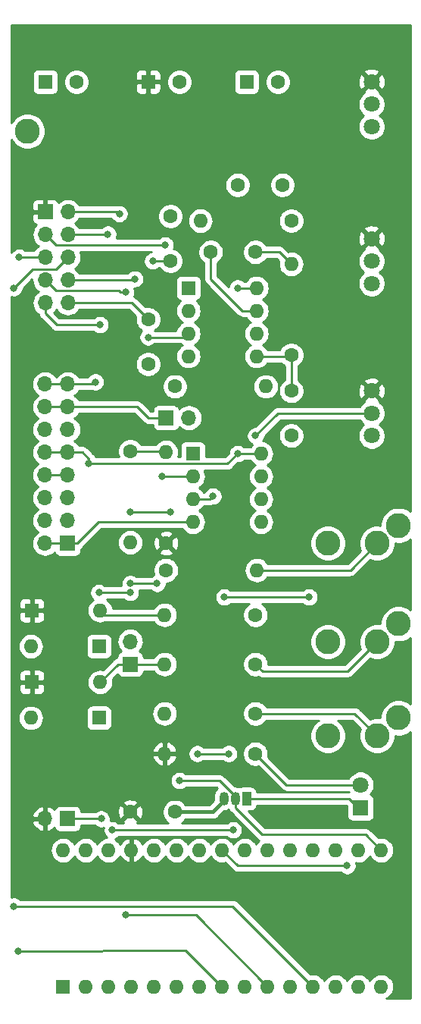
<source format=gbr>
G04 #@! TF.GenerationSoftware,KiCad,Pcbnew,(5.1.2)-1*
G04 #@! TF.CreationDate,2019-06-23T08:43:35-07:00*
G04 #@! TF.ProjectId,sputterer,73707574-7465-4726-9572-2e6b69636164,rev?*
G04 #@! TF.SameCoordinates,Original*
G04 #@! TF.FileFunction,Copper,L1,Top*
G04 #@! TF.FilePolarity,Positive*
%FSLAX46Y46*%
G04 Gerber Fmt 4.6, Leading zero omitted, Abs format (unit mm)*
G04 Created by KiCad (PCBNEW (5.1.2)-1) date 2019-06-23 08:43:35*
%MOMM*%
%LPD*%
G04 APERTURE LIST*
%ADD10O,1.700000X1.700000*%
%ADD11R,1.700000X1.700000*%
%ADD12O,1.600000X1.600000*%
%ADD13R,1.600000X1.600000*%
%ADD14C,1.600000*%
%ADD15C,1.800000*%
%ADD16R,1.800000X1.800000*%
%ADD17C,2.800000*%
%ADD18R,1.050000X1.500000*%
%ADD19O,1.050000X1.500000*%
%ADD20C,0.800000*%
%ADD21C,0.250000*%
%ADD22C,0.400000*%
%ADD23C,0.254000*%
G04 APERTURE END LIST*
D10*
X56040000Y-96660000D03*
X53500000Y-96660000D03*
X56040000Y-94120000D03*
X53500000Y-94120000D03*
X56040000Y-91580000D03*
X53500000Y-91580000D03*
X56040000Y-89040000D03*
X53500000Y-89040000D03*
X56040000Y-86500000D03*
D11*
X53500000Y-86500000D03*
D12*
X91060000Y-157760000D03*
X91060000Y-173000000D03*
X55500000Y-157760000D03*
X88520000Y-173000000D03*
X58040000Y-157760000D03*
X85980000Y-173000000D03*
X60580000Y-157760000D03*
X83440000Y-173000000D03*
X63120000Y-157760000D03*
X80900000Y-173000000D03*
X65660000Y-157760000D03*
X78360000Y-173000000D03*
X68200000Y-157760000D03*
X75820000Y-173000000D03*
X70740000Y-157760000D03*
X73280000Y-173000000D03*
X73280000Y-157760000D03*
X70740000Y-173000000D03*
X75820000Y-157760000D03*
X68200000Y-173000000D03*
X78360000Y-157760000D03*
X65660000Y-173000000D03*
X80900000Y-157760000D03*
X63120000Y-173000000D03*
X83440000Y-157760000D03*
X60580000Y-173000000D03*
X85980000Y-157760000D03*
X58040000Y-173000000D03*
X88520000Y-157760000D03*
D13*
X55500000Y-173000000D03*
D14*
X79500000Y-72000000D03*
D13*
X76000000Y-72000000D03*
D14*
X80000000Y-83500000D03*
X75000000Y-83500000D03*
X57000000Y-72000000D03*
D13*
X53500000Y-72000000D03*
D14*
X67500000Y-92000000D03*
X67500000Y-87000000D03*
X68000000Y-153500000D03*
X63000000Y-153500000D03*
X68500000Y-72000000D03*
D13*
X65000000Y-72000000D03*
D14*
X81000000Y-111500000D03*
X81000000Y-106500000D03*
X65000000Y-98500000D03*
X65000000Y-103500000D03*
X77000000Y-91000000D03*
X72000000Y-91000000D03*
D12*
X59620000Y-131000000D03*
D13*
X52000000Y-131000000D03*
D12*
X51880000Y-135000000D03*
D13*
X59500000Y-135000000D03*
D12*
X59620000Y-139000000D03*
D13*
X52000000Y-139000000D03*
D12*
X51880000Y-143000000D03*
D13*
X59500000Y-143000000D03*
D15*
X88750000Y-150460000D03*
D16*
X88750000Y-153000000D03*
D17*
X85100000Y-123500000D03*
X90600000Y-123500000D03*
X93000000Y-121500000D03*
X85100000Y-134500000D03*
X90600000Y-134500000D03*
X93000000Y-132500000D03*
X85100000Y-145000000D03*
X90600000Y-145000000D03*
X93000000Y-143000000D03*
D10*
X53460000Y-105720000D03*
X56000000Y-105720000D03*
X53460000Y-108260000D03*
X56000000Y-108260000D03*
X53460000Y-110800000D03*
X56000000Y-110800000D03*
X53460000Y-113340000D03*
X56000000Y-113340000D03*
X53460000Y-115880000D03*
X56000000Y-115880000D03*
X53460000Y-118420000D03*
X56000000Y-118420000D03*
X53460000Y-120960000D03*
X56000000Y-120960000D03*
X53460000Y-123500000D03*
D11*
X56000000Y-123500000D03*
D18*
X76000000Y-152000000D03*
D19*
X73460000Y-152000000D03*
X74730000Y-152000000D03*
D12*
X77160000Y-126500000D03*
D14*
X67000000Y-126500000D03*
D12*
X66840000Y-137000000D03*
D14*
X77000000Y-137000000D03*
D12*
X66840000Y-142500000D03*
D14*
X77000000Y-142500000D03*
D12*
X70840000Y-87500000D03*
D14*
X81000000Y-87500000D03*
D12*
X81000000Y-92340000D03*
D14*
X81000000Y-102500000D03*
D12*
X78160000Y-106000000D03*
D14*
X68000000Y-106000000D03*
D12*
X66840000Y-147000000D03*
D14*
X77000000Y-147000000D03*
D12*
X66840000Y-131500000D03*
D14*
X77000000Y-131500000D03*
D12*
X77120000Y-95000000D03*
X69500000Y-102620000D03*
X77120000Y-97540000D03*
X69500000Y-100080000D03*
X77120000Y-100080000D03*
X69500000Y-97540000D03*
X77120000Y-102620000D03*
D13*
X69500000Y-95000000D03*
D10*
X69540000Y-109500000D03*
D11*
X67000000Y-109500000D03*
D10*
X63000000Y-134460000D03*
D11*
X63000000Y-137000000D03*
D12*
X67000000Y-113340000D03*
D14*
X67000000Y-123500000D03*
D12*
X63000000Y-123410000D03*
D14*
X63000000Y-113250000D03*
D12*
X77620000Y-113500000D03*
X70000000Y-121120000D03*
X77620000Y-116040000D03*
X70000000Y-118580000D03*
X77620000Y-118580000D03*
X70000000Y-116040000D03*
X77620000Y-121120000D03*
D13*
X70000000Y-113500000D03*
D17*
X51500000Y-77500000D03*
D10*
X53460000Y-154250000D03*
D11*
X56000000Y-154250000D03*
D15*
X90000000Y-77000000D03*
X90000000Y-74500000D03*
X90000000Y-72000000D03*
X90000000Y-94500000D03*
X90000000Y-92000000D03*
X90000000Y-89500000D03*
X90000000Y-111500000D03*
X90000000Y-109000000D03*
X90000000Y-106500000D03*
D20*
X62500000Y-95500000D03*
X63500000Y-94000000D03*
X59620000Y-99120000D03*
X87250000Y-159500000D03*
X50500000Y-169000000D03*
X50580000Y-91580000D03*
X77000000Y-111500000D03*
X74000000Y-147000000D03*
X70500000Y-147000000D03*
X66900003Y-90215001D03*
X62500000Y-165000000D03*
X61774999Y-86725001D03*
X74500000Y-155500000D03*
X61000000Y-155500000D03*
X60500000Y-89000000D03*
X50000000Y-95000000D03*
X50000000Y-164000000D03*
X59750000Y-154250000D03*
X83000000Y-129500000D03*
X73500000Y-129500000D03*
X68500000Y-150000000D03*
X75000000Y-113500000D03*
X75000000Y-95000000D03*
X58374999Y-114625001D03*
X65500000Y-92000000D03*
X65000000Y-100500000D03*
X63000000Y-129000000D03*
X59500000Y-129000000D03*
X59100000Y-105500000D03*
X66540000Y-116040000D03*
X72250000Y-118250000D03*
X63000000Y-120000000D03*
X67500000Y-120000000D03*
X63000000Y-128000000D03*
X66000000Y-128000000D03*
D21*
X63160000Y-96660000D02*
X65000000Y-98500000D01*
X56040000Y-96660000D02*
X63160000Y-96660000D01*
X73460000Y-152225000D02*
X73460000Y-152000000D01*
D22*
X72185000Y-153500000D02*
X73460000Y-152225000D01*
X68000000Y-153500000D02*
X72185000Y-153500000D01*
D21*
X53460000Y-115880000D02*
X56000000Y-115880000D01*
X54349999Y-94969999D02*
X53500000Y-94120000D01*
X54675001Y-95295001D02*
X54349999Y-94969999D01*
X61729316Y-95295001D02*
X54675001Y-95295001D01*
X61934315Y-95500000D02*
X61729316Y-95295001D01*
X62500000Y-95500000D02*
X61934315Y-95500000D01*
X63380000Y-94120000D02*
X63500000Y-94000000D01*
X56040000Y-94120000D02*
X63380000Y-94120000D01*
X59054315Y-99120000D02*
X59620000Y-99120000D01*
X54757919Y-99120000D02*
X59054315Y-99120000D01*
X53500000Y-97862081D02*
X54757919Y-99120000D01*
X53500000Y-96660000D02*
X53500000Y-97862081D01*
X60120000Y-131500000D02*
X59620000Y-131000000D01*
X66840000Y-131500000D02*
X60120000Y-131500000D01*
X75020000Y-159500000D02*
X73280000Y-157760000D01*
X87000000Y-159500000D02*
X75020000Y-159500000D01*
X69194999Y-168914999D02*
X73280000Y-173000000D01*
X50500000Y-169000000D02*
X69194999Y-168914999D01*
X53500000Y-91580000D02*
X50580000Y-91580000D01*
X50580000Y-91580000D02*
X50580000Y-91580000D01*
X90000000Y-109000000D02*
X79500000Y-109000000D01*
X79500000Y-109000000D02*
X77000000Y-111500000D01*
X77000000Y-111500000D02*
X77000000Y-111500000D01*
X74000000Y-147000000D02*
X70500000Y-147000000D01*
X70500000Y-147000000D02*
X70500000Y-147000000D01*
X54675001Y-90215001D02*
X66900003Y-90215001D01*
X53500000Y-89040000D02*
X54675001Y-90215001D01*
X78360000Y-173000000D02*
X70360000Y-165000000D01*
X70360000Y-165000000D02*
X62500000Y-165000000D01*
X62500000Y-165000000D02*
X62500000Y-165000000D01*
X61549998Y-86500000D02*
X61774999Y-86725001D01*
X56040000Y-86500000D02*
X61549998Y-86500000D01*
X74500000Y-155500000D02*
X61000000Y-155500000D01*
X61000000Y-155500000D02*
X61000000Y-155500000D01*
X60460000Y-89040000D02*
X60500000Y-89000000D01*
X56040000Y-89040000D02*
X60460000Y-89040000D01*
X65000000Y-73050000D02*
X65000000Y-72000000D01*
X50500000Y-164000000D02*
X50500000Y-164000000D01*
X55190001Y-92429999D02*
X56040000Y-91580000D01*
X54675001Y-92944999D02*
X55190001Y-92429999D01*
X52055001Y-92944999D02*
X54675001Y-92944999D01*
X50000000Y-95000000D02*
X52055001Y-92944999D01*
X74440000Y-164000000D02*
X83440000Y-173000000D01*
X50000000Y-164000000D02*
X74440000Y-164000000D01*
X56000000Y-154250000D02*
X59750000Y-154250000D01*
X59750000Y-154250000D02*
X59750000Y-154250000D01*
X83000000Y-129500000D02*
X73500000Y-129500000D01*
X73500000Y-129500000D02*
X73500000Y-129500000D01*
X61620000Y-137000000D02*
X66840000Y-137000000D01*
X59620000Y-139000000D02*
X61620000Y-137000000D01*
X74730000Y-151775000D02*
X74730000Y-152000000D01*
X72955000Y-150000000D02*
X74730000Y-151775000D01*
X68500000Y-150000000D02*
X72955000Y-150000000D01*
X74730000Y-153000000D02*
X77730000Y-156000000D01*
X74730000Y-152000000D02*
X74730000Y-153000000D01*
X89300000Y-156000000D02*
X91060000Y-157760000D01*
X77730000Y-156000000D02*
X89300000Y-156000000D01*
X77120000Y-95000000D02*
X75000000Y-95000000D01*
X75000000Y-113500000D02*
X77620000Y-113500000D01*
X73874999Y-114625001D02*
X58374999Y-114625001D01*
X75000000Y-113500000D02*
X73874999Y-114625001D01*
X53460000Y-113340000D02*
X56000000Y-113340000D01*
X57202081Y-113340000D02*
X56000000Y-113340000D01*
X57655683Y-113340000D02*
X57202081Y-113340000D01*
X58374999Y-114059316D02*
X57655683Y-113340000D01*
X58374999Y-114625001D02*
X58374999Y-114059316D01*
X67500000Y-92000000D02*
X65500000Y-92000000D01*
X68868630Y-121120000D02*
X70000000Y-121120000D01*
X59480000Y-121120000D02*
X68868630Y-121120000D01*
X57100000Y-123500000D02*
X59480000Y-121120000D01*
X56000000Y-123500000D02*
X57100000Y-123500000D01*
X53460000Y-123500000D02*
X56000000Y-123500000D01*
X80880000Y-102620000D02*
X81000000Y-102500000D01*
X77120000Y-102620000D02*
X80880000Y-102620000D01*
X81000000Y-102500000D02*
X81000000Y-106500000D01*
X69080000Y-100500000D02*
X69500000Y-100080000D01*
X65000000Y-100500000D02*
X69080000Y-100500000D01*
X75540000Y-97540000D02*
X77120000Y-97540000D01*
X72000000Y-91000000D02*
X72000000Y-94000000D01*
X72000000Y-94000000D02*
X75540000Y-97540000D01*
X79660000Y-91000000D02*
X81000000Y-92340000D01*
X77000000Y-91000000D02*
X79660000Y-91000000D01*
X87500000Y-152000000D02*
X88500000Y-153000000D01*
X76000000Y-152000000D02*
X87500000Y-152000000D01*
X80460000Y-150460000D02*
X88500000Y-150460000D01*
X77000000Y-147000000D02*
X80460000Y-150460000D01*
X87600000Y-126500000D02*
X90600000Y-123500000D01*
X77160000Y-126500000D02*
X87600000Y-126500000D01*
X89200001Y-135899999D02*
X90600000Y-134500000D01*
X87300001Y-137799999D02*
X89200001Y-135899999D01*
X77799999Y-137799999D02*
X87300001Y-137799999D01*
X77000000Y-137000000D02*
X77799999Y-137799999D01*
X88100000Y-142500000D02*
X90600000Y-145000000D01*
X77000000Y-142500000D02*
X88100000Y-142500000D01*
X53460000Y-108260000D02*
X56000000Y-108260000D01*
X56000000Y-108260000D02*
X63760000Y-108260000D01*
X65000000Y-109500000D02*
X67000000Y-109500000D01*
X63760000Y-108260000D02*
X65000000Y-109500000D01*
X53460000Y-105720000D02*
X56000000Y-105720000D01*
X63000000Y-129000000D02*
X59500000Y-129000000D01*
X59500000Y-129000000D02*
X59500000Y-129000000D01*
X58880000Y-105720000D02*
X59100000Y-105500000D01*
X56000000Y-105720000D02*
X58880000Y-105720000D01*
X66910000Y-113250000D02*
X67000000Y-113340000D01*
X63000000Y-113250000D02*
X66910000Y-113250000D01*
X70000000Y-116040000D02*
X66540000Y-116040000D01*
X66540000Y-116040000D02*
X66540000Y-116040000D01*
X71920000Y-118580000D02*
X72250000Y-118250000D01*
X70000000Y-118580000D02*
X71920000Y-118580000D01*
X63000000Y-120000000D02*
X63000000Y-120000000D01*
X67500000Y-120000000D02*
X63000000Y-120000000D01*
X63000000Y-128000000D02*
X66000000Y-128000000D01*
D23*
G36*
X94315000Y-119937076D02*
G01*
X94297237Y-119919313D01*
X93963934Y-119696607D01*
X93593587Y-119543204D01*
X93200430Y-119465000D01*
X92799570Y-119465000D01*
X92406413Y-119543204D01*
X92036066Y-119696607D01*
X91702763Y-119919313D01*
X91419313Y-120202763D01*
X91196607Y-120536066D01*
X91043204Y-120906413D01*
X90965000Y-121299570D01*
X90965000Y-121497735D01*
X90800430Y-121465000D01*
X90399570Y-121465000D01*
X90006413Y-121543204D01*
X89636066Y-121696607D01*
X89302763Y-121919313D01*
X89019313Y-122202763D01*
X88796607Y-122536066D01*
X88643204Y-122906413D01*
X88565000Y-123299570D01*
X88565000Y-123700430D01*
X88643204Y-124093587D01*
X88727677Y-124297522D01*
X87285199Y-125740000D01*
X78380901Y-125740000D01*
X78358932Y-125698899D01*
X78179608Y-125480392D01*
X77961101Y-125301068D01*
X77711808Y-125167818D01*
X77441309Y-125085764D01*
X77230492Y-125065000D01*
X77089508Y-125065000D01*
X76878691Y-125085764D01*
X76608192Y-125167818D01*
X76358899Y-125301068D01*
X76140392Y-125480392D01*
X75961068Y-125698899D01*
X75827818Y-125948192D01*
X75745764Y-126218691D01*
X75718057Y-126500000D01*
X75745764Y-126781309D01*
X75827818Y-127051808D01*
X75961068Y-127301101D01*
X76140392Y-127519608D01*
X76358899Y-127698932D01*
X76608192Y-127832182D01*
X76878691Y-127914236D01*
X77089508Y-127935000D01*
X77230492Y-127935000D01*
X77441309Y-127914236D01*
X77711808Y-127832182D01*
X77961101Y-127698932D01*
X78179608Y-127519608D01*
X78358932Y-127301101D01*
X78380901Y-127260000D01*
X87562678Y-127260000D01*
X87600000Y-127263676D01*
X87637322Y-127260000D01*
X87637333Y-127260000D01*
X87748986Y-127249003D01*
X87892247Y-127205546D01*
X88024276Y-127134974D01*
X88140001Y-127040001D01*
X88163804Y-127010997D01*
X89802478Y-125372323D01*
X90006413Y-125456796D01*
X90399570Y-125535000D01*
X90800430Y-125535000D01*
X91193587Y-125456796D01*
X91563934Y-125303393D01*
X91897237Y-125080687D01*
X92180687Y-124797237D01*
X92403393Y-124463934D01*
X92556796Y-124093587D01*
X92635000Y-123700430D01*
X92635000Y-123502265D01*
X92799570Y-123535000D01*
X93200430Y-123535000D01*
X93593587Y-123456796D01*
X93963934Y-123303393D01*
X94297237Y-123080687D01*
X94315001Y-123062923D01*
X94315001Y-130937077D01*
X94297237Y-130919313D01*
X93963934Y-130696607D01*
X93593587Y-130543204D01*
X93200430Y-130465000D01*
X92799570Y-130465000D01*
X92406413Y-130543204D01*
X92036066Y-130696607D01*
X91702763Y-130919313D01*
X91419313Y-131202763D01*
X91196607Y-131536066D01*
X91043204Y-131906413D01*
X90965000Y-132299570D01*
X90965000Y-132497735D01*
X90800430Y-132465000D01*
X90399570Y-132465000D01*
X90006413Y-132543204D01*
X89636066Y-132696607D01*
X89302763Y-132919313D01*
X89019313Y-133202763D01*
X88796607Y-133536066D01*
X88643204Y-133906413D01*
X88565000Y-134299570D01*
X88565000Y-134700430D01*
X88643204Y-135093587D01*
X88727677Y-135297522D01*
X88689003Y-135336196D01*
X88688998Y-135336200D01*
X86985200Y-137039999D01*
X78435000Y-137039999D01*
X78435000Y-136858665D01*
X78379853Y-136581426D01*
X78271680Y-136320273D01*
X78114637Y-136085241D01*
X77914759Y-135885363D01*
X77679727Y-135728320D01*
X77418574Y-135620147D01*
X77141335Y-135565000D01*
X76858665Y-135565000D01*
X76581426Y-135620147D01*
X76320273Y-135728320D01*
X76085241Y-135885363D01*
X75885363Y-136085241D01*
X75728320Y-136320273D01*
X75620147Y-136581426D01*
X75565000Y-136858665D01*
X75565000Y-137141335D01*
X75620147Y-137418574D01*
X75728320Y-137679727D01*
X75885363Y-137914759D01*
X76085241Y-138114637D01*
X76320273Y-138271680D01*
X76581426Y-138379853D01*
X76858665Y-138435000D01*
X77141335Y-138435000D01*
X77330022Y-138397467D01*
X77350455Y-138414236D01*
X77375723Y-138434973D01*
X77507752Y-138505545D01*
X77651013Y-138549002D01*
X77762666Y-138559999D01*
X77762675Y-138559999D01*
X77799998Y-138563675D01*
X77837321Y-138559999D01*
X87262679Y-138559999D01*
X87300001Y-138563675D01*
X87337323Y-138559999D01*
X87337334Y-138559999D01*
X87448987Y-138549002D01*
X87592248Y-138505545D01*
X87724277Y-138434973D01*
X87840002Y-138340000D01*
X87863805Y-138310996D01*
X89763800Y-136411002D01*
X89763804Y-136410997D01*
X89802478Y-136372323D01*
X90006413Y-136456796D01*
X90399570Y-136535000D01*
X90800430Y-136535000D01*
X91193587Y-136456796D01*
X91563934Y-136303393D01*
X91897237Y-136080687D01*
X92180687Y-135797237D01*
X92403393Y-135463934D01*
X92556796Y-135093587D01*
X92635000Y-134700430D01*
X92635000Y-134502265D01*
X92799570Y-134535000D01*
X93200430Y-134535000D01*
X93593587Y-134456796D01*
X93963934Y-134303393D01*
X94297237Y-134080687D01*
X94315001Y-134062923D01*
X94315001Y-141437077D01*
X94297237Y-141419313D01*
X93963934Y-141196607D01*
X93593587Y-141043204D01*
X93200430Y-140965000D01*
X92799570Y-140965000D01*
X92406413Y-141043204D01*
X92036066Y-141196607D01*
X91702763Y-141419313D01*
X91419313Y-141702763D01*
X91196607Y-142036066D01*
X91043204Y-142406413D01*
X90965000Y-142799570D01*
X90965000Y-142997735D01*
X90800430Y-142965000D01*
X90399570Y-142965000D01*
X90006413Y-143043204D01*
X89802478Y-143127677D01*
X88663804Y-141989003D01*
X88640001Y-141959999D01*
X88524276Y-141865026D01*
X88392247Y-141794454D01*
X88248986Y-141750997D01*
X88137333Y-141740000D01*
X88137322Y-141740000D01*
X88100000Y-141736324D01*
X88062678Y-141740000D01*
X78218043Y-141740000D01*
X78114637Y-141585241D01*
X77914759Y-141385363D01*
X77679727Y-141228320D01*
X77418574Y-141120147D01*
X77141335Y-141065000D01*
X76858665Y-141065000D01*
X76581426Y-141120147D01*
X76320273Y-141228320D01*
X76085241Y-141385363D01*
X75885363Y-141585241D01*
X75728320Y-141820273D01*
X75620147Y-142081426D01*
X75565000Y-142358665D01*
X75565000Y-142641335D01*
X75620147Y-142918574D01*
X75728320Y-143179727D01*
X75885363Y-143414759D01*
X76085241Y-143614637D01*
X76320273Y-143771680D01*
X76581426Y-143879853D01*
X76858665Y-143935000D01*
X77141335Y-143935000D01*
X77418574Y-143879853D01*
X77679727Y-143771680D01*
X77914759Y-143614637D01*
X78114637Y-143414759D01*
X78218043Y-143260000D01*
X84041192Y-143260000D01*
X83802763Y-143419313D01*
X83519313Y-143702763D01*
X83296607Y-144036066D01*
X83143204Y-144406413D01*
X83065000Y-144799570D01*
X83065000Y-145200430D01*
X83143204Y-145593587D01*
X83296607Y-145963934D01*
X83519313Y-146297237D01*
X83802763Y-146580687D01*
X84136066Y-146803393D01*
X84506413Y-146956796D01*
X84899570Y-147035000D01*
X85300430Y-147035000D01*
X85693587Y-146956796D01*
X86063934Y-146803393D01*
X86397237Y-146580687D01*
X86680687Y-146297237D01*
X86903393Y-145963934D01*
X87056796Y-145593587D01*
X87135000Y-145200430D01*
X87135000Y-144799570D01*
X87056796Y-144406413D01*
X86903393Y-144036066D01*
X86680687Y-143702763D01*
X86397237Y-143419313D01*
X86158808Y-143260000D01*
X87785199Y-143260000D01*
X88727677Y-144202478D01*
X88643204Y-144406413D01*
X88565000Y-144799570D01*
X88565000Y-145200430D01*
X88643204Y-145593587D01*
X88796607Y-145963934D01*
X89019313Y-146297237D01*
X89302763Y-146580687D01*
X89636066Y-146803393D01*
X90006413Y-146956796D01*
X90399570Y-147035000D01*
X90800430Y-147035000D01*
X91193587Y-146956796D01*
X91563934Y-146803393D01*
X91897237Y-146580687D01*
X92180687Y-146297237D01*
X92403393Y-145963934D01*
X92556796Y-145593587D01*
X92635000Y-145200430D01*
X92635000Y-145002265D01*
X92799570Y-145035000D01*
X93200430Y-145035000D01*
X93593587Y-144956796D01*
X93963934Y-144803393D01*
X94297237Y-144580687D01*
X94315001Y-144562923D01*
X94315001Y-174315000D01*
X91643953Y-174315000D01*
X91861101Y-174198932D01*
X92079608Y-174019608D01*
X92258932Y-173801101D01*
X92392182Y-173551808D01*
X92474236Y-173281309D01*
X92501943Y-173000000D01*
X92474236Y-172718691D01*
X92392182Y-172448192D01*
X92258932Y-172198899D01*
X92079608Y-171980392D01*
X91861101Y-171801068D01*
X91611808Y-171667818D01*
X91341309Y-171585764D01*
X91130492Y-171565000D01*
X90989508Y-171565000D01*
X90778691Y-171585764D01*
X90508192Y-171667818D01*
X90258899Y-171801068D01*
X90040392Y-171980392D01*
X89861068Y-172198899D01*
X89790000Y-172331858D01*
X89718932Y-172198899D01*
X89539608Y-171980392D01*
X89321101Y-171801068D01*
X89071808Y-171667818D01*
X88801309Y-171585764D01*
X88590492Y-171565000D01*
X88449508Y-171565000D01*
X88238691Y-171585764D01*
X87968192Y-171667818D01*
X87718899Y-171801068D01*
X87500392Y-171980392D01*
X87321068Y-172198899D01*
X87250000Y-172331858D01*
X87178932Y-172198899D01*
X86999608Y-171980392D01*
X86781101Y-171801068D01*
X86531808Y-171667818D01*
X86261309Y-171585764D01*
X86050492Y-171565000D01*
X85909508Y-171565000D01*
X85698691Y-171585764D01*
X85428192Y-171667818D01*
X85178899Y-171801068D01*
X84960392Y-171980392D01*
X84781068Y-172198899D01*
X84710000Y-172331858D01*
X84638932Y-172198899D01*
X84459608Y-171980392D01*
X84241101Y-171801068D01*
X83991808Y-171667818D01*
X83721309Y-171585764D01*
X83510492Y-171565000D01*
X83369508Y-171565000D01*
X83158691Y-171585764D01*
X83114094Y-171599292D01*
X75003804Y-163489003D01*
X74980001Y-163459999D01*
X74864276Y-163365026D01*
X74732247Y-163294454D01*
X74588986Y-163250997D01*
X74477333Y-163240000D01*
X74477322Y-163240000D01*
X74440000Y-163236324D01*
X74402678Y-163240000D01*
X50703711Y-163240000D01*
X50659774Y-163196063D01*
X50490256Y-163082795D01*
X50301898Y-163004774D01*
X50101939Y-162965000D01*
X49898061Y-162965000D01*
X49698102Y-163004774D01*
X49685000Y-163010201D01*
X49685000Y-154606891D01*
X52018519Y-154606891D01*
X52115843Y-154881252D01*
X52264822Y-155131355D01*
X52459731Y-155347588D01*
X52693080Y-155521641D01*
X52955901Y-155646825D01*
X53103110Y-155691476D01*
X53333000Y-155570155D01*
X53333000Y-154377000D01*
X52139186Y-154377000D01*
X52018519Y-154606891D01*
X49685000Y-154606891D01*
X49685000Y-153893109D01*
X52018519Y-153893109D01*
X52139186Y-154123000D01*
X53333000Y-154123000D01*
X53333000Y-152929845D01*
X53587000Y-152929845D01*
X53587000Y-154123000D01*
X53607000Y-154123000D01*
X53607000Y-154377000D01*
X53587000Y-154377000D01*
X53587000Y-155570155D01*
X53816890Y-155691476D01*
X53964099Y-155646825D01*
X54226920Y-155521641D01*
X54460269Y-155347588D01*
X54536034Y-155263534D01*
X54560498Y-155344180D01*
X54619463Y-155454494D01*
X54698815Y-155551185D01*
X54795506Y-155630537D01*
X54905820Y-155689502D01*
X55025518Y-155725812D01*
X55150000Y-155738072D01*
X56850000Y-155738072D01*
X56974482Y-155725812D01*
X57094180Y-155689502D01*
X57204494Y-155630537D01*
X57301185Y-155551185D01*
X57380537Y-155454494D01*
X57439502Y-155344180D01*
X57475812Y-155224482D01*
X57488072Y-155100000D01*
X57488072Y-155010000D01*
X59046289Y-155010000D01*
X59090226Y-155053937D01*
X59259744Y-155167205D01*
X59448102Y-155245226D01*
X59648061Y-155285000D01*
X59851939Y-155285000D01*
X59993073Y-155256927D01*
X59965000Y-155398061D01*
X59965000Y-155601939D01*
X60004774Y-155801898D01*
X60082795Y-155990256D01*
X60196063Y-156159774D01*
X60340226Y-156303937D01*
X60389447Y-156336825D01*
X60298691Y-156345764D01*
X60028192Y-156427818D01*
X59778899Y-156561068D01*
X59560392Y-156740392D01*
X59381068Y-156958899D01*
X59310000Y-157091858D01*
X59238932Y-156958899D01*
X59059608Y-156740392D01*
X58841101Y-156561068D01*
X58591808Y-156427818D01*
X58321309Y-156345764D01*
X58110492Y-156325000D01*
X57969508Y-156325000D01*
X57758691Y-156345764D01*
X57488192Y-156427818D01*
X57238899Y-156561068D01*
X57020392Y-156740392D01*
X56841068Y-156958899D01*
X56770000Y-157091858D01*
X56698932Y-156958899D01*
X56519608Y-156740392D01*
X56301101Y-156561068D01*
X56051808Y-156427818D01*
X55781309Y-156345764D01*
X55570492Y-156325000D01*
X55429508Y-156325000D01*
X55218691Y-156345764D01*
X54948192Y-156427818D01*
X54698899Y-156561068D01*
X54480392Y-156740392D01*
X54301068Y-156958899D01*
X54167818Y-157208192D01*
X54085764Y-157478691D01*
X54058057Y-157760000D01*
X54085764Y-158041309D01*
X54167818Y-158311808D01*
X54301068Y-158561101D01*
X54480392Y-158779608D01*
X54698899Y-158958932D01*
X54948192Y-159092182D01*
X55218691Y-159174236D01*
X55429508Y-159195000D01*
X55570492Y-159195000D01*
X55781309Y-159174236D01*
X56051808Y-159092182D01*
X56301101Y-158958932D01*
X56519608Y-158779608D01*
X56698932Y-158561101D01*
X56770000Y-158428142D01*
X56841068Y-158561101D01*
X57020392Y-158779608D01*
X57238899Y-158958932D01*
X57488192Y-159092182D01*
X57758691Y-159174236D01*
X57969508Y-159195000D01*
X58110492Y-159195000D01*
X58321309Y-159174236D01*
X58591808Y-159092182D01*
X58841101Y-158958932D01*
X59059608Y-158779608D01*
X59238932Y-158561101D01*
X59310000Y-158428142D01*
X59381068Y-158561101D01*
X59560392Y-158779608D01*
X59778899Y-158958932D01*
X60028192Y-159092182D01*
X60298691Y-159174236D01*
X60509508Y-159195000D01*
X60650492Y-159195000D01*
X60861309Y-159174236D01*
X61131808Y-159092182D01*
X61381101Y-158958932D01*
X61599608Y-158779608D01*
X61778932Y-158561101D01*
X61852579Y-158423318D01*
X61967615Y-158615131D01*
X62156586Y-158823519D01*
X62382580Y-158991037D01*
X62636913Y-159111246D01*
X62770961Y-159151904D01*
X62993000Y-159029915D01*
X62993000Y-157887000D01*
X62973000Y-157887000D01*
X62973000Y-157633000D01*
X62993000Y-157633000D01*
X62993000Y-156490085D01*
X62770961Y-156368096D01*
X62636913Y-156408754D01*
X62382580Y-156528963D01*
X62156586Y-156696481D01*
X61967615Y-156904869D01*
X61852579Y-157096682D01*
X61778932Y-156958899D01*
X61599608Y-156740392D01*
X61381101Y-156561068D01*
X61269847Y-156501601D01*
X61301898Y-156495226D01*
X61490256Y-156417205D01*
X61659774Y-156303937D01*
X61703711Y-156260000D01*
X73796289Y-156260000D01*
X73840226Y-156303937D01*
X74009744Y-156417205D01*
X74198102Y-156495226D01*
X74398061Y-156535000D01*
X74601939Y-156535000D01*
X74801898Y-156495226D01*
X74990256Y-156417205D01*
X75159774Y-156303937D01*
X75303937Y-156159774D01*
X75417205Y-155990256D01*
X75495226Y-155801898D01*
X75535000Y-155601939D01*
X75535000Y-155398061D01*
X75495226Y-155198102D01*
X75417205Y-155009744D01*
X75303937Y-154840226D01*
X75159774Y-154696063D01*
X74990256Y-154582795D01*
X74801898Y-154504774D01*
X74601939Y-154465000D01*
X74398061Y-154465000D01*
X74198102Y-154504774D01*
X74009744Y-154582795D01*
X73840226Y-154696063D01*
X73796289Y-154740000D01*
X68727140Y-154740000D01*
X68914759Y-154614637D01*
X69114637Y-154414759D01*
X69167930Y-154335000D01*
X72143982Y-154335000D01*
X72185000Y-154339040D01*
X72226018Y-154335000D01*
X72226019Y-154335000D01*
X72348689Y-154322918D01*
X72506087Y-154275172D01*
X72651146Y-154197636D01*
X72778291Y-154093291D01*
X72804446Y-154061421D01*
X73476922Y-153388945D01*
X73687399Y-153368215D01*
X73906059Y-153301885D01*
X74010452Y-153246086D01*
X74024454Y-153292246D01*
X74095026Y-153424276D01*
X74148965Y-153490000D01*
X74190000Y-153540001D01*
X74218998Y-153563799D01*
X77166200Y-156511002D01*
X77189999Y-156540001D01*
X77305724Y-156634974D01*
X77404506Y-156687775D01*
X77340392Y-156740392D01*
X77161068Y-156958899D01*
X77090000Y-157091858D01*
X77018932Y-156958899D01*
X76839608Y-156740392D01*
X76621101Y-156561068D01*
X76371808Y-156427818D01*
X76101309Y-156345764D01*
X75890492Y-156325000D01*
X75749508Y-156325000D01*
X75538691Y-156345764D01*
X75268192Y-156427818D01*
X75018899Y-156561068D01*
X74800392Y-156740392D01*
X74621068Y-156958899D01*
X74550000Y-157091858D01*
X74478932Y-156958899D01*
X74299608Y-156740392D01*
X74081101Y-156561068D01*
X73831808Y-156427818D01*
X73561309Y-156345764D01*
X73350492Y-156325000D01*
X73209508Y-156325000D01*
X72998691Y-156345764D01*
X72728192Y-156427818D01*
X72478899Y-156561068D01*
X72260392Y-156740392D01*
X72081068Y-156958899D01*
X72010000Y-157091858D01*
X71938932Y-156958899D01*
X71759608Y-156740392D01*
X71541101Y-156561068D01*
X71291808Y-156427818D01*
X71021309Y-156345764D01*
X70810492Y-156325000D01*
X70669508Y-156325000D01*
X70458691Y-156345764D01*
X70188192Y-156427818D01*
X69938899Y-156561068D01*
X69720392Y-156740392D01*
X69541068Y-156958899D01*
X69470000Y-157091858D01*
X69398932Y-156958899D01*
X69219608Y-156740392D01*
X69001101Y-156561068D01*
X68751808Y-156427818D01*
X68481309Y-156345764D01*
X68270492Y-156325000D01*
X68129508Y-156325000D01*
X67918691Y-156345764D01*
X67648192Y-156427818D01*
X67398899Y-156561068D01*
X67180392Y-156740392D01*
X67001068Y-156958899D01*
X66930000Y-157091858D01*
X66858932Y-156958899D01*
X66679608Y-156740392D01*
X66461101Y-156561068D01*
X66211808Y-156427818D01*
X65941309Y-156345764D01*
X65730492Y-156325000D01*
X65589508Y-156325000D01*
X65378691Y-156345764D01*
X65108192Y-156427818D01*
X64858899Y-156561068D01*
X64640392Y-156740392D01*
X64461068Y-156958899D01*
X64387421Y-157096682D01*
X64272385Y-156904869D01*
X64083414Y-156696481D01*
X63857420Y-156528963D01*
X63603087Y-156408754D01*
X63469039Y-156368096D01*
X63247000Y-156490085D01*
X63247000Y-157633000D01*
X63267000Y-157633000D01*
X63267000Y-157887000D01*
X63247000Y-157887000D01*
X63247000Y-159029915D01*
X63469039Y-159151904D01*
X63603087Y-159111246D01*
X63857420Y-158991037D01*
X64083414Y-158823519D01*
X64272385Y-158615131D01*
X64387421Y-158423318D01*
X64461068Y-158561101D01*
X64640392Y-158779608D01*
X64858899Y-158958932D01*
X65108192Y-159092182D01*
X65378691Y-159174236D01*
X65589508Y-159195000D01*
X65730492Y-159195000D01*
X65941309Y-159174236D01*
X66211808Y-159092182D01*
X66461101Y-158958932D01*
X66679608Y-158779608D01*
X66858932Y-158561101D01*
X66930000Y-158428142D01*
X67001068Y-158561101D01*
X67180392Y-158779608D01*
X67398899Y-158958932D01*
X67648192Y-159092182D01*
X67918691Y-159174236D01*
X68129508Y-159195000D01*
X68270492Y-159195000D01*
X68481309Y-159174236D01*
X68751808Y-159092182D01*
X69001101Y-158958932D01*
X69219608Y-158779608D01*
X69398932Y-158561101D01*
X69470000Y-158428142D01*
X69541068Y-158561101D01*
X69720392Y-158779608D01*
X69938899Y-158958932D01*
X70188192Y-159092182D01*
X70458691Y-159174236D01*
X70669508Y-159195000D01*
X70810492Y-159195000D01*
X71021309Y-159174236D01*
X71291808Y-159092182D01*
X71541101Y-158958932D01*
X71759608Y-158779608D01*
X71938932Y-158561101D01*
X72010000Y-158428142D01*
X72081068Y-158561101D01*
X72260392Y-158779608D01*
X72478899Y-158958932D01*
X72728192Y-159092182D01*
X72998691Y-159174236D01*
X73209508Y-159195000D01*
X73350492Y-159195000D01*
X73561309Y-159174236D01*
X73605906Y-159160708D01*
X74456201Y-160011003D01*
X74479999Y-160040001D01*
X74508997Y-160063799D01*
X74595724Y-160134974D01*
X74727753Y-160205546D01*
X74871014Y-160249003D01*
X75020000Y-160263677D01*
X75057333Y-160260000D01*
X86546289Y-160260000D01*
X86590226Y-160303937D01*
X86759744Y-160417205D01*
X86948102Y-160495226D01*
X87148061Y-160535000D01*
X87351939Y-160535000D01*
X87551898Y-160495226D01*
X87740256Y-160417205D01*
X87909774Y-160303937D01*
X88053937Y-160159774D01*
X88167205Y-159990256D01*
X88245226Y-159801898D01*
X88285000Y-159601939D01*
X88285000Y-159398061D01*
X88245226Y-159198102D01*
X88234859Y-159173074D01*
X88238691Y-159174236D01*
X88449508Y-159195000D01*
X88590492Y-159195000D01*
X88801309Y-159174236D01*
X89071808Y-159092182D01*
X89321101Y-158958932D01*
X89539608Y-158779608D01*
X89718932Y-158561101D01*
X89790000Y-158428142D01*
X89861068Y-158561101D01*
X90040392Y-158779608D01*
X90258899Y-158958932D01*
X90508192Y-159092182D01*
X90778691Y-159174236D01*
X90989508Y-159195000D01*
X91130492Y-159195000D01*
X91341309Y-159174236D01*
X91611808Y-159092182D01*
X91861101Y-158958932D01*
X92079608Y-158779608D01*
X92258932Y-158561101D01*
X92392182Y-158311808D01*
X92474236Y-158041309D01*
X92501943Y-157760000D01*
X92474236Y-157478691D01*
X92392182Y-157208192D01*
X92258932Y-156958899D01*
X92079608Y-156740392D01*
X91861101Y-156561068D01*
X91611808Y-156427818D01*
X91341309Y-156345764D01*
X91130492Y-156325000D01*
X90989508Y-156325000D01*
X90778691Y-156345764D01*
X90734094Y-156359292D01*
X89863804Y-155489003D01*
X89840001Y-155459999D01*
X89724276Y-155365026D01*
X89592247Y-155294454D01*
X89448986Y-155250997D01*
X89337333Y-155240000D01*
X89337322Y-155240000D01*
X89300000Y-155236324D01*
X89262678Y-155240000D01*
X78044802Y-155240000D01*
X76192873Y-153388072D01*
X76525000Y-153388072D01*
X76649482Y-153375812D01*
X76769180Y-153339502D01*
X76879494Y-153280537D01*
X76976185Y-153201185D01*
X77055537Y-153104494D01*
X77114502Y-152994180D01*
X77150812Y-152874482D01*
X77162087Y-152760000D01*
X87185199Y-152760000D01*
X87211928Y-152786729D01*
X87211928Y-153900000D01*
X87224188Y-154024482D01*
X87260498Y-154144180D01*
X87319463Y-154254494D01*
X87398815Y-154351185D01*
X87495506Y-154430537D01*
X87605820Y-154489502D01*
X87725518Y-154525812D01*
X87850000Y-154538072D01*
X89650000Y-154538072D01*
X89774482Y-154525812D01*
X89894180Y-154489502D01*
X90004494Y-154430537D01*
X90101185Y-154351185D01*
X90180537Y-154254494D01*
X90239502Y-154144180D01*
X90275812Y-154024482D01*
X90288072Y-153900000D01*
X90288072Y-152100000D01*
X90275812Y-151975518D01*
X90239502Y-151855820D01*
X90180537Y-151745506D01*
X90101185Y-151648815D01*
X90004494Y-151569463D01*
X89894180Y-151510498D01*
X89875873Y-151504944D01*
X89942312Y-151438505D01*
X90110299Y-151187095D01*
X90226011Y-150907743D01*
X90285000Y-150611184D01*
X90285000Y-150308816D01*
X90226011Y-150012257D01*
X90110299Y-149732905D01*
X89942312Y-149481495D01*
X89728505Y-149267688D01*
X89477095Y-149099701D01*
X89197743Y-148983989D01*
X88901184Y-148925000D01*
X88598816Y-148925000D01*
X88302257Y-148983989D01*
X88022905Y-149099701D01*
X87771495Y-149267688D01*
X87557688Y-149481495D01*
X87411687Y-149700000D01*
X80774802Y-149700000D01*
X78398688Y-147323887D01*
X78435000Y-147141335D01*
X78435000Y-146858665D01*
X78379853Y-146581426D01*
X78271680Y-146320273D01*
X78114637Y-146085241D01*
X77914759Y-145885363D01*
X77679727Y-145728320D01*
X77418574Y-145620147D01*
X77141335Y-145565000D01*
X76858665Y-145565000D01*
X76581426Y-145620147D01*
X76320273Y-145728320D01*
X76085241Y-145885363D01*
X75885363Y-146085241D01*
X75728320Y-146320273D01*
X75620147Y-146581426D01*
X75565000Y-146858665D01*
X75565000Y-147141335D01*
X75620147Y-147418574D01*
X75728320Y-147679727D01*
X75885363Y-147914759D01*
X76085241Y-148114637D01*
X76320273Y-148271680D01*
X76581426Y-148379853D01*
X76858665Y-148435000D01*
X77141335Y-148435000D01*
X77323887Y-148398688D01*
X79896201Y-150971003D01*
X79919999Y-151000001D01*
X79948997Y-151023799D01*
X80035723Y-151094974D01*
X80096427Y-151127421D01*
X80167753Y-151165546D01*
X80311014Y-151209003D01*
X80422667Y-151220000D01*
X80422677Y-151220000D01*
X80460000Y-151223676D01*
X80497323Y-151220000D01*
X87411687Y-151220000D01*
X87425051Y-151240000D01*
X77162087Y-151240000D01*
X77150812Y-151125518D01*
X77114502Y-151005820D01*
X77055537Y-150895506D01*
X76976185Y-150798815D01*
X76879494Y-150719463D01*
X76769180Y-150660498D01*
X76649482Y-150624188D01*
X76525000Y-150611928D01*
X75475000Y-150611928D01*
X75350518Y-150624188D01*
X75230820Y-150660498D01*
X75166098Y-150695093D01*
X74957400Y-150631785D01*
X74730000Y-150609388D01*
X74647332Y-150617530D01*
X73518804Y-149489003D01*
X73495001Y-149459999D01*
X73379276Y-149365026D01*
X73247247Y-149294454D01*
X73103986Y-149250997D01*
X72992333Y-149240000D01*
X72992322Y-149240000D01*
X72955000Y-149236324D01*
X72917678Y-149240000D01*
X69203711Y-149240000D01*
X69159774Y-149196063D01*
X68990256Y-149082795D01*
X68801898Y-149004774D01*
X68601939Y-148965000D01*
X68398061Y-148965000D01*
X68198102Y-149004774D01*
X68009744Y-149082795D01*
X67840226Y-149196063D01*
X67696063Y-149340226D01*
X67582795Y-149509744D01*
X67504774Y-149698102D01*
X67465000Y-149898061D01*
X67465000Y-150101939D01*
X67504774Y-150301898D01*
X67582795Y-150490256D01*
X67696063Y-150659774D01*
X67840226Y-150803937D01*
X68009744Y-150917205D01*
X68198102Y-150995226D01*
X68398061Y-151035000D01*
X68601939Y-151035000D01*
X68801898Y-150995226D01*
X68990256Y-150917205D01*
X69159774Y-150803937D01*
X69203711Y-150760000D01*
X72640199Y-150760000D01*
X72743001Y-150862802D01*
X72635789Y-150950788D01*
X72490830Y-151127421D01*
X72383115Y-151328940D01*
X72316785Y-151547600D01*
X72300000Y-151718021D01*
X72300000Y-152204132D01*
X71839133Y-152665000D01*
X69167930Y-152665000D01*
X69114637Y-152585241D01*
X68914759Y-152385363D01*
X68679727Y-152228320D01*
X68418574Y-152120147D01*
X68141335Y-152065000D01*
X67858665Y-152065000D01*
X67581426Y-152120147D01*
X67320273Y-152228320D01*
X67085241Y-152385363D01*
X66885363Y-152585241D01*
X66728320Y-152820273D01*
X66620147Y-153081426D01*
X66565000Y-153358665D01*
X66565000Y-153641335D01*
X66620147Y-153918574D01*
X66728320Y-154179727D01*
X66885363Y-154414759D01*
X67085241Y-154614637D01*
X67272860Y-154740000D01*
X63735286Y-154740000D01*
X63741514Y-154736671D01*
X63813097Y-154492702D01*
X63000000Y-153679605D01*
X62186903Y-154492702D01*
X62258486Y-154736671D01*
X62265522Y-154740000D01*
X61703711Y-154740000D01*
X61659774Y-154696063D01*
X61490256Y-154582795D01*
X61301898Y-154504774D01*
X61101939Y-154465000D01*
X60898061Y-154465000D01*
X60756927Y-154493073D01*
X60785000Y-154351939D01*
X60785000Y-154148061D01*
X60745226Y-153948102D01*
X60667205Y-153759744D01*
X60553937Y-153590226D01*
X60534223Y-153570512D01*
X61559783Y-153570512D01*
X61601213Y-153850130D01*
X61696397Y-154116292D01*
X61763329Y-154241514D01*
X62007298Y-154313097D01*
X62820395Y-153500000D01*
X63179605Y-153500000D01*
X63992702Y-154313097D01*
X64236671Y-154241514D01*
X64357571Y-153986004D01*
X64426300Y-153711816D01*
X64440217Y-153429488D01*
X64398787Y-153149870D01*
X64303603Y-152883708D01*
X64236671Y-152758486D01*
X63992702Y-152686903D01*
X63179605Y-153500000D01*
X62820395Y-153500000D01*
X62007298Y-152686903D01*
X61763329Y-152758486D01*
X61642429Y-153013996D01*
X61573700Y-153288184D01*
X61559783Y-153570512D01*
X60534223Y-153570512D01*
X60409774Y-153446063D01*
X60240256Y-153332795D01*
X60051898Y-153254774D01*
X59851939Y-153215000D01*
X59648061Y-153215000D01*
X59448102Y-153254774D01*
X59259744Y-153332795D01*
X59090226Y-153446063D01*
X59046289Y-153490000D01*
X57488072Y-153490000D01*
X57488072Y-153400000D01*
X57475812Y-153275518D01*
X57439502Y-153155820D01*
X57380537Y-153045506D01*
X57301185Y-152948815D01*
X57204494Y-152869463D01*
X57094180Y-152810498D01*
X56974482Y-152774188D01*
X56850000Y-152761928D01*
X55150000Y-152761928D01*
X55025518Y-152774188D01*
X54905820Y-152810498D01*
X54795506Y-152869463D01*
X54698815Y-152948815D01*
X54619463Y-153045506D01*
X54560498Y-153155820D01*
X54536034Y-153236466D01*
X54460269Y-153152412D01*
X54226920Y-152978359D01*
X53964099Y-152853175D01*
X53816890Y-152808524D01*
X53587000Y-152929845D01*
X53333000Y-152929845D01*
X53103110Y-152808524D01*
X52955901Y-152853175D01*
X52693080Y-152978359D01*
X52459731Y-153152412D01*
X52264822Y-153368645D01*
X52115843Y-153618748D01*
X52018519Y-153893109D01*
X49685000Y-153893109D01*
X49685000Y-152507298D01*
X62186903Y-152507298D01*
X63000000Y-153320395D01*
X63813097Y-152507298D01*
X63741514Y-152263329D01*
X63486004Y-152142429D01*
X63211816Y-152073700D01*
X62929488Y-152059783D01*
X62649870Y-152101213D01*
X62383708Y-152196397D01*
X62258486Y-152263329D01*
X62186903Y-152507298D01*
X49685000Y-152507298D01*
X49685000Y-147349039D01*
X65448096Y-147349039D01*
X65488754Y-147483087D01*
X65608963Y-147737420D01*
X65776481Y-147963414D01*
X65984869Y-148152385D01*
X66226119Y-148297070D01*
X66490960Y-148391909D01*
X66713000Y-148270624D01*
X66713000Y-147127000D01*
X66967000Y-147127000D01*
X66967000Y-148270624D01*
X67189040Y-148391909D01*
X67453881Y-148297070D01*
X67695131Y-148152385D01*
X67903519Y-147963414D01*
X68071037Y-147737420D01*
X68191246Y-147483087D01*
X68231904Y-147349039D01*
X68109915Y-147127000D01*
X66967000Y-147127000D01*
X66713000Y-147127000D01*
X65570085Y-147127000D01*
X65448096Y-147349039D01*
X49685000Y-147349039D01*
X49685000Y-146898061D01*
X69465000Y-146898061D01*
X69465000Y-147101939D01*
X69504774Y-147301898D01*
X69582795Y-147490256D01*
X69696063Y-147659774D01*
X69840226Y-147803937D01*
X70009744Y-147917205D01*
X70198102Y-147995226D01*
X70398061Y-148035000D01*
X70601939Y-148035000D01*
X70801898Y-147995226D01*
X70990256Y-147917205D01*
X71159774Y-147803937D01*
X71203711Y-147760000D01*
X73296289Y-147760000D01*
X73340226Y-147803937D01*
X73509744Y-147917205D01*
X73698102Y-147995226D01*
X73898061Y-148035000D01*
X74101939Y-148035000D01*
X74301898Y-147995226D01*
X74490256Y-147917205D01*
X74659774Y-147803937D01*
X74803937Y-147659774D01*
X74917205Y-147490256D01*
X74995226Y-147301898D01*
X75035000Y-147101939D01*
X75035000Y-146898061D01*
X74995226Y-146698102D01*
X74917205Y-146509744D01*
X74803937Y-146340226D01*
X74659774Y-146196063D01*
X74490256Y-146082795D01*
X74301898Y-146004774D01*
X74101939Y-145965000D01*
X73898061Y-145965000D01*
X73698102Y-146004774D01*
X73509744Y-146082795D01*
X73340226Y-146196063D01*
X73296289Y-146240000D01*
X71203711Y-146240000D01*
X71159774Y-146196063D01*
X70990256Y-146082795D01*
X70801898Y-146004774D01*
X70601939Y-145965000D01*
X70398061Y-145965000D01*
X70198102Y-146004774D01*
X70009744Y-146082795D01*
X69840226Y-146196063D01*
X69696063Y-146340226D01*
X69582795Y-146509744D01*
X69504774Y-146698102D01*
X69465000Y-146898061D01*
X49685000Y-146898061D01*
X49685000Y-146650961D01*
X65448096Y-146650961D01*
X65570085Y-146873000D01*
X66713000Y-146873000D01*
X66713000Y-145729376D01*
X66967000Y-145729376D01*
X66967000Y-146873000D01*
X68109915Y-146873000D01*
X68231904Y-146650961D01*
X68191246Y-146516913D01*
X68071037Y-146262580D01*
X67903519Y-146036586D01*
X67695131Y-145847615D01*
X67453881Y-145702930D01*
X67189040Y-145608091D01*
X66967000Y-145729376D01*
X66713000Y-145729376D01*
X66490960Y-145608091D01*
X66226119Y-145702930D01*
X65984869Y-145847615D01*
X65776481Y-146036586D01*
X65608963Y-146262580D01*
X65488754Y-146516913D01*
X65448096Y-146650961D01*
X49685000Y-146650961D01*
X49685000Y-143000000D01*
X50438057Y-143000000D01*
X50465764Y-143281309D01*
X50547818Y-143551808D01*
X50681068Y-143801101D01*
X50860392Y-144019608D01*
X51078899Y-144198932D01*
X51328192Y-144332182D01*
X51598691Y-144414236D01*
X51809508Y-144435000D01*
X51950492Y-144435000D01*
X52161309Y-144414236D01*
X52431808Y-144332182D01*
X52681101Y-144198932D01*
X52899608Y-144019608D01*
X53078932Y-143801101D01*
X53212182Y-143551808D01*
X53294236Y-143281309D01*
X53321943Y-143000000D01*
X53294236Y-142718691D01*
X53212182Y-142448192D01*
X53079521Y-142200000D01*
X58061928Y-142200000D01*
X58061928Y-143800000D01*
X58074188Y-143924482D01*
X58110498Y-144044180D01*
X58169463Y-144154494D01*
X58248815Y-144251185D01*
X58345506Y-144330537D01*
X58455820Y-144389502D01*
X58575518Y-144425812D01*
X58700000Y-144438072D01*
X60300000Y-144438072D01*
X60424482Y-144425812D01*
X60544180Y-144389502D01*
X60654494Y-144330537D01*
X60751185Y-144251185D01*
X60830537Y-144154494D01*
X60889502Y-144044180D01*
X60925812Y-143924482D01*
X60938072Y-143800000D01*
X60938072Y-142500000D01*
X65398057Y-142500000D01*
X65425764Y-142781309D01*
X65507818Y-143051808D01*
X65641068Y-143301101D01*
X65820392Y-143519608D01*
X66038899Y-143698932D01*
X66288192Y-143832182D01*
X66558691Y-143914236D01*
X66769508Y-143935000D01*
X66910492Y-143935000D01*
X67121309Y-143914236D01*
X67391808Y-143832182D01*
X67641101Y-143698932D01*
X67859608Y-143519608D01*
X68038932Y-143301101D01*
X68172182Y-143051808D01*
X68254236Y-142781309D01*
X68281943Y-142500000D01*
X68254236Y-142218691D01*
X68172182Y-141948192D01*
X68038932Y-141698899D01*
X67859608Y-141480392D01*
X67641101Y-141301068D01*
X67391808Y-141167818D01*
X67121309Y-141085764D01*
X66910492Y-141065000D01*
X66769508Y-141065000D01*
X66558691Y-141085764D01*
X66288192Y-141167818D01*
X66038899Y-141301068D01*
X65820392Y-141480392D01*
X65641068Y-141698899D01*
X65507818Y-141948192D01*
X65425764Y-142218691D01*
X65398057Y-142500000D01*
X60938072Y-142500000D01*
X60938072Y-142200000D01*
X60925812Y-142075518D01*
X60889502Y-141955820D01*
X60830537Y-141845506D01*
X60751185Y-141748815D01*
X60654494Y-141669463D01*
X60544180Y-141610498D01*
X60424482Y-141574188D01*
X60300000Y-141561928D01*
X58700000Y-141561928D01*
X58575518Y-141574188D01*
X58455820Y-141610498D01*
X58345506Y-141669463D01*
X58248815Y-141748815D01*
X58169463Y-141845506D01*
X58110498Y-141955820D01*
X58074188Y-142075518D01*
X58061928Y-142200000D01*
X53079521Y-142200000D01*
X53078932Y-142198899D01*
X52899608Y-141980392D01*
X52681101Y-141801068D01*
X52431808Y-141667818D01*
X52161309Y-141585764D01*
X51950492Y-141565000D01*
X51809508Y-141565000D01*
X51598691Y-141585764D01*
X51328192Y-141667818D01*
X51078899Y-141801068D01*
X50860392Y-141980392D01*
X50681068Y-142198899D01*
X50547818Y-142448192D01*
X50465764Y-142718691D01*
X50438057Y-143000000D01*
X49685000Y-143000000D01*
X49685000Y-139800000D01*
X50561928Y-139800000D01*
X50574188Y-139924482D01*
X50610498Y-140044180D01*
X50669463Y-140154494D01*
X50748815Y-140251185D01*
X50845506Y-140330537D01*
X50955820Y-140389502D01*
X51075518Y-140425812D01*
X51200000Y-140438072D01*
X51714250Y-140435000D01*
X51873000Y-140276250D01*
X51873000Y-139127000D01*
X52127000Y-139127000D01*
X52127000Y-140276250D01*
X52285750Y-140435000D01*
X52800000Y-140438072D01*
X52924482Y-140425812D01*
X53044180Y-140389502D01*
X53154494Y-140330537D01*
X53251185Y-140251185D01*
X53330537Y-140154494D01*
X53389502Y-140044180D01*
X53425812Y-139924482D01*
X53438072Y-139800000D01*
X53435000Y-139285750D01*
X53276250Y-139127000D01*
X52127000Y-139127000D01*
X51873000Y-139127000D01*
X50723750Y-139127000D01*
X50565000Y-139285750D01*
X50561928Y-139800000D01*
X49685000Y-139800000D01*
X49685000Y-139000000D01*
X58178057Y-139000000D01*
X58205764Y-139281309D01*
X58287818Y-139551808D01*
X58421068Y-139801101D01*
X58600392Y-140019608D01*
X58818899Y-140198932D01*
X59068192Y-140332182D01*
X59338691Y-140414236D01*
X59549508Y-140435000D01*
X59690492Y-140435000D01*
X59901309Y-140414236D01*
X60171808Y-140332182D01*
X60421101Y-140198932D01*
X60639608Y-140019608D01*
X60818932Y-139801101D01*
X60952182Y-139551808D01*
X61034236Y-139281309D01*
X61061943Y-139000000D01*
X61034236Y-138718691D01*
X61020708Y-138674094D01*
X61574474Y-138120327D01*
X61619463Y-138204494D01*
X61698815Y-138301185D01*
X61795506Y-138380537D01*
X61905820Y-138439502D01*
X62025518Y-138475812D01*
X62150000Y-138488072D01*
X63850000Y-138488072D01*
X63974482Y-138475812D01*
X64094180Y-138439502D01*
X64204494Y-138380537D01*
X64301185Y-138301185D01*
X64380537Y-138204494D01*
X64439502Y-138094180D01*
X64475812Y-137974482D01*
X64488072Y-137850000D01*
X64488072Y-137760000D01*
X65619099Y-137760000D01*
X65641068Y-137801101D01*
X65820392Y-138019608D01*
X66038899Y-138198932D01*
X66288192Y-138332182D01*
X66558691Y-138414236D01*
X66769508Y-138435000D01*
X66910492Y-138435000D01*
X67121309Y-138414236D01*
X67391808Y-138332182D01*
X67641101Y-138198932D01*
X67859608Y-138019608D01*
X68038932Y-137801101D01*
X68172182Y-137551808D01*
X68254236Y-137281309D01*
X68281943Y-137000000D01*
X68254236Y-136718691D01*
X68172182Y-136448192D01*
X68038932Y-136198899D01*
X67859608Y-135980392D01*
X67641101Y-135801068D01*
X67391808Y-135667818D01*
X67121309Y-135585764D01*
X66910492Y-135565000D01*
X66769508Y-135565000D01*
X66558691Y-135585764D01*
X66288192Y-135667818D01*
X66038899Y-135801068D01*
X65820392Y-135980392D01*
X65641068Y-136198899D01*
X65619099Y-136240000D01*
X64488072Y-136240000D01*
X64488072Y-136150000D01*
X64475812Y-136025518D01*
X64439502Y-135905820D01*
X64380537Y-135795506D01*
X64301185Y-135698815D01*
X64204494Y-135619463D01*
X64094180Y-135560498D01*
X64025313Y-135539607D01*
X64055134Y-135515134D01*
X64240706Y-135289014D01*
X64378599Y-135031034D01*
X64463513Y-134751111D01*
X64492185Y-134460000D01*
X64476384Y-134299570D01*
X83065000Y-134299570D01*
X83065000Y-134700430D01*
X83143204Y-135093587D01*
X83296607Y-135463934D01*
X83519313Y-135797237D01*
X83802763Y-136080687D01*
X84136066Y-136303393D01*
X84506413Y-136456796D01*
X84899570Y-136535000D01*
X85300430Y-136535000D01*
X85693587Y-136456796D01*
X86063934Y-136303393D01*
X86397237Y-136080687D01*
X86680687Y-135797237D01*
X86903393Y-135463934D01*
X87056796Y-135093587D01*
X87135000Y-134700430D01*
X87135000Y-134299570D01*
X87056796Y-133906413D01*
X86903393Y-133536066D01*
X86680687Y-133202763D01*
X86397237Y-132919313D01*
X86063934Y-132696607D01*
X85693587Y-132543204D01*
X85300430Y-132465000D01*
X84899570Y-132465000D01*
X84506413Y-132543204D01*
X84136066Y-132696607D01*
X83802763Y-132919313D01*
X83519313Y-133202763D01*
X83296607Y-133536066D01*
X83143204Y-133906413D01*
X83065000Y-134299570D01*
X64476384Y-134299570D01*
X64463513Y-134168889D01*
X64378599Y-133888966D01*
X64240706Y-133630986D01*
X64055134Y-133404866D01*
X63829014Y-133219294D01*
X63571034Y-133081401D01*
X63291111Y-132996487D01*
X63072950Y-132975000D01*
X62927050Y-132975000D01*
X62708889Y-132996487D01*
X62428966Y-133081401D01*
X62170986Y-133219294D01*
X61944866Y-133404866D01*
X61759294Y-133630986D01*
X61621401Y-133888966D01*
X61536487Y-134168889D01*
X61507815Y-134460000D01*
X61536487Y-134751111D01*
X61621401Y-135031034D01*
X61759294Y-135289014D01*
X61944866Y-135515134D01*
X61974687Y-135539607D01*
X61905820Y-135560498D01*
X61795506Y-135619463D01*
X61698815Y-135698815D01*
X61619463Y-135795506D01*
X61560498Y-135905820D01*
X61524188Y-136025518D01*
X61511928Y-136150000D01*
X61511928Y-136246967D01*
X61471014Y-136250997D01*
X61327753Y-136294454D01*
X61195723Y-136365026D01*
X61139702Y-136411002D01*
X61079999Y-136459999D01*
X61056201Y-136488997D01*
X59945906Y-137599292D01*
X59901309Y-137585764D01*
X59690492Y-137565000D01*
X59549508Y-137565000D01*
X59338691Y-137585764D01*
X59068192Y-137667818D01*
X58818899Y-137801068D01*
X58600392Y-137980392D01*
X58421068Y-138198899D01*
X58287818Y-138448192D01*
X58205764Y-138718691D01*
X58178057Y-139000000D01*
X49685000Y-139000000D01*
X49685000Y-138200000D01*
X50561928Y-138200000D01*
X50565000Y-138714250D01*
X50723750Y-138873000D01*
X51873000Y-138873000D01*
X51873000Y-137723750D01*
X52127000Y-137723750D01*
X52127000Y-138873000D01*
X53276250Y-138873000D01*
X53435000Y-138714250D01*
X53438072Y-138200000D01*
X53425812Y-138075518D01*
X53389502Y-137955820D01*
X53330537Y-137845506D01*
X53251185Y-137748815D01*
X53154494Y-137669463D01*
X53044180Y-137610498D01*
X52924482Y-137574188D01*
X52800000Y-137561928D01*
X52285750Y-137565000D01*
X52127000Y-137723750D01*
X51873000Y-137723750D01*
X51714250Y-137565000D01*
X51200000Y-137561928D01*
X51075518Y-137574188D01*
X50955820Y-137610498D01*
X50845506Y-137669463D01*
X50748815Y-137748815D01*
X50669463Y-137845506D01*
X50610498Y-137955820D01*
X50574188Y-138075518D01*
X50561928Y-138200000D01*
X49685000Y-138200000D01*
X49685000Y-135000000D01*
X50438057Y-135000000D01*
X50465764Y-135281309D01*
X50547818Y-135551808D01*
X50681068Y-135801101D01*
X50860392Y-136019608D01*
X51078899Y-136198932D01*
X51328192Y-136332182D01*
X51598691Y-136414236D01*
X51809508Y-136435000D01*
X51950492Y-136435000D01*
X52161309Y-136414236D01*
X52431808Y-136332182D01*
X52681101Y-136198932D01*
X52899608Y-136019608D01*
X53078932Y-135801101D01*
X53212182Y-135551808D01*
X53294236Y-135281309D01*
X53321943Y-135000000D01*
X53294236Y-134718691D01*
X53212182Y-134448192D01*
X53079521Y-134200000D01*
X58061928Y-134200000D01*
X58061928Y-135800000D01*
X58074188Y-135924482D01*
X58110498Y-136044180D01*
X58169463Y-136154494D01*
X58248815Y-136251185D01*
X58345506Y-136330537D01*
X58455820Y-136389502D01*
X58575518Y-136425812D01*
X58700000Y-136438072D01*
X60300000Y-136438072D01*
X60424482Y-136425812D01*
X60544180Y-136389502D01*
X60654494Y-136330537D01*
X60751185Y-136251185D01*
X60830537Y-136154494D01*
X60889502Y-136044180D01*
X60925812Y-135924482D01*
X60938072Y-135800000D01*
X60938072Y-134200000D01*
X60925812Y-134075518D01*
X60889502Y-133955820D01*
X60830537Y-133845506D01*
X60751185Y-133748815D01*
X60654494Y-133669463D01*
X60544180Y-133610498D01*
X60424482Y-133574188D01*
X60300000Y-133561928D01*
X58700000Y-133561928D01*
X58575518Y-133574188D01*
X58455820Y-133610498D01*
X58345506Y-133669463D01*
X58248815Y-133748815D01*
X58169463Y-133845506D01*
X58110498Y-133955820D01*
X58074188Y-134075518D01*
X58061928Y-134200000D01*
X53079521Y-134200000D01*
X53078932Y-134198899D01*
X52899608Y-133980392D01*
X52681101Y-133801068D01*
X52431808Y-133667818D01*
X52161309Y-133585764D01*
X51950492Y-133565000D01*
X51809508Y-133565000D01*
X51598691Y-133585764D01*
X51328192Y-133667818D01*
X51078899Y-133801068D01*
X50860392Y-133980392D01*
X50681068Y-134198899D01*
X50547818Y-134448192D01*
X50465764Y-134718691D01*
X50438057Y-135000000D01*
X49685000Y-135000000D01*
X49685000Y-131800000D01*
X50561928Y-131800000D01*
X50574188Y-131924482D01*
X50610498Y-132044180D01*
X50669463Y-132154494D01*
X50748815Y-132251185D01*
X50845506Y-132330537D01*
X50955820Y-132389502D01*
X51075518Y-132425812D01*
X51200000Y-132438072D01*
X51714250Y-132435000D01*
X51873000Y-132276250D01*
X51873000Y-131127000D01*
X52127000Y-131127000D01*
X52127000Y-132276250D01*
X52285750Y-132435000D01*
X52800000Y-132438072D01*
X52924482Y-132425812D01*
X53044180Y-132389502D01*
X53154494Y-132330537D01*
X53251185Y-132251185D01*
X53330537Y-132154494D01*
X53389502Y-132044180D01*
X53425812Y-131924482D01*
X53438072Y-131800000D01*
X53435000Y-131285750D01*
X53276250Y-131127000D01*
X52127000Y-131127000D01*
X51873000Y-131127000D01*
X50723750Y-131127000D01*
X50565000Y-131285750D01*
X50561928Y-131800000D01*
X49685000Y-131800000D01*
X49685000Y-131000000D01*
X58178057Y-131000000D01*
X58205764Y-131281309D01*
X58287818Y-131551808D01*
X58421068Y-131801101D01*
X58600392Y-132019608D01*
X58818899Y-132198932D01*
X59068192Y-132332182D01*
X59338691Y-132414236D01*
X59549508Y-132435000D01*
X59690492Y-132435000D01*
X59901309Y-132414236D01*
X60171808Y-132332182D01*
X60306851Y-132260000D01*
X65619099Y-132260000D01*
X65641068Y-132301101D01*
X65820392Y-132519608D01*
X66038899Y-132698932D01*
X66288192Y-132832182D01*
X66558691Y-132914236D01*
X66769508Y-132935000D01*
X66910492Y-132935000D01*
X67121309Y-132914236D01*
X67391808Y-132832182D01*
X67641101Y-132698932D01*
X67859608Y-132519608D01*
X68038932Y-132301101D01*
X68172182Y-132051808D01*
X68254236Y-131781309D01*
X68281943Y-131500000D01*
X68254236Y-131218691D01*
X68172182Y-130948192D01*
X68038932Y-130698899D01*
X67859608Y-130480392D01*
X67641101Y-130301068D01*
X67391808Y-130167818D01*
X67121309Y-130085764D01*
X66910492Y-130065000D01*
X66769508Y-130065000D01*
X66558691Y-130085764D01*
X66288192Y-130167818D01*
X66038899Y-130301068D01*
X65820392Y-130480392D01*
X65641068Y-130698899D01*
X65619099Y-130740000D01*
X61036335Y-130740000D01*
X61034236Y-130718691D01*
X60952182Y-130448192D01*
X60818932Y-130198899D01*
X60639608Y-129980392D01*
X60421101Y-129801068D01*
X60344268Y-129760000D01*
X62296289Y-129760000D01*
X62340226Y-129803937D01*
X62509744Y-129917205D01*
X62698102Y-129995226D01*
X62898061Y-130035000D01*
X63101939Y-130035000D01*
X63301898Y-129995226D01*
X63490256Y-129917205D01*
X63659774Y-129803937D01*
X63803937Y-129659774D01*
X63917205Y-129490256D01*
X63955393Y-129398061D01*
X72465000Y-129398061D01*
X72465000Y-129601939D01*
X72504774Y-129801898D01*
X72582795Y-129990256D01*
X72696063Y-130159774D01*
X72840226Y-130303937D01*
X73009744Y-130417205D01*
X73198102Y-130495226D01*
X73398061Y-130535000D01*
X73601939Y-130535000D01*
X73801898Y-130495226D01*
X73990256Y-130417205D01*
X74159774Y-130303937D01*
X74203711Y-130260000D01*
X76272860Y-130260000D01*
X76085241Y-130385363D01*
X75885363Y-130585241D01*
X75728320Y-130820273D01*
X75620147Y-131081426D01*
X75565000Y-131358665D01*
X75565000Y-131641335D01*
X75620147Y-131918574D01*
X75728320Y-132179727D01*
X75885363Y-132414759D01*
X76085241Y-132614637D01*
X76320273Y-132771680D01*
X76581426Y-132879853D01*
X76858665Y-132935000D01*
X77141335Y-132935000D01*
X77418574Y-132879853D01*
X77679727Y-132771680D01*
X77914759Y-132614637D01*
X78114637Y-132414759D01*
X78271680Y-132179727D01*
X78379853Y-131918574D01*
X78435000Y-131641335D01*
X78435000Y-131358665D01*
X78379853Y-131081426D01*
X78271680Y-130820273D01*
X78114637Y-130585241D01*
X77914759Y-130385363D01*
X77727140Y-130260000D01*
X82296289Y-130260000D01*
X82340226Y-130303937D01*
X82509744Y-130417205D01*
X82698102Y-130495226D01*
X82898061Y-130535000D01*
X83101939Y-130535000D01*
X83301898Y-130495226D01*
X83490256Y-130417205D01*
X83659774Y-130303937D01*
X83803937Y-130159774D01*
X83917205Y-129990256D01*
X83995226Y-129801898D01*
X84035000Y-129601939D01*
X84035000Y-129398061D01*
X83995226Y-129198102D01*
X83917205Y-129009744D01*
X83803937Y-128840226D01*
X83659774Y-128696063D01*
X83490256Y-128582795D01*
X83301898Y-128504774D01*
X83101939Y-128465000D01*
X82898061Y-128465000D01*
X82698102Y-128504774D01*
X82509744Y-128582795D01*
X82340226Y-128696063D01*
X82296289Y-128740000D01*
X74203711Y-128740000D01*
X74159774Y-128696063D01*
X73990256Y-128582795D01*
X73801898Y-128504774D01*
X73601939Y-128465000D01*
X73398061Y-128465000D01*
X73198102Y-128504774D01*
X73009744Y-128582795D01*
X72840226Y-128696063D01*
X72696063Y-128840226D01*
X72582795Y-129009744D01*
X72504774Y-129198102D01*
X72465000Y-129398061D01*
X63955393Y-129398061D01*
X63995226Y-129301898D01*
X64035000Y-129101939D01*
X64035000Y-128898061D01*
X64007538Y-128760000D01*
X65296289Y-128760000D01*
X65340226Y-128803937D01*
X65509744Y-128917205D01*
X65698102Y-128995226D01*
X65898061Y-129035000D01*
X66101939Y-129035000D01*
X66301898Y-128995226D01*
X66490256Y-128917205D01*
X66659774Y-128803937D01*
X66803937Y-128659774D01*
X66917205Y-128490256D01*
X66995226Y-128301898D01*
X67035000Y-128101939D01*
X67035000Y-127935000D01*
X67141335Y-127935000D01*
X67418574Y-127879853D01*
X67679727Y-127771680D01*
X67914759Y-127614637D01*
X68114637Y-127414759D01*
X68271680Y-127179727D01*
X68379853Y-126918574D01*
X68435000Y-126641335D01*
X68435000Y-126358665D01*
X68379853Y-126081426D01*
X68271680Y-125820273D01*
X68114637Y-125585241D01*
X67914759Y-125385363D01*
X67679727Y-125228320D01*
X67418574Y-125120147D01*
X67141335Y-125065000D01*
X66858665Y-125065000D01*
X66581426Y-125120147D01*
X66320273Y-125228320D01*
X66085241Y-125385363D01*
X65885363Y-125585241D01*
X65728320Y-125820273D01*
X65620147Y-126081426D01*
X65565000Y-126358665D01*
X65565000Y-126641335D01*
X65620147Y-126918574D01*
X65662040Y-127019712D01*
X65509744Y-127082795D01*
X65340226Y-127196063D01*
X65296289Y-127240000D01*
X63703711Y-127240000D01*
X63659774Y-127196063D01*
X63490256Y-127082795D01*
X63301898Y-127004774D01*
X63101939Y-126965000D01*
X62898061Y-126965000D01*
X62698102Y-127004774D01*
X62509744Y-127082795D01*
X62340226Y-127196063D01*
X62196063Y-127340226D01*
X62082795Y-127509744D01*
X62004774Y-127698102D01*
X61965000Y-127898061D01*
X61965000Y-128101939D01*
X61992462Y-128240000D01*
X60203711Y-128240000D01*
X60159774Y-128196063D01*
X59990256Y-128082795D01*
X59801898Y-128004774D01*
X59601939Y-127965000D01*
X59398061Y-127965000D01*
X59198102Y-128004774D01*
X59009744Y-128082795D01*
X58840226Y-128196063D01*
X58696063Y-128340226D01*
X58582795Y-128509744D01*
X58504774Y-128698102D01*
X58465000Y-128898061D01*
X58465000Y-129101939D01*
X58504774Y-129301898D01*
X58582795Y-129490256D01*
X58696063Y-129659774D01*
X58830928Y-129794639D01*
X58818899Y-129801068D01*
X58600392Y-129980392D01*
X58421068Y-130198899D01*
X58287818Y-130448192D01*
X58205764Y-130718691D01*
X58178057Y-131000000D01*
X49685000Y-131000000D01*
X49685000Y-130200000D01*
X50561928Y-130200000D01*
X50565000Y-130714250D01*
X50723750Y-130873000D01*
X51873000Y-130873000D01*
X51873000Y-129723750D01*
X52127000Y-129723750D01*
X52127000Y-130873000D01*
X53276250Y-130873000D01*
X53435000Y-130714250D01*
X53438072Y-130200000D01*
X53425812Y-130075518D01*
X53389502Y-129955820D01*
X53330537Y-129845506D01*
X53251185Y-129748815D01*
X53154494Y-129669463D01*
X53044180Y-129610498D01*
X52924482Y-129574188D01*
X52800000Y-129561928D01*
X52285750Y-129565000D01*
X52127000Y-129723750D01*
X51873000Y-129723750D01*
X51714250Y-129565000D01*
X51200000Y-129561928D01*
X51075518Y-129574188D01*
X50955820Y-129610498D01*
X50845506Y-129669463D01*
X50748815Y-129748815D01*
X50669463Y-129845506D01*
X50610498Y-129955820D01*
X50574188Y-130075518D01*
X50561928Y-130200000D01*
X49685000Y-130200000D01*
X49685000Y-105720000D01*
X51967815Y-105720000D01*
X51996487Y-106011111D01*
X52081401Y-106291034D01*
X52219294Y-106549014D01*
X52404866Y-106775134D01*
X52630986Y-106960706D01*
X52685791Y-106990000D01*
X52630986Y-107019294D01*
X52404866Y-107204866D01*
X52219294Y-107430986D01*
X52081401Y-107688966D01*
X51996487Y-107968889D01*
X51967815Y-108260000D01*
X51996487Y-108551111D01*
X52081401Y-108831034D01*
X52219294Y-109089014D01*
X52404866Y-109315134D01*
X52630986Y-109500706D01*
X52685791Y-109530000D01*
X52630986Y-109559294D01*
X52404866Y-109744866D01*
X52219294Y-109970986D01*
X52081401Y-110228966D01*
X51996487Y-110508889D01*
X51967815Y-110800000D01*
X51996487Y-111091111D01*
X52081401Y-111371034D01*
X52219294Y-111629014D01*
X52404866Y-111855134D01*
X52630986Y-112040706D01*
X52685791Y-112070000D01*
X52630986Y-112099294D01*
X52404866Y-112284866D01*
X52219294Y-112510986D01*
X52081401Y-112768966D01*
X51996487Y-113048889D01*
X51967815Y-113340000D01*
X51996487Y-113631111D01*
X52081401Y-113911034D01*
X52219294Y-114169014D01*
X52404866Y-114395134D01*
X52630986Y-114580706D01*
X52685791Y-114610000D01*
X52630986Y-114639294D01*
X52404866Y-114824866D01*
X52219294Y-115050986D01*
X52081401Y-115308966D01*
X51996487Y-115588889D01*
X51967815Y-115880000D01*
X51996487Y-116171111D01*
X52081401Y-116451034D01*
X52219294Y-116709014D01*
X52404866Y-116935134D01*
X52630986Y-117120706D01*
X52685791Y-117150000D01*
X52630986Y-117179294D01*
X52404866Y-117364866D01*
X52219294Y-117590986D01*
X52081401Y-117848966D01*
X51996487Y-118128889D01*
X51967815Y-118420000D01*
X51996487Y-118711111D01*
X52081401Y-118991034D01*
X52219294Y-119249014D01*
X52404866Y-119475134D01*
X52630986Y-119660706D01*
X52685791Y-119690000D01*
X52630986Y-119719294D01*
X52404866Y-119904866D01*
X52219294Y-120130986D01*
X52081401Y-120388966D01*
X51996487Y-120668889D01*
X51967815Y-120960000D01*
X51996487Y-121251111D01*
X52081401Y-121531034D01*
X52219294Y-121789014D01*
X52404866Y-122015134D01*
X52630986Y-122200706D01*
X52685791Y-122230000D01*
X52630986Y-122259294D01*
X52404866Y-122444866D01*
X52219294Y-122670986D01*
X52081401Y-122928966D01*
X51996487Y-123208889D01*
X51967815Y-123500000D01*
X51996487Y-123791111D01*
X52081401Y-124071034D01*
X52219294Y-124329014D01*
X52404866Y-124555134D01*
X52630986Y-124740706D01*
X52888966Y-124878599D01*
X53168889Y-124963513D01*
X53387050Y-124985000D01*
X53532950Y-124985000D01*
X53751111Y-124963513D01*
X54031034Y-124878599D01*
X54289014Y-124740706D01*
X54515134Y-124555134D01*
X54539607Y-124525313D01*
X54560498Y-124594180D01*
X54619463Y-124704494D01*
X54698815Y-124801185D01*
X54795506Y-124880537D01*
X54905820Y-124939502D01*
X55025518Y-124975812D01*
X55150000Y-124988072D01*
X56850000Y-124988072D01*
X56974482Y-124975812D01*
X57094180Y-124939502D01*
X57204494Y-124880537D01*
X57301185Y-124801185D01*
X57380537Y-124704494D01*
X57439502Y-124594180D01*
X57475812Y-124474482D01*
X57488072Y-124350000D01*
X57488072Y-124154326D01*
X57524276Y-124134974D01*
X57640001Y-124040001D01*
X57663804Y-124010997D01*
X58264801Y-123410000D01*
X61558057Y-123410000D01*
X61585764Y-123691309D01*
X61667818Y-123961808D01*
X61801068Y-124211101D01*
X61980392Y-124429608D01*
X62198899Y-124608932D01*
X62448192Y-124742182D01*
X62718691Y-124824236D01*
X62929508Y-124845000D01*
X63070492Y-124845000D01*
X63281309Y-124824236D01*
X63551808Y-124742182D01*
X63801101Y-124608932D01*
X63942727Y-124492702D01*
X66186903Y-124492702D01*
X66258486Y-124736671D01*
X66513996Y-124857571D01*
X66788184Y-124926300D01*
X67070512Y-124940217D01*
X67350130Y-124898787D01*
X67616292Y-124803603D01*
X67741514Y-124736671D01*
X67813097Y-124492702D01*
X67000000Y-123679605D01*
X66186903Y-124492702D01*
X63942727Y-124492702D01*
X64019608Y-124429608D01*
X64198932Y-124211101D01*
X64332182Y-123961808D01*
X64414236Y-123691309D01*
X64426133Y-123570512D01*
X65559783Y-123570512D01*
X65601213Y-123850130D01*
X65696397Y-124116292D01*
X65763329Y-124241514D01*
X66007298Y-124313097D01*
X66820395Y-123500000D01*
X67179605Y-123500000D01*
X67992702Y-124313097D01*
X68236671Y-124241514D01*
X68357571Y-123986004D01*
X68426300Y-123711816D01*
X68440217Y-123429488D01*
X68420968Y-123299570D01*
X83065000Y-123299570D01*
X83065000Y-123700430D01*
X83143204Y-124093587D01*
X83296607Y-124463934D01*
X83519313Y-124797237D01*
X83802763Y-125080687D01*
X84136066Y-125303393D01*
X84506413Y-125456796D01*
X84899570Y-125535000D01*
X85300430Y-125535000D01*
X85693587Y-125456796D01*
X86063934Y-125303393D01*
X86397237Y-125080687D01*
X86680687Y-124797237D01*
X86903393Y-124463934D01*
X87056796Y-124093587D01*
X87135000Y-123700430D01*
X87135000Y-123299570D01*
X87056796Y-122906413D01*
X86903393Y-122536066D01*
X86680687Y-122202763D01*
X86397237Y-121919313D01*
X86063934Y-121696607D01*
X85693587Y-121543204D01*
X85300430Y-121465000D01*
X84899570Y-121465000D01*
X84506413Y-121543204D01*
X84136066Y-121696607D01*
X83802763Y-121919313D01*
X83519313Y-122202763D01*
X83296607Y-122536066D01*
X83143204Y-122906413D01*
X83065000Y-123299570D01*
X68420968Y-123299570D01*
X68398787Y-123149870D01*
X68303603Y-122883708D01*
X68236671Y-122758486D01*
X67992702Y-122686903D01*
X67179605Y-123500000D01*
X66820395Y-123500000D01*
X66007298Y-122686903D01*
X65763329Y-122758486D01*
X65642429Y-123013996D01*
X65573700Y-123288184D01*
X65559783Y-123570512D01*
X64426133Y-123570512D01*
X64441943Y-123410000D01*
X64414236Y-123128691D01*
X64332182Y-122858192D01*
X64198932Y-122608899D01*
X64115551Y-122507298D01*
X66186903Y-122507298D01*
X67000000Y-123320395D01*
X67813097Y-122507298D01*
X67741514Y-122263329D01*
X67486004Y-122142429D01*
X67211816Y-122073700D01*
X66929488Y-122059783D01*
X66649870Y-122101213D01*
X66383708Y-122196397D01*
X66258486Y-122263329D01*
X66186903Y-122507298D01*
X64115551Y-122507298D01*
X64019608Y-122390392D01*
X63801101Y-122211068D01*
X63551808Y-122077818D01*
X63281309Y-121995764D01*
X63070492Y-121975000D01*
X62929508Y-121975000D01*
X62718691Y-121995764D01*
X62448192Y-122077818D01*
X62198899Y-122211068D01*
X61980392Y-122390392D01*
X61801068Y-122608899D01*
X61667818Y-122858192D01*
X61585764Y-123128691D01*
X61558057Y-123410000D01*
X58264801Y-123410000D01*
X59794802Y-121880000D01*
X68779099Y-121880000D01*
X68801068Y-121921101D01*
X68980392Y-122139608D01*
X69198899Y-122318932D01*
X69448192Y-122452182D01*
X69718691Y-122534236D01*
X69929508Y-122555000D01*
X70070492Y-122555000D01*
X70281309Y-122534236D01*
X70551808Y-122452182D01*
X70801101Y-122318932D01*
X71019608Y-122139608D01*
X71198932Y-121921101D01*
X71332182Y-121671808D01*
X71414236Y-121401309D01*
X71441943Y-121120000D01*
X71414236Y-120838691D01*
X71332182Y-120568192D01*
X71198932Y-120318899D01*
X71019608Y-120100392D01*
X70801101Y-119921068D01*
X70668142Y-119850000D01*
X70801101Y-119778932D01*
X71019608Y-119599608D01*
X71198932Y-119381101D01*
X71220901Y-119340000D01*
X71882678Y-119340000D01*
X71920000Y-119343676D01*
X71957322Y-119340000D01*
X71957333Y-119340000D01*
X72068986Y-119329003D01*
X72212247Y-119285546D01*
X72213268Y-119285000D01*
X72351939Y-119285000D01*
X72551898Y-119245226D01*
X72740256Y-119167205D01*
X72909774Y-119053937D01*
X73053937Y-118909774D01*
X73167205Y-118740256D01*
X73245226Y-118551898D01*
X73285000Y-118351939D01*
X73285000Y-118148061D01*
X73245226Y-117948102D01*
X73167205Y-117759744D01*
X73053937Y-117590226D01*
X72909774Y-117446063D01*
X72740256Y-117332795D01*
X72551898Y-117254774D01*
X72351939Y-117215000D01*
X72148061Y-117215000D01*
X71948102Y-117254774D01*
X71759744Y-117332795D01*
X71590226Y-117446063D01*
X71446063Y-117590226D01*
X71332795Y-117759744D01*
X71307836Y-117820000D01*
X71220901Y-117820000D01*
X71198932Y-117778899D01*
X71019608Y-117560392D01*
X70801101Y-117381068D01*
X70668142Y-117310000D01*
X70801101Y-117238932D01*
X71019608Y-117059608D01*
X71198932Y-116841101D01*
X71332182Y-116591808D01*
X71414236Y-116321309D01*
X71441943Y-116040000D01*
X71414236Y-115758691D01*
X71332182Y-115488192D01*
X71277025Y-115385001D01*
X73837677Y-115385001D01*
X73874999Y-115388677D01*
X73912321Y-115385001D01*
X73912332Y-115385001D01*
X74023985Y-115374004D01*
X74167246Y-115330547D01*
X74299275Y-115259975D01*
X74415000Y-115165002D01*
X74438803Y-115135999D01*
X75039802Y-114535000D01*
X75101939Y-114535000D01*
X75301898Y-114495226D01*
X75490256Y-114417205D01*
X75659774Y-114303937D01*
X75703711Y-114260000D01*
X76399099Y-114260000D01*
X76421068Y-114301101D01*
X76600392Y-114519608D01*
X76818899Y-114698932D01*
X76951858Y-114770000D01*
X76818899Y-114841068D01*
X76600392Y-115020392D01*
X76421068Y-115238899D01*
X76287818Y-115488192D01*
X76205764Y-115758691D01*
X76178057Y-116040000D01*
X76205764Y-116321309D01*
X76287818Y-116591808D01*
X76421068Y-116841101D01*
X76600392Y-117059608D01*
X76818899Y-117238932D01*
X76951858Y-117310000D01*
X76818899Y-117381068D01*
X76600392Y-117560392D01*
X76421068Y-117778899D01*
X76287818Y-118028192D01*
X76205764Y-118298691D01*
X76178057Y-118580000D01*
X76205764Y-118861309D01*
X76287818Y-119131808D01*
X76421068Y-119381101D01*
X76600392Y-119599608D01*
X76818899Y-119778932D01*
X76951858Y-119850000D01*
X76818899Y-119921068D01*
X76600392Y-120100392D01*
X76421068Y-120318899D01*
X76287818Y-120568192D01*
X76205764Y-120838691D01*
X76178057Y-121120000D01*
X76205764Y-121401309D01*
X76287818Y-121671808D01*
X76421068Y-121921101D01*
X76600392Y-122139608D01*
X76818899Y-122318932D01*
X77068192Y-122452182D01*
X77338691Y-122534236D01*
X77549508Y-122555000D01*
X77690492Y-122555000D01*
X77901309Y-122534236D01*
X78171808Y-122452182D01*
X78421101Y-122318932D01*
X78639608Y-122139608D01*
X78818932Y-121921101D01*
X78952182Y-121671808D01*
X79034236Y-121401309D01*
X79061943Y-121120000D01*
X79034236Y-120838691D01*
X78952182Y-120568192D01*
X78818932Y-120318899D01*
X78639608Y-120100392D01*
X78421101Y-119921068D01*
X78288142Y-119850000D01*
X78421101Y-119778932D01*
X78639608Y-119599608D01*
X78818932Y-119381101D01*
X78952182Y-119131808D01*
X79034236Y-118861309D01*
X79061943Y-118580000D01*
X79034236Y-118298691D01*
X78952182Y-118028192D01*
X78818932Y-117778899D01*
X78639608Y-117560392D01*
X78421101Y-117381068D01*
X78288142Y-117310000D01*
X78421101Y-117238932D01*
X78639608Y-117059608D01*
X78818932Y-116841101D01*
X78952182Y-116591808D01*
X79034236Y-116321309D01*
X79061943Y-116040000D01*
X79034236Y-115758691D01*
X78952182Y-115488192D01*
X78818932Y-115238899D01*
X78639608Y-115020392D01*
X78421101Y-114841068D01*
X78288142Y-114770000D01*
X78421101Y-114698932D01*
X78639608Y-114519608D01*
X78818932Y-114301101D01*
X78952182Y-114051808D01*
X79034236Y-113781309D01*
X79061943Y-113500000D01*
X79034236Y-113218691D01*
X78952182Y-112948192D01*
X78818932Y-112698899D01*
X78639608Y-112480392D01*
X78421101Y-112301068D01*
X78171808Y-112167818D01*
X77901309Y-112085764D01*
X77856348Y-112081336D01*
X77917205Y-111990256D01*
X77995226Y-111801898D01*
X78035000Y-111601939D01*
X78035000Y-111539801D01*
X78216136Y-111358665D01*
X79565000Y-111358665D01*
X79565000Y-111641335D01*
X79620147Y-111918574D01*
X79728320Y-112179727D01*
X79885363Y-112414759D01*
X80085241Y-112614637D01*
X80320273Y-112771680D01*
X80581426Y-112879853D01*
X80858665Y-112935000D01*
X81141335Y-112935000D01*
X81418574Y-112879853D01*
X81679727Y-112771680D01*
X81914759Y-112614637D01*
X82114637Y-112414759D01*
X82271680Y-112179727D01*
X82379853Y-111918574D01*
X82435000Y-111641335D01*
X82435000Y-111358665D01*
X82379853Y-111081426D01*
X82271680Y-110820273D01*
X82114637Y-110585241D01*
X81914759Y-110385363D01*
X81679727Y-110228320D01*
X81418574Y-110120147D01*
X81141335Y-110065000D01*
X80858665Y-110065000D01*
X80581426Y-110120147D01*
X80320273Y-110228320D01*
X80085241Y-110385363D01*
X79885363Y-110585241D01*
X79728320Y-110820273D01*
X79620147Y-111081426D01*
X79565000Y-111358665D01*
X78216136Y-111358665D01*
X79814802Y-109760000D01*
X88661687Y-109760000D01*
X88807688Y-109978505D01*
X89021495Y-110192312D01*
X89107831Y-110250000D01*
X89021495Y-110307688D01*
X88807688Y-110521495D01*
X88639701Y-110772905D01*
X88523989Y-111052257D01*
X88465000Y-111348816D01*
X88465000Y-111651184D01*
X88523989Y-111947743D01*
X88639701Y-112227095D01*
X88807688Y-112478505D01*
X89021495Y-112692312D01*
X89272905Y-112860299D01*
X89552257Y-112976011D01*
X89848816Y-113035000D01*
X90151184Y-113035000D01*
X90447743Y-112976011D01*
X90727095Y-112860299D01*
X90978505Y-112692312D01*
X91192312Y-112478505D01*
X91360299Y-112227095D01*
X91476011Y-111947743D01*
X91535000Y-111651184D01*
X91535000Y-111348816D01*
X91476011Y-111052257D01*
X91360299Y-110772905D01*
X91192312Y-110521495D01*
X90978505Y-110307688D01*
X90892169Y-110250000D01*
X90978505Y-110192312D01*
X91192312Y-109978505D01*
X91360299Y-109727095D01*
X91476011Y-109447743D01*
X91535000Y-109151184D01*
X91535000Y-108848816D01*
X91476011Y-108552257D01*
X91360299Y-108272905D01*
X91192312Y-108021495D01*
X90978505Y-107807688D01*
X90835690Y-107712262D01*
X90884475Y-107564080D01*
X90000000Y-106679605D01*
X89115525Y-107564080D01*
X89164310Y-107712262D01*
X89021495Y-107807688D01*
X88807688Y-108021495D01*
X88661687Y-108240000D01*
X79537323Y-108240000D01*
X79500000Y-108236324D01*
X79462677Y-108240000D01*
X79462667Y-108240000D01*
X79351014Y-108250997D01*
X79207753Y-108294454D01*
X79075723Y-108365026D01*
X78992083Y-108433668D01*
X78959999Y-108459999D01*
X78936201Y-108488997D01*
X76960199Y-110465000D01*
X76898061Y-110465000D01*
X76698102Y-110504774D01*
X76509744Y-110582795D01*
X76340226Y-110696063D01*
X76196063Y-110840226D01*
X76082795Y-111009744D01*
X76004774Y-111198102D01*
X75965000Y-111398061D01*
X75965000Y-111601939D01*
X76004774Y-111801898D01*
X76082795Y-111990256D01*
X76196063Y-112159774D01*
X76340226Y-112303937D01*
X76509744Y-112417205D01*
X76621154Y-112463353D01*
X76600392Y-112480392D01*
X76421068Y-112698899D01*
X76399099Y-112740000D01*
X75703711Y-112740000D01*
X75659774Y-112696063D01*
X75490256Y-112582795D01*
X75301898Y-112504774D01*
X75101939Y-112465000D01*
X74898061Y-112465000D01*
X74698102Y-112504774D01*
X74509744Y-112582795D01*
X74340226Y-112696063D01*
X74196063Y-112840226D01*
X74082795Y-113009744D01*
X74004774Y-113198102D01*
X73965000Y-113398061D01*
X73965000Y-113460198D01*
X73560198Y-113865001D01*
X71438072Y-113865001D01*
X71438072Y-112700000D01*
X71425812Y-112575518D01*
X71389502Y-112455820D01*
X71330537Y-112345506D01*
X71251185Y-112248815D01*
X71154494Y-112169463D01*
X71044180Y-112110498D01*
X70924482Y-112074188D01*
X70800000Y-112061928D01*
X69200000Y-112061928D01*
X69075518Y-112074188D01*
X68955820Y-112110498D01*
X68845506Y-112169463D01*
X68748815Y-112248815D01*
X68669463Y-112345506D01*
X68610498Y-112455820D01*
X68574188Y-112575518D01*
X68561928Y-112700000D01*
X68561928Y-113865001D01*
X68340314Y-113865001D01*
X68414236Y-113621309D01*
X68441943Y-113340000D01*
X68414236Y-113058691D01*
X68332182Y-112788192D01*
X68198932Y-112538899D01*
X68019608Y-112320392D01*
X67801101Y-112141068D01*
X67551808Y-112007818D01*
X67281309Y-111925764D01*
X67070492Y-111905000D01*
X66929508Y-111905000D01*
X66718691Y-111925764D01*
X66448192Y-112007818D01*
X66198899Y-112141068D01*
X65980392Y-112320392D01*
X65841198Y-112490000D01*
X64218043Y-112490000D01*
X64114637Y-112335241D01*
X63914759Y-112135363D01*
X63679727Y-111978320D01*
X63418574Y-111870147D01*
X63141335Y-111815000D01*
X62858665Y-111815000D01*
X62581426Y-111870147D01*
X62320273Y-111978320D01*
X62085241Y-112135363D01*
X61885363Y-112335241D01*
X61728320Y-112570273D01*
X61620147Y-112831426D01*
X61565000Y-113108665D01*
X61565000Y-113391335D01*
X61620147Y-113668574D01*
X61701510Y-113865001D01*
X59110252Y-113865001D01*
X59080545Y-113767069D01*
X59009973Y-113635040D01*
X58982808Y-113601939D01*
X58938798Y-113548312D01*
X58938794Y-113548308D01*
X58915000Y-113519315D01*
X58886007Y-113495521D01*
X58219486Y-112829002D01*
X58195684Y-112799999D01*
X58079959Y-112705026D01*
X57947930Y-112634454D01*
X57804669Y-112590997D01*
X57693016Y-112580000D01*
X57693005Y-112580000D01*
X57655683Y-112576324D01*
X57618361Y-112580000D01*
X57277595Y-112580000D01*
X57240706Y-112510986D01*
X57055134Y-112284866D01*
X56829014Y-112099294D01*
X56774209Y-112070000D01*
X56829014Y-112040706D01*
X57055134Y-111855134D01*
X57240706Y-111629014D01*
X57378599Y-111371034D01*
X57463513Y-111091111D01*
X57492185Y-110800000D01*
X57463513Y-110508889D01*
X57378599Y-110228966D01*
X57240706Y-109970986D01*
X57055134Y-109744866D01*
X56829014Y-109559294D01*
X56774209Y-109530000D01*
X56829014Y-109500706D01*
X57055134Y-109315134D01*
X57240706Y-109089014D01*
X57277595Y-109020000D01*
X63445199Y-109020000D01*
X64436201Y-110011003D01*
X64459999Y-110040001D01*
X64575724Y-110134974D01*
X64707753Y-110205546D01*
X64851014Y-110249003D01*
X64962667Y-110260000D01*
X64962677Y-110260000D01*
X65000000Y-110263676D01*
X65037323Y-110260000D01*
X65511928Y-110260000D01*
X65511928Y-110350000D01*
X65524188Y-110474482D01*
X65560498Y-110594180D01*
X65619463Y-110704494D01*
X65698815Y-110801185D01*
X65795506Y-110880537D01*
X65905820Y-110939502D01*
X66025518Y-110975812D01*
X66150000Y-110988072D01*
X67850000Y-110988072D01*
X67974482Y-110975812D01*
X68094180Y-110939502D01*
X68204494Y-110880537D01*
X68301185Y-110801185D01*
X68380537Y-110704494D01*
X68439502Y-110594180D01*
X68460393Y-110525313D01*
X68484866Y-110555134D01*
X68710986Y-110740706D01*
X68968966Y-110878599D01*
X69248889Y-110963513D01*
X69467050Y-110985000D01*
X69612950Y-110985000D01*
X69831111Y-110963513D01*
X70111034Y-110878599D01*
X70369014Y-110740706D01*
X70595134Y-110555134D01*
X70780706Y-110329014D01*
X70918599Y-110071034D01*
X71003513Y-109791111D01*
X71032185Y-109500000D01*
X71003513Y-109208889D01*
X70918599Y-108928966D01*
X70780706Y-108670986D01*
X70595134Y-108444866D01*
X70369014Y-108259294D01*
X70111034Y-108121401D01*
X69831111Y-108036487D01*
X69612950Y-108015000D01*
X69467050Y-108015000D01*
X69248889Y-108036487D01*
X68968966Y-108121401D01*
X68710986Y-108259294D01*
X68484866Y-108444866D01*
X68460393Y-108474687D01*
X68439502Y-108405820D01*
X68380537Y-108295506D01*
X68301185Y-108198815D01*
X68204494Y-108119463D01*
X68094180Y-108060498D01*
X67974482Y-108024188D01*
X67850000Y-108011928D01*
X66150000Y-108011928D01*
X66025518Y-108024188D01*
X65905820Y-108060498D01*
X65795506Y-108119463D01*
X65698815Y-108198815D01*
X65619463Y-108295506D01*
X65560498Y-108405820D01*
X65524188Y-108525518D01*
X65511928Y-108650000D01*
X65511928Y-108740000D01*
X65314802Y-108740000D01*
X64323804Y-107749003D01*
X64300001Y-107719999D01*
X64184276Y-107625026D01*
X64052247Y-107554454D01*
X63908986Y-107510997D01*
X63797333Y-107500000D01*
X63797322Y-107500000D01*
X63760000Y-107496324D01*
X63722678Y-107500000D01*
X57277595Y-107500000D01*
X57240706Y-107430986D01*
X57055134Y-107204866D01*
X56829014Y-107019294D01*
X56774209Y-106990000D01*
X56829014Y-106960706D01*
X57055134Y-106775134D01*
X57240706Y-106549014D01*
X57277595Y-106480000D01*
X58761343Y-106480000D01*
X58798102Y-106495226D01*
X58998061Y-106535000D01*
X59201939Y-106535000D01*
X59401898Y-106495226D01*
X59590256Y-106417205D01*
X59759774Y-106303937D01*
X59903937Y-106159774D01*
X60017205Y-105990256D01*
X60071712Y-105858665D01*
X66565000Y-105858665D01*
X66565000Y-106141335D01*
X66620147Y-106418574D01*
X66728320Y-106679727D01*
X66885363Y-106914759D01*
X67085241Y-107114637D01*
X67320273Y-107271680D01*
X67581426Y-107379853D01*
X67858665Y-107435000D01*
X68141335Y-107435000D01*
X68418574Y-107379853D01*
X68679727Y-107271680D01*
X68914759Y-107114637D01*
X69114637Y-106914759D01*
X69271680Y-106679727D01*
X69379853Y-106418574D01*
X69435000Y-106141335D01*
X69435000Y-106000000D01*
X76718057Y-106000000D01*
X76745764Y-106281309D01*
X76827818Y-106551808D01*
X76961068Y-106801101D01*
X77140392Y-107019608D01*
X77358899Y-107198932D01*
X77608192Y-107332182D01*
X77878691Y-107414236D01*
X78089508Y-107435000D01*
X78230492Y-107435000D01*
X78441309Y-107414236D01*
X78711808Y-107332182D01*
X78961101Y-107198932D01*
X79179608Y-107019608D01*
X79358932Y-106801101D01*
X79492182Y-106551808D01*
X79574236Y-106281309D01*
X79601943Y-106000000D01*
X79574236Y-105718691D01*
X79492182Y-105448192D01*
X79358932Y-105198899D01*
X79179608Y-104980392D01*
X78961101Y-104801068D01*
X78711808Y-104667818D01*
X78441309Y-104585764D01*
X78230492Y-104565000D01*
X78089508Y-104565000D01*
X77878691Y-104585764D01*
X77608192Y-104667818D01*
X77358899Y-104801068D01*
X77140392Y-104980392D01*
X76961068Y-105198899D01*
X76827818Y-105448192D01*
X76745764Y-105718691D01*
X76718057Y-106000000D01*
X69435000Y-106000000D01*
X69435000Y-105858665D01*
X69379853Y-105581426D01*
X69271680Y-105320273D01*
X69114637Y-105085241D01*
X68914759Y-104885363D01*
X68679727Y-104728320D01*
X68418574Y-104620147D01*
X68141335Y-104565000D01*
X67858665Y-104565000D01*
X67581426Y-104620147D01*
X67320273Y-104728320D01*
X67085241Y-104885363D01*
X66885363Y-105085241D01*
X66728320Y-105320273D01*
X66620147Y-105581426D01*
X66565000Y-105858665D01*
X60071712Y-105858665D01*
X60095226Y-105801898D01*
X60135000Y-105601939D01*
X60135000Y-105398061D01*
X60095226Y-105198102D01*
X60017205Y-105009744D01*
X59903937Y-104840226D01*
X59759774Y-104696063D01*
X59590256Y-104582795D01*
X59401898Y-104504774D01*
X59201939Y-104465000D01*
X58998061Y-104465000D01*
X58798102Y-104504774D01*
X58609744Y-104582795D01*
X58440226Y-104696063D01*
X58296063Y-104840226D01*
X58216033Y-104960000D01*
X57277595Y-104960000D01*
X57240706Y-104890986D01*
X57055134Y-104664866D01*
X56829014Y-104479294D01*
X56571034Y-104341401D01*
X56291111Y-104256487D01*
X56072950Y-104235000D01*
X55927050Y-104235000D01*
X55708889Y-104256487D01*
X55428966Y-104341401D01*
X55170986Y-104479294D01*
X54944866Y-104664866D01*
X54759294Y-104890986D01*
X54730000Y-104945791D01*
X54700706Y-104890986D01*
X54515134Y-104664866D01*
X54289014Y-104479294D01*
X54031034Y-104341401D01*
X53751111Y-104256487D01*
X53532950Y-104235000D01*
X53387050Y-104235000D01*
X53168889Y-104256487D01*
X52888966Y-104341401D01*
X52630986Y-104479294D01*
X52404866Y-104664866D01*
X52219294Y-104890986D01*
X52081401Y-105148966D01*
X51996487Y-105428889D01*
X51967815Y-105720000D01*
X49685000Y-105720000D01*
X49685000Y-103358665D01*
X63565000Y-103358665D01*
X63565000Y-103641335D01*
X63620147Y-103918574D01*
X63728320Y-104179727D01*
X63885363Y-104414759D01*
X64085241Y-104614637D01*
X64320273Y-104771680D01*
X64581426Y-104879853D01*
X64858665Y-104935000D01*
X65141335Y-104935000D01*
X65418574Y-104879853D01*
X65679727Y-104771680D01*
X65914759Y-104614637D01*
X66114637Y-104414759D01*
X66271680Y-104179727D01*
X66379853Y-103918574D01*
X66435000Y-103641335D01*
X66435000Y-103358665D01*
X66379853Y-103081426D01*
X66271680Y-102820273D01*
X66114637Y-102585241D01*
X65914759Y-102385363D01*
X65679727Y-102228320D01*
X65418574Y-102120147D01*
X65141335Y-102065000D01*
X64858665Y-102065000D01*
X64581426Y-102120147D01*
X64320273Y-102228320D01*
X64085241Y-102385363D01*
X63885363Y-102585241D01*
X63728320Y-102820273D01*
X63620147Y-103081426D01*
X63565000Y-103358665D01*
X49685000Y-103358665D01*
X49685000Y-95989799D01*
X49698102Y-95995226D01*
X49898061Y-96035000D01*
X50101939Y-96035000D01*
X50301898Y-95995226D01*
X50490256Y-95917205D01*
X50659774Y-95803937D01*
X50803937Y-95659774D01*
X50917205Y-95490256D01*
X50995226Y-95301898D01*
X51035000Y-95101939D01*
X51035000Y-95039801D01*
X52013607Y-94061195D01*
X52007815Y-94120000D01*
X52036487Y-94411111D01*
X52121401Y-94691034D01*
X52259294Y-94949014D01*
X52444866Y-95175134D01*
X52670986Y-95360706D01*
X52725791Y-95390000D01*
X52670986Y-95419294D01*
X52444866Y-95604866D01*
X52259294Y-95830986D01*
X52121401Y-96088966D01*
X52036487Y-96368889D01*
X52007815Y-96660000D01*
X52036487Y-96951111D01*
X52121401Y-97231034D01*
X52259294Y-97489014D01*
X52444866Y-97715134D01*
X52670986Y-97900706D01*
X52743971Y-97939717D01*
X52746390Y-97964276D01*
X52750998Y-98011066D01*
X52794454Y-98154327D01*
X52865026Y-98286357D01*
X52925464Y-98360000D01*
X52960000Y-98402082D01*
X52988998Y-98425880D01*
X54194120Y-99631003D01*
X54217918Y-99660001D01*
X54246916Y-99683799D01*
X54333642Y-99754974D01*
X54465672Y-99825546D01*
X54608933Y-99869003D01*
X54720586Y-99880000D01*
X54720595Y-99880000D01*
X54757918Y-99883676D01*
X54795241Y-99880000D01*
X58916289Y-99880000D01*
X58960226Y-99923937D01*
X59129744Y-100037205D01*
X59318102Y-100115226D01*
X59518061Y-100155000D01*
X59721939Y-100155000D01*
X59921898Y-100115226D01*
X60110256Y-100037205D01*
X60279774Y-99923937D01*
X60423937Y-99779774D01*
X60537205Y-99610256D01*
X60615226Y-99421898D01*
X60655000Y-99221939D01*
X60655000Y-99018061D01*
X60615226Y-98818102D01*
X60537205Y-98629744D01*
X60423937Y-98460226D01*
X60279774Y-98316063D01*
X60110256Y-98202795D01*
X59921898Y-98124774D01*
X59721939Y-98085000D01*
X59518061Y-98085000D01*
X59318102Y-98124774D01*
X59129744Y-98202795D01*
X58960226Y-98316063D01*
X58916289Y-98360000D01*
X55072721Y-98360000D01*
X54485226Y-97772506D01*
X54555134Y-97715134D01*
X54740706Y-97489014D01*
X54770000Y-97434209D01*
X54799294Y-97489014D01*
X54984866Y-97715134D01*
X55210986Y-97900706D01*
X55468966Y-98038599D01*
X55748889Y-98123513D01*
X55967050Y-98145000D01*
X56112950Y-98145000D01*
X56331111Y-98123513D01*
X56611034Y-98038599D01*
X56869014Y-97900706D01*
X57095134Y-97715134D01*
X57280706Y-97489014D01*
X57317595Y-97420000D01*
X62845199Y-97420000D01*
X63601312Y-98176114D01*
X63565000Y-98358665D01*
X63565000Y-98641335D01*
X63620147Y-98918574D01*
X63728320Y-99179727D01*
X63885363Y-99414759D01*
X64085241Y-99614637D01*
X64286905Y-99749384D01*
X64196063Y-99840226D01*
X64082795Y-100009744D01*
X64004774Y-100198102D01*
X63965000Y-100398061D01*
X63965000Y-100601939D01*
X64004774Y-100801898D01*
X64082795Y-100990256D01*
X64196063Y-101159774D01*
X64340226Y-101303937D01*
X64509744Y-101417205D01*
X64698102Y-101495226D01*
X64898061Y-101535000D01*
X65101939Y-101535000D01*
X65301898Y-101495226D01*
X65490256Y-101417205D01*
X65659774Y-101303937D01*
X65703711Y-101260000D01*
X68675830Y-101260000D01*
X68698899Y-101278932D01*
X68831858Y-101350000D01*
X68698899Y-101421068D01*
X68480392Y-101600392D01*
X68301068Y-101818899D01*
X68167818Y-102068192D01*
X68085764Y-102338691D01*
X68058057Y-102620000D01*
X68085764Y-102901309D01*
X68167818Y-103171808D01*
X68301068Y-103421101D01*
X68480392Y-103639608D01*
X68698899Y-103818932D01*
X68948192Y-103952182D01*
X69218691Y-104034236D01*
X69429508Y-104055000D01*
X69570492Y-104055000D01*
X69781309Y-104034236D01*
X70051808Y-103952182D01*
X70301101Y-103818932D01*
X70519608Y-103639608D01*
X70698932Y-103421101D01*
X70832182Y-103171808D01*
X70914236Y-102901309D01*
X70941943Y-102620000D01*
X70914236Y-102338691D01*
X70832182Y-102068192D01*
X70698932Y-101818899D01*
X70519608Y-101600392D01*
X70301101Y-101421068D01*
X70168142Y-101350000D01*
X70301101Y-101278932D01*
X70519608Y-101099608D01*
X70698932Y-100881101D01*
X70832182Y-100631808D01*
X70914236Y-100361309D01*
X70941943Y-100080000D01*
X70914236Y-99798691D01*
X70832182Y-99528192D01*
X70698932Y-99278899D01*
X70519608Y-99060392D01*
X70301101Y-98881068D01*
X70168142Y-98810000D01*
X70301101Y-98738932D01*
X70519608Y-98559608D01*
X70698932Y-98341101D01*
X70832182Y-98091808D01*
X70914236Y-97821309D01*
X70941943Y-97540000D01*
X70914236Y-97258691D01*
X70832182Y-96988192D01*
X70698932Y-96738899D01*
X70519608Y-96520392D01*
X70406518Y-96427581D01*
X70424482Y-96425812D01*
X70544180Y-96389502D01*
X70654494Y-96330537D01*
X70751185Y-96251185D01*
X70830537Y-96154494D01*
X70889502Y-96044180D01*
X70925812Y-95924482D01*
X70938072Y-95800000D01*
X70938072Y-94200000D01*
X70925812Y-94075518D01*
X70889502Y-93955820D01*
X70830537Y-93845506D01*
X70751185Y-93748815D01*
X70654494Y-93669463D01*
X70544180Y-93610498D01*
X70424482Y-93574188D01*
X70300000Y-93561928D01*
X68700000Y-93561928D01*
X68575518Y-93574188D01*
X68455820Y-93610498D01*
X68345506Y-93669463D01*
X68248815Y-93748815D01*
X68169463Y-93845506D01*
X68110498Y-93955820D01*
X68074188Y-94075518D01*
X68061928Y-94200000D01*
X68061928Y-95800000D01*
X68074188Y-95924482D01*
X68110498Y-96044180D01*
X68169463Y-96154494D01*
X68248815Y-96251185D01*
X68345506Y-96330537D01*
X68455820Y-96389502D01*
X68575518Y-96425812D01*
X68593482Y-96427581D01*
X68480392Y-96520392D01*
X68301068Y-96738899D01*
X68167818Y-96988192D01*
X68085764Y-97258691D01*
X68058057Y-97540000D01*
X68085764Y-97821309D01*
X68167818Y-98091808D01*
X68301068Y-98341101D01*
X68480392Y-98559608D01*
X68698899Y-98738932D01*
X68831858Y-98810000D01*
X68698899Y-98881068D01*
X68480392Y-99060392D01*
X68301068Y-99278899D01*
X68167818Y-99528192D01*
X68103568Y-99740000D01*
X65727140Y-99740000D01*
X65914759Y-99614637D01*
X66114637Y-99414759D01*
X66271680Y-99179727D01*
X66379853Y-98918574D01*
X66435000Y-98641335D01*
X66435000Y-98358665D01*
X66379853Y-98081426D01*
X66271680Y-97820273D01*
X66114637Y-97585241D01*
X65914759Y-97385363D01*
X65679727Y-97228320D01*
X65418574Y-97120147D01*
X65141335Y-97065000D01*
X64858665Y-97065000D01*
X64676114Y-97101312D01*
X63723804Y-96149003D01*
X63700001Y-96119999D01*
X63584276Y-96025026D01*
X63452247Y-95954454D01*
X63434291Y-95949007D01*
X63495226Y-95801898D01*
X63535000Y-95601939D01*
X63535000Y-95398061D01*
X63495226Y-95198102D01*
X63427666Y-95035000D01*
X63601939Y-95035000D01*
X63801898Y-94995226D01*
X63990256Y-94917205D01*
X64159774Y-94803937D01*
X64303937Y-94659774D01*
X64417205Y-94490256D01*
X64495226Y-94301898D01*
X64535000Y-94101939D01*
X64535000Y-93898061D01*
X64495226Y-93698102D01*
X64417205Y-93509744D01*
X64303937Y-93340226D01*
X64159774Y-93196063D01*
X63990256Y-93082795D01*
X63801898Y-93004774D01*
X63601939Y-92965000D01*
X63398061Y-92965000D01*
X63198102Y-93004774D01*
X63009744Y-93082795D01*
X62840226Y-93196063D01*
X62696063Y-93340226D01*
X62682850Y-93360000D01*
X57317595Y-93360000D01*
X57280706Y-93290986D01*
X57095134Y-93064866D01*
X56869014Y-92879294D01*
X56814209Y-92850000D01*
X56869014Y-92820706D01*
X57095134Y-92635134D01*
X57280706Y-92409014D01*
X57418599Y-92151034D01*
X57503513Y-91871111D01*
X57532185Y-91580000D01*
X57503513Y-91288889D01*
X57418599Y-91008966D01*
X57400444Y-90975001D01*
X65347782Y-90975001D01*
X65198102Y-91004774D01*
X65009744Y-91082795D01*
X64840226Y-91196063D01*
X64696063Y-91340226D01*
X64582795Y-91509744D01*
X64504774Y-91698102D01*
X64465000Y-91898061D01*
X64465000Y-92101939D01*
X64504774Y-92301898D01*
X64582795Y-92490256D01*
X64696063Y-92659774D01*
X64840226Y-92803937D01*
X65009744Y-92917205D01*
X65198102Y-92995226D01*
X65398061Y-93035000D01*
X65601939Y-93035000D01*
X65801898Y-92995226D01*
X65990256Y-92917205D01*
X66159774Y-92803937D01*
X66203711Y-92760000D01*
X66281957Y-92760000D01*
X66385363Y-92914759D01*
X66585241Y-93114637D01*
X66820273Y-93271680D01*
X67081426Y-93379853D01*
X67358665Y-93435000D01*
X67641335Y-93435000D01*
X67918574Y-93379853D01*
X68179727Y-93271680D01*
X68414759Y-93114637D01*
X68614637Y-92914759D01*
X68771680Y-92679727D01*
X68879853Y-92418574D01*
X68935000Y-92141335D01*
X68935000Y-91858665D01*
X68879853Y-91581426D01*
X68771680Y-91320273D01*
X68614637Y-91085241D01*
X68414759Y-90885363D01*
X68374803Y-90858665D01*
X70565000Y-90858665D01*
X70565000Y-91141335D01*
X70620147Y-91418574D01*
X70728320Y-91679727D01*
X70885363Y-91914759D01*
X71085241Y-92114637D01*
X71240000Y-92218044D01*
X71240001Y-93962668D01*
X71236324Y-94000000D01*
X71250998Y-94148985D01*
X71294454Y-94292246D01*
X71365026Y-94424276D01*
X71398448Y-94465000D01*
X71460000Y-94540001D01*
X71488998Y-94563799D01*
X74976201Y-98051003D01*
X74999999Y-98080001D01*
X75028997Y-98103799D01*
X75115723Y-98174974D01*
X75177048Y-98207753D01*
X75247753Y-98245546D01*
X75391014Y-98289003D01*
X75502667Y-98300000D01*
X75502677Y-98300000D01*
X75539999Y-98303676D01*
X75577322Y-98300000D01*
X75899099Y-98300000D01*
X75921068Y-98341101D01*
X76100392Y-98559608D01*
X76318899Y-98738932D01*
X76451858Y-98810000D01*
X76318899Y-98881068D01*
X76100392Y-99060392D01*
X75921068Y-99278899D01*
X75787818Y-99528192D01*
X75705764Y-99798691D01*
X75678057Y-100080000D01*
X75705764Y-100361309D01*
X75787818Y-100631808D01*
X75921068Y-100881101D01*
X76100392Y-101099608D01*
X76318899Y-101278932D01*
X76451858Y-101350000D01*
X76318899Y-101421068D01*
X76100392Y-101600392D01*
X75921068Y-101818899D01*
X75787818Y-102068192D01*
X75705764Y-102338691D01*
X75678057Y-102620000D01*
X75705764Y-102901309D01*
X75787818Y-103171808D01*
X75921068Y-103421101D01*
X76100392Y-103639608D01*
X76318899Y-103818932D01*
X76568192Y-103952182D01*
X76838691Y-104034236D01*
X77049508Y-104055000D01*
X77190492Y-104055000D01*
X77401309Y-104034236D01*
X77671808Y-103952182D01*
X77921101Y-103818932D01*
X78139608Y-103639608D01*
X78318932Y-103421101D01*
X78340901Y-103380000D01*
X79862138Y-103380000D01*
X79885363Y-103414759D01*
X80085241Y-103614637D01*
X80240000Y-103718044D01*
X80240001Y-105281956D01*
X80085241Y-105385363D01*
X79885363Y-105585241D01*
X79728320Y-105820273D01*
X79620147Y-106081426D01*
X79565000Y-106358665D01*
X79565000Y-106641335D01*
X79620147Y-106918574D01*
X79728320Y-107179727D01*
X79885363Y-107414759D01*
X80085241Y-107614637D01*
X80320273Y-107771680D01*
X80581426Y-107879853D01*
X80858665Y-107935000D01*
X81141335Y-107935000D01*
X81418574Y-107879853D01*
X81679727Y-107771680D01*
X81914759Y-107614637D01*
X82114637Y-107414759D01*
X82271680Y-107179727D01*
X82379853Y-106918574D01*
X82435000Y-106641335D01*
X82435000Y-106566553D01*
X88459009Y-106566553D01*
X88501603Y-106865907D01*
X88601778Y-107151199D01*
X88681739Y-107300792D01*
X88935920Y-107384475D01*
X89820395Y-106500000D01*
X90179605Y-106500000D01*
X91064080Y-107384475D01*
X91318261Y-107300792D01*
X91449158Y-107028225D01*
X91524365Y-106735358D01*
X91540991Y-106433447D01*
X91498397Y-106134093D01*
X91398222Y-105848801D01*
X91318261Y-105699208D01*
X91064080Y-105615525D01*
X90179605Y-106500000D01*
X89820395Y-106500000D01*
X88935920Y-105615525D01*
X88681739Y-105699208D01*
X88550842Y-105971775D01*
X88475635Y-106264642D01*
X88459009Y-106566553D01*
X82435000Y-106566553D01*
X82435000Y-106358665D01*
X82379853Y-106081426D01*
X82271680Y-105820273D01*
X82114637Y-105585241D01*
X81965316Y-105435920D01*
X89115525Y-105435920D01*
X90000000Y-106320395D01*
X90884475Y-105435920D01*
X90800792Y-105181739D01*
X90528225Y-105050842D01*
X90235358Y-104975635D01*
X89933447Y-104959009D01*
X89634093Y-105001603D01*
X89348801Y-105101778D01*
X89199208Y-105181739D01*
X89115525Y-105435920D01*
X81965316Y-105435920D01*
X81914759Y-105385363D01*
X81760000Y-105281957D01*
X81760000Y-103718043D01*
X81914759Y-103614637D01*
X82114637Y-103414759D01*
X82271680Y-103179727D01*
X82379853Y-102918574D01*
X82435000Y-102641335D01*
X82435000Y-102358665D01*
X82379853Y-102081426D01*
X82271680Y-101820273D01*
X82114637Y-101585241D01*
X81914759Y-101385363D01*
X81679727Y-101228320D01*
X81418574Y-101120147D01*
X81141335Y-101065000D01*
X80858665Y-101065000D01*
X80581426Y-101120147D01*
X80320273Y-101228320D01*
X80085241Y-101385363D01*
X79885363Y-101585241D01*
X79728320Y-101820273D01*
X79711865Y-101860000D01*
X78340901Y-101860000D01*
X78318932Y-101818899D01*
X78139608Y-101600392D01*
X77921101Y-101421068D01*
X77788142Y-101350000D01*
X77921101Y-101278932D01*
X78139608Y-101099608D01*
X78318932Y-100881101D01*
X78452182Y-100631808D01*
X78534236Y-100361309D01*
X78561943Y-100080000D01*
X78534236Y-99798691D01*
X78452182Y-99528192D01*
X78318932Y-99278899D01*
X78139608Y-99060392D01*
X77921101Y-98881068D01*
X77788142Y-98810000D01*
X77921101Y-98738932D01*
X78139608Y-98559608D01*
X78318932Y-98341101D01*
X78452182Y-98091808D01*
X78534236Y-97821309D01*
X78561943Y-97540000D01*
X78534236Y-97258691D01*
X78452182Y-96988192D01*
X78318932Y-96738899D01*
X78139608Y-96520392D01*
X77921101Y-96341068D01*
X77788142Y-96270000D01*
X77921101Y-96198932D01*
X78139608Y-96019608D01*
X78318932Y-95801101D01*
X78452182Y-95551808D01*
X78534236Y-95281309D01*
X78561943Y-95000000D01*
X78534236Y-94718691D01*
X78452182Y-94448192D01*
X78318932Y-94198899D01*
X78139608Y-93980392D01*
X77921101Y-93801068D01*
X77671808Y-93667818D01*
X77401309Y-93585764D01*
X77190492Y-93565000D01*
X77049508Y-93565000D01*
X76838691Y-93585764D01*
X76568192Y-93667818D01*
X76318899Y-93801068D01*
X76100392Y-93980392D01*
X75921068Y-94198899D01*
X75899099Y-94240000D01*
X75703711Y-94240000D01*
X75659774Y-94196063D01*
X75490256Y-94082795D01*
X75301898Y-94004774D01*
X75101939Y-93965000D01*
X74898061Y-93965000D01*
X74698102Y-94004774D01*
X74509744Y-94082795D01*
X74340226Y-94196063D01*
X74196063Y-94340226D01*
X74082795Y-94509744D01*
X74004774Y-94698102D01*
X73966304Y-94891503D01*
X72760000Y-93685199D01*
X72760000Y-92218043D01*
X72914759Y-92114637D01*
X73114637Y-91914759D01*
X73271680Y-91679727D01*
X73379853Y-91418574D01*
X73435000Y-91141335D01*
X73435000Y-90858665D01*
X75565000Y-90858665D01*
X75565000Y-91141335D01*
X75620147Y-91418574D01*
X75728320Y-91679727D01*
X75885363Y-91914759D01*
X76085241Y-92114637D01*
X76320273Y-92271680D01*
X76581426Y-92379853D01*
X76858665Y-92435000D01*
X77141335Y-92435000D01*
X77418574Y-92379853D01*
X77679727Y-92271680D01*
X77914759Y-92114637D01*
X78114637Y-91914759D01*
X78218043Y-91760000D01*
X79345199Y-91760000D01*
X79599292Y-92014094D01*
X79585764Y-92058691D01*
X79558057Y-92340000D01*
X79585764Y-92621309D01*
X79667818Y-92891808D01*
X79801068Y-93141101D01*
X79980392Y-93359608D01*
X80198899Y-93538932D01*
X80448192Y-93672182D01*
X80718691Y-93754236D01*
X80929508Y-93775000D01*
X81070492Y-93775000D01*
X81281309Y-93754236D01*
X81551808Y-93672182D01*
X81801101Y-93538932D01*
X82019608Y-93359608D01*
X82198932Y-93141101D01*
X82332182Y-92891808D01*
X82414236Y-92621309D01*
X82441943Y-92340000D01*
X82414236Y-92058691D01*
X82350572Y-91848816D01*
X88465000Y-91848816D01*
X88465000Y-92151184D01*
X88523989Y-92447743D01*
X88639701Y-92727095D01*
X88807688Y-92978505D01*
X89021495Y-93192312D01*
X89107831Y-93250000D01*
X89021495Y-93307688D01*
X88807688Y-93521495D01*
X88639701Y-93772905D01*
X88523989Y-94052257D01*
X88465000Y-94348816D01*
X88465000Y-94651184D01*
X88523989Y-94947743D01*
X88639701Y-95227095D01*
X88807688Y-95478505D01*
X89021495Y-95692312D01*
X89272905Y-95860299D01*
X89552257Y-95976011D01*
X89848816Y-96035000D01*
X90151184Y-96035000D01*
X90447743Y-95976011D01*
X90727095Y-95860299D01*
X90978505Y-95692312D01*
X91192312Y-95478505D01*
X91360299Y-95227095D01*
X91476011Y-94947743D01*
X91535000Y-94651184D01*
X91535000Y-94348816D01*
X91476011Y-94052257D01*
X91360299Y-93772905D01*
X91192312Y-93521495D01*
X90978505Y-93307688D01*
X90892169Y-93250000D01*
X90978505Y-93192312D01*
X91192312Y-92978505D01*
X91360299Y-92727095D01*
X91476011Y-92447743D01*
X91535000Y-92151184D01*
X91535000Y-91848816D01*
X91476011Y-91552257D01*
X91360299Y-91272905D01*
X91192312Y-91021495D01*
X90978505Y-90807688D01*
X90835690Y-90712262D01*
X90884475Y-90564080D01*
X90000000Y-89679605D01*
X89115525Y-90564080D01*
X89164310Y-90712262D01*
X89021495Y-90807688D01*
X88807688Y-91021495D01*
X88639701Y-91272905D01*
X88523989Y-91552257D01*
X88465000Y-91848816D01*
X82350572Y-91848816D01*
X82332182Y-91788192D01*
X82198932Y-91538899D01*
X82019608Y-91320392D01*
X81801101Y-91141068D01*
X81551808Y-91007818D01*
X81281309Y-90925764D01*
X81070492Y-90905000D01*
X80929508Y-90905000D01*
X80718691Y-90925764D01*
X80674094Y-90939292D01*
X80223804Y-90489003D01*
X80200001Y-90459999D01*
X80084276Y-90365026D01*
X79952247Y-90294454D01*
X79808986Y-90250997D01*
X79697333Y-90240000D01*
X79697322Y-90240000D01*
X79660000Y-90236324D01*
X79622678Y-90240000D01*
X78218043Y-90240000D01*
X78114637Y-90085241D01*
X77914759Y-89885363D01*
X77679727Y-89728320D01*
X77418574Y-89620147D01*
X77149143Y-89566553D01*
X88459009Y-89566553D01*
X88501603Y-89865907D01*
X88601778Y-90151199D01*
X88681739Y-90300792D01*
X88935920Y-90384475D01*
X89820395Y-89500000D01*
X90179605Y-89500000D01*
X91064080Y-90384475D01*
X91318261Y-90300792D01*
X91449158Y-90028225D01*
X91524365Y-89735358D01*
X91540991Y-89433447D01*
X91498397Y-89134093D01*
X91398222Y-88848801D01*
X91318261Y-88699208D01*
X91064080Y-88615525D01*
X90179605Y-89500000D01*
X89820395Y-89500000D01*
X88935920Y-88615525D01*
X88681739Y-88699208D01*
X88550842Y-88971775D01*
X88475635Y-89264642D01*
X88459009Y-89566553D01*
X77149143Y-89566553D01*
X77141335Y-89565000D01*
X76858665Y-89565000D01*
X76581426Y-89620147D01*
X76320273Y-89728320D01*
X76085241Y-89885363D01*
X75885363Y-90085241D01*
X75728320Y-90320273D01*
X75620147Y-90581426D01*
X75565000Y-90858665D01*
X73435000Y-90858665D01*
X73379853Y-90581426D01*
X73271680Y-90320273D01*
X73114637Y-90085241D01*
X72914759Y-89885363D01*
X72679727Y-89728320D01*
X72418574Y-89620147D01*
X72141335Y-89565000D01*
X71858665Y-89565000D01*
X71581426Y-89620147D01*
X71320273Y-89728320D01*
X71085241Y-89885363D01*
X70885363Y-90085241D01*
X70728320Y-90320273D01*
X70620147Y-90581426D01*
X70565000Y-90858665D01*
X68374803Y-90858665D01*
X68179727Y-90728320D01*
X67918574Y-90620147D01*
X67857495Y-90607997D01*
X67895229Y-90516899D01*
X67935003Y-90316940D01*
X67935003Y-90113062D01*
X67895229Y-89913103D01*
X67817208Y-89724745D01*
X67703940Y-89555227D01*
X67559777Y-89411064D01*
X67390259Y-89297796D01*
X67201901Y-89219775D01*
X67001942Y-89180001D01*
X66798064Y-89180001D01*
X66598105Y-89219775D01*
X66409747Y-89297796D01*
X66240229Y-89411064D01*
X66196292Y-89455001D01*
X61431808Y-89455001D01*
X61495226Y-89301898D01*
X61535000Y-89101939D01*
X61535000Y-88898061D01*
X61495226Y-88698102D01*
X61417205Y-88509744D01*
X61303937Y-88340226D01*
X61159774Y-88196063D01*
X60990256Y-88082795D01*
X60801898Y-88004774D01*
X60601939Y-87965000D01*
X60398061Y-87965000D01*
X60198102Y-88004774D01*
X60009744Y-88082795D01*
X59840226Y-88196063D01*
X59756289Y-88280000D01*
X57317595Y-88280000D01*
X57280706Y-88210986D01*
X57095134Y-87984866D01*
X56869014Y-87799294D01*
X56814209Y-87770000D01*
X56869014Y-87740706D01*
X57095134Y-87555134D01*
X57280706Y-87329014D01*
X57317595Y-87260000D01*
X60887690Y-87260000D01*
X60971062Y-87384775D01*
X61115225Y-87528938D01*
X61284743Y-87642206D01*
X61473101Y-87720227D01*
X61673060Y-87760001D01*
X61876938Y-87760001D01*
X62076897Y-87720227D01*
X62265255Y-87642206D01*
X62434773Y-87528938D01*
X62578936Y-87384775D01*
X62692204Y-87215257D01*
X62770225Y-87026899D01*
X62803688Y-86858665D01*
X66065000Y-86858665D01*
X66065000Y-87141335D01*
X66120147Y-87418574D01*
X66228320Y-87679727D01*
X66385363Y-87914759D01*
X66585241Y-88114637D01*
X66820273Y-88271680D01*
X67081426Y-88379853D01*
X67358665Y-88435000D01*
X67641335Y-88435000D01*
X67918574Y-88379853D01*
X68179727Y-88271680D01*
X68414759Y-88114637D01*
X68614637Y-87914759D01*
X68771680Y-87679727D01*
X68846125Y-87500000D01*
X69398057Y-87500000D01*
X69425764Y-87781309D01*
X69507818Y-88051808D01*
X69641068Y-88301101D01*
X69820392Y-88519608D01*
X70038899Y-88698932D01*
X70288192Y-88832182D01*
X70558691Y-88914236D01*
X70769508Y-88935000D01*
X70910492Y-88935000D01*
X71121309Y-88914236D01*
X71391808Y-88832182D01*
X71641101Y-88698932D01*
X71859608Y-88519608D01*
X72038932Y-88301101D01*
X72172182Y-88051808D01*
X72254236Y-87781309D01*
X72281943Y-87500000D01*
X72268023Y-87358665D01*
X79565000Y-87358665D01*
X79565000Y-87641335D01*
X79620147Y-87918574D01*
X79728320Y-88179727D01*
X79885363Y-88414759D01*
X80085241Y-88614637D01*
X80320273Y-88771680D01*
X80581426Y-88879853D01*
X80858665Y-88935000D01*
X81141335Y-88935000D01*
X81418574Y-88879853D01*
X81679727Y-88771680D01*
X81914759Y-88614637D01*
X82093476Y-88435920D01*
X89115525Y-88435920D01*
X90000000Y-89320395D01*
X90884475Y-88435920D01*
X90800792Y-88181739D01*
X90528225Y-88050842D01*
X90235358Y-87975635D01*
X89933447Y-87959009D01*
X89634093Y-88001603D01*
X89348801Y-88101778D01*
X89199208Y-88181739D01*
X89115525Y-88435920D01*
X82093476Y-88435920D01*
X82114637Y-88414759D01*
X82271680Y-88179727D01*
X82379853Y-87918574D01*
X82435000Y-87641335D01*
X82435000Y-87358665D01*
X82379853Y-87081426D01*
X82271680Y-86820273D01*
X82114637Y-86585241D01*
X81914759Y-86385363D01*
X81679727Y-86228320D01*
X81418574Y-86120147D01*
X81141335Y-86065000D01*
X80858665Y-86065000D01*
X80581426Y-86120147D01*
X80320273Y-86228320D01*
X80085241Y-86385363D01*
X79885363Y-86585241D01*
X79728320Y-86820273D01*
X79620147Y-87081426D01*
X79565000Y-87358665D01*
X72268023Y-87358665D01*
X72254236Y-87218691D01*
X72172182Y-86948192D01*
X72038932Y-86698899D01*
X71859608Y-86480392D01*
X71641101Y-86301068D01*
X71391808Y-86167818D01*
X71121309Y-86085764D01*
X70910492Y-86065000D01*
X70769508Y-86065000D01*
X70558691Y-86085764D01*
X70288192Y-86167818D01*
X70038899Y-86301068D01*
X69820392Y-86480392D01*
X69641068Y-86698899D01*
X69507818Y-86948192D01*
X69425764Y-87218691D01*
X69398057Y-87500000D01*
X68846125Y-87500000D01*
X68879853Y-87418574D01*
X68935000Y-87141335D01*
X68935000Y-86858665D01*
X68879853Y-86581426D01*
X68771680Y-86320273D01*
X68614637Y-86085241D01*
X68414759Y-85885363D01*
X68179727Y-85728320D01*
X67918574Y-85620147D01*
X67641335Y-85565000D01*
X67358665Y-85565000D01*
X67081426Y-85620147D01*
X66820273Y-85728320D01*
X66585241Y-85885363D01*
X66385363Y-86085241D01*
X66228320Y-86320273D01*
X66120147Y-86581426D01*
X66065000Y-86858665D01*
X62803688Y-86858665D01*
X62809999Y-86826940D01*
X62809999Y-86623062D01*
X62770225Y-86423103D01*
X62692204Y-86234745D01*
X62578936Y-86065227D01*
X62434773Y-85921064D01*
X62265255Y-85807796D01*
X62076897Y-85729775D01*
X61876938Y-85690001D01*
X61673060Y-85690001D01*
X61473101Y-85729775D01*
X61448416Y-85740000D01*
X57317595Y-85740000D01*
X57280706Y-85670986D01*
X57095134Y-85444866D01*
X56869014Y-85259294D01*
X56611034Y-85121401D01*
X56331111Y-85036487D01*
X56112950Y-85015000D01*
X55967050Y-85015000D01*
X55748889Y-85036487D01*
X55468966Y-85121401D01*
X55210986Y-85259294D01*
X54984866Y-85444866D01*
X54960393Y-85474687D01*
X54939502Y-85405820D01*
X54880537Y-85295506D01*
X54801185Y-85198815D01*
X54704494Y-85119463D01*
X54594180Y-85060498D01*
X54474482Y-85024188D01*
X54350000Y-85011928D01*
X53785750Y-85015000D01*
X53627000Y-85173750D01*
X53627000Y-86373000D01*
X53647000Y-86373000D01*
X53647000Y-86627000D01*
X53627000Y-86627000D01*
X53627000Y-86647000D01*
X53373000Y-86647000D01*
X53373000Y-86627000D01*
X52173750Y-86627000D01*
X52015000Y-86785750D01*
X52011928Y-87350000D01*
X52024188Y-87474482D01*
X52060498Y-87594180D01*
X52119463Y-87704494D01*
X52198815Y-87801185D01*
X52295506Y-87880537D01*
X52405820Y-87939502D01*
X52474687Y-87960393D01*
X52444866Y-87984866D01*
X52259294Y-88210986D01*
X52121401Y-88468966D01*
X52036487Y-88748889D01*
X52007815Y-89040000D01*
X52036487Y-89331111D01*
X52121401Y-89611034D01*
X52259294Y-89869014D01*
X52444866Y-90095134D01*
X52670986Y-90280706D01*
X52725791Y-90310000D01*
X52670986Y-90339294D01*
X52444866Y-90524866D01*
X52259294Y-90750986D01*
X52222405Y-90820000D01*
X51283711Y-90820000D01*
X51239774Y-90776063D01*
X51070256Y-90662795D01*
X50881898Y-90584774D01*
X50681939Y-90545000D01*
X50478061Y-90545000D01*
X50278102Y-90584774D01*
X50089744Y-90662795D01*
X49920226Y-90776063D01*
X49776063Y-90920226D01*
X49685000Y-91056512D01*
X49685000Y-85650000D01*
X52011928Y-85650000D01*
X52015000Y-86214250D01*
X52173750Y-86373000D01*
X53373000Y-86373000D01*
X53373000Y-85173750D01*
X53214250Y-85015000D01*
X52650000Y-85011928D01*
X52525518Y-85024188D01*
X52405820Y-85060498D01*
X52295506Y-85119463D01*
X52198815Y-85198815D01*
X52119463Y-85295506D01*
X52060498Y-85405820D01*
X52024188Y-85525518D01*
X52011928Y-85650000D01*
X49685000Y-85650000D01*
X49685000Y-83358665D01*
X73565000Y-83358665D01*
X73565000Y-83641335D01*
X73620147Y-83918574D01*
X73728320Y-84179727D01*
X73885363Y-84414759D01*
X74085241Y-84614637D01*
X74320273Y-84771680D01*
X74581426Y-84879853D01*
X74858665Y-84935000D01*
X75141335Y-84935000D01*
X75418574Y-84879853D01*
X75679727Y-84771680D01*
X75914759Y-84614637D01*
X76114637Y-84414759D01*
X76271680Y-84179727D01*
X76379853Y-83918574D01*
X76435000Y-83641335D01*
X76435000Y-83358665D01*
X78565000Y-83358665D01*
X78565000Y-83641335D01*
X78620147Y-83918574D01*
X78728320Y-84179727D01*
X78885363Y-84414759D01*
X79085241Y-84614637D01*
X79320273Y-84771680D01*
X79581426Y-84879853D01*
X79858665Y-84935000D01*
X80141335Y-84935000D01*
X80418574Y-84879853D01*
X80679727Y-84771680D01*
X80914759Y-84614637D01*
X81114637Y-84414759D01*
X81271680Y-84179727D01*
X81379853Y-83918574D01*
X81435000Y-83641335D01*
X81435000Y-83358665D01*
X81379853Y-83081426D01*
X81271680Y-82820273D01*
X81114637Y-82585241D01*
X80914759Y-82385363D01*
X80679727Y-82228320D01*
X80418574Y-82120147D01*
X80141335Y-82065000D01*
X79858665Y-82065000D01*
X79581426Y-82120147D01*
X79320273Y-82228320D01*
X79085241Y-82385363D01*
X78885363Y-82585241D01*
X78728320Y-82820273D01*
X78620147Y-83081426D01*
X78565000Y-83358665D01*
X76435000Y-83358665D01*
X76379853Y-83081426D01*
X76271680Y-82820273D01*
X76114637Y-82585241D01*
X75914759Y-82385363D01*
X75679727Y-82228320D01*
X75418574Y-82120147D01*
X75141335Y-82065000D01*
X74858665Y-82065000D01*
X74581426Y-82120147D01*
X74320273Y-82228320D01*
X74085241Y-82385363D01*
X73885363Y-82585241D01*
X73728320Y-82820273D01*
X73620147Y-83081426D01*
X73565000Y-83358665D01*
X49685000Y-83358665D01*
X49685000Y-78435912D01*
X49696607Y-78463934D01*
X49919313Y-78797237D01*
X50202763Y-79080687D01*
X50536066Y-79303393D01*
X50906413Y-79456796D01*
X51299570Y-79535000D01*
X51700430Y-79535000D01*
X52093587Y-79456796D01*
X52463934Y-79303393D01*
X52797237Y-79080687D01*
X53080687Y-78797237D01*
X53303393Y-78463934D01*
X53456796Y-78093587D01*
X53535000Y-77700430D01*
X53535000Y-77299570D01*
X53456796Y-76906413D01*
X53303393Y-76536066D01*
X53080687Y-76202763D01*
X52797237Y-75919313D01*
X52463934Y-75696607D01*
X52093587Y-75543204D01*
X51700430Y-75465000D01*
X51299570Y-75465000D01*
X50906413Y-75543204D01*
X50536066Y-75696607D01*
X50202763Y-75919313D01*
X49919313Y-76202763D01*
X49696607Y-76536066D01*
X49685000Y-76564088D01*
X49685000Y-74348816D01*
X88465000Y-74348816D01*
X88465000Y-74651184D01*
X88523989Y-74947743D01*
X88639701Y-75227095D01*
X88807688Y-75478505D01*
X89021495Y-75692312D01*
X89107831Y-75750000D01*
X89021495Y-75807688D01*
X88807688Y-76021495D01*
X88639701Y-76272905D01*
X88523989Y-76552257D01*
X88465000Y-76848816D01*
X88465000Y-77151184D01*
X88523989Y-77447743D01*
X88639701Y-77727095D01*
X88807688Y-77978505D01*
X89021495Y-78192312D01*
X89272905Y-78360299D01*
X89552257Y-78476011D01*
X89848816Y-78535000D01*
X90151184Y-78535000D01*
X90447743Y-78476011D01*
X90727095Y-78360299D01*
X90978505Y-78192312D01*
X91192312Y-77978505D01*
X91360299Y-77727095D01*
X91476011Y-77447743D01*
X91535000Y-77151184D01*
X91535000Y-76848816D01*
X91476011Y-76552257D01*
X91360299Y-76272905D01*
X91192312Y-76021495D01*
X90978505Y-75807688D01*
X90892169Y-75750000D01*
X90978505Y-75692312D01*
X91192312Y-75478505D01*
X91360299Y-75227095D01*
X91476011Y-74947743D01*
X91535000Y-74651184D01*
X91535000Y-74348816D01*
X91476011Y-74052257D01*
X91360299Y-73772905D01*
X91192312Y-73521495D01*
X90978505Y-73307688D01*
X90835690Y-73212262D01*
X90884475Y-73064080D01*
X90000000Y-72179605D01*
X89115525Y-73064080D01*
X89164310Y-73212262D01*
X89021495Y-73307688D01*
X88807688Y-73521495D01*
X88639701Y-73772905D01*
X88523989Y-74052257D01*
X88465000Y-74348816D01*
X49685000Y-74348816D01*
X49685000Y-71200000D01*
X52061928Y-71200000D01*
X52061928Y-72800000D01*
X52074188Y-72924482D01*
X52110498Y-73044180D01*
X52169463Y-73154494D01*
X52248815Y-73251185D01*
X52345506Y-73330537D01*
X52455820Y-73389502D01*
X52575518Y-73425812D01*
X52700000Y-73438072D01*
X54300000Y-73438072D01*
X54424482Y-73425812D01*
X54544180Y-73389502D01*
X54654494Y-73330537D01*
X54751185Y-73251185D01*
X54830537Y-73154494D01*
X54889502Y-73044180D01*
X54925812Y-72924482D01*
X54938072Y-72800000D01*
X54938072Y-71858665D01*
X55565000Y-71858665D01*
X55565000Y-72141335D01*
X55620147Y-72418574D01*
X55728320Y-72679727D01*
X55885363Y-72914759D01*
X56085241Y-73114637D01*
X56320273Y-73271680D01*
X56581426Y-73379853D01*
X56858665Y-73435000D01*
X57141335Y-73435000D01*
X57418574Y-73379853D01*
X57679727Y-73271680D01*
X57914759Y-73114637D01*
X58114637Y-72914759D01*
X58191316Y-72800000D01*
X63561928Y-72800000D01*
X63574188Y-72924482D01*
X63610498Y-73044180D01*
X63669463Y-73154494D01*
X63748815Y-73251185D01*
X63845506Y-73330537D01*
X63955820Y-73389502D01*
X64075518Y-73425812D01*
X64200000Y-73438072D01*
X64714250Y-73435000D01*
X64873000Y-73276250D01*
X64873000Y-72127000D01*
X65127000Y-72127000D01*
X65127000Y-73276250D01*
X65285750Y-73435000D01*
X65800000Y-73438072D01*
X65924482Y-73425812D01*
X66044180Y-73389502D01*
X66154494Y-73330537D01*
X66251185Y-73251185D01*
X66330537Y-73154494D01*
X66389502Y-73044180D01*
X66425812Y-72924482D01*
X66438072Y-72800000D01*
X66435000Y-72285750D01*
X66276250Y-72127000D01*
X65127000Y-72127000D01*
X64873000Y-72127000D01*
X63723750Y-72127000D01*
X63565000Y-72285750D01*
X63561928Y-72800000D01*
X58191316Y-72800000D01*
X58271680Y-72679727D01*
X58379853Y-72418574D01*
X58435000Y-72141335D01*
X58435000Y-71858665D01*
X58379853Y-71581426D01*
X58271680Y-71320273D01*
X58191317Y-71200000D01*
X63561928Y-71200000D01*
X63565000Y-71714250D01*
X63723750Y-71873000D01*
X64873000Y-71873000D01*
X64873000Y-70723750D01*
X65127000Y-70723750D01*
X65127000Y-71873000D01*
X66276250Y-71873000D01*
X66290585Y-71858665D01*
X67065000Y-71858665D01*
X67065000Y-72141335D01*
X67120147Y-72418574D01*
X67228320Y-72679727D01*
X67385363Y-72914759D01*
X67585241Y-73114637D01*
X67820273Y-73271680D01*
X68081426Y-73379853D01*
X68358665Y-73435000D01*
X68641335Y-73435000D01*
X68918574Y-73379853D01*
X69179727Y-73271680D01*
X69414759Y-73114637D01*
X69614637Y-72914759D01*
X69771680Y-72679727D01*
X69879853Y-72418574D01*
X69935000Y-72141335D01*
X69935000Y-71858665D01*
X69879853Y-71581426D01*
X69771680Y-71320273D01*
X69691317Y-71200000D01*
X74561928Y-71200000D01*
X74561928Y-72800000D01*
X74574188Y-72924482D01*
X74610498Y-73044180D01*
X74669463Y-73154494D01*
X74748815Y-73251185D01*
X74845506Y-73330537D01*
X74955820Y-73389502D01*
X75075518Y-73425812D01*
X75200000Y-73438072D01*
X76800000Y-73438072D01*
X76924482Y-73425812D01*
X77044180Y-73389502D01*
X77154494Y-73330537D01*
X77251185Y-73251185D01*
X77330537Y-73154494D01*
X77389502Y-73044180D01*
X77425812Y-72924482D01*
X77438072Y-72800000D01*
X77438072Y-71858665D01*
X78065000Y-71858665D01*
X78065000Y-72141335D01*
X78120147Y-72418574D01*
X78228320Y-72679727D01*
X78385363Y-72914759D01*
X78585241Y-73114637D01*
X78820273Y-73271680D01*
X79081426Y-73379853D01*
X79358665Y-73435000D01*
X79641335Y-73435000D01*
X79918574Y-73379853D01*
X80179727Y-73271680D01*
X80414759Y-73114637D01*
X80614637Y-72914759D01*
X80771680Y-72679727D01*
X80879853Y-72418574D01*
X80935000Y-72141335D01*
X80935000Y-72066553D01*
X88459009Y-72066553D01*
X88501603Y-72365907D01*
X88601778Y-72651199D01*
X88681739Y-72800792D01*
X88935920Y-72884475D01*
X89820395Y-72000000D01*
X90179605Y-72000000D01*
X91064080Y-72884475D01*
X91318261Y-72800792D01*
X91449158Y-72528225D01*
X91524365Y-72235358D01*
X91540991Y-71933447D01*
X91498397Y-71634093D01*
X91398222Y-71348801D01*
X91318261Y-71199208D01*
X91064080Y-71115525D01*
X90179605Y-72000000D01*
X89820395Y-72000000D01*
X88935920Y-71115525D01*
X88681739Y-71199208D01*
X88550842Y-71471775D01*
X88475635Y-71764642D01*
X88459009Y-72066553D01*
X80935000Y-72066553D01*
X80935000Y-71858665D01*
X80879853Y-71581426D01*
X80771680Y-71320273D01*
X80614637Y-71085241D01*
X80465316Y-70935920D01*
X89115525Y-70935920D01*
X90000000Y-71820395D01*
X90884475Y-70935920D01*
X90800792Y-70681739D01*
X90528225Y-70550842D01*
X90235358Y-70475635D01*
X89933447Y-70459009D01*
X89634093Y-70501603D01*
X89348801Y-70601778D01*
X89199208Y-70681739D01*
X89115525Y-70935920D01*
X80465316Y-70935920D01*
X80414759Y-70885363D01*
X80179727Y-70728320D01*
X79918574Y-70620147D01*
X79641335Y-70565000D01*
X79358665Y-70565000D01*
X79081426Y-70620147D01*
X78820273Y-70728320D01*
X78585241Y-70885363D01*
X78385363Y-71085241D01*
X78228320Y-71320273D01*
X78120147Y-71581426D01*
X78065000Y-71858665D01*
X77438072Y-71858665D01*
X77438072Y-71200000D01*
X77425812Y-71075518D01*
X77389502Y-70955820D01*
X77330537Y-70845506D01*
X77251185Y-70748815D01*
X77154494Y-70669463D01*
X77044180Y-70610498D01*
X76924482Y-70574188D01*
X76800000Y-70561928D01*
X75200000Y-70561928D01*
X75075518Y-70574188D01*
X74955820Y-70610498D01*
X74845506Y-70669463D01*
X74748815Y-70748815D01*
X74669463Y-70845506D01*
X74610498Y-70955820D01*
X74574188Y-71075518D01*
X74561928Y-71200000D01*
X69691317Y-71200000D01*
X69614637Y-71085241D01*
X69414759Y-70885363D01*
X69179727Y-70728320D01*
X68918574Y-70620147D01*
X68641335Y-70565000D01*
X68358665Y-70565000D01*
X68081426Y-70620147D01*
X67820273Y-70728320D01*
X67585241Y-70885363D01*
X67385363Y-71085241D01*
X67228320Y-71320273D01*
X67120147Y-71581426D01*
X67065000Y-71858665D01*
X66290585Y-71858665D01*
X66435000Y-71714250D01*
X66438072Y-71200000D01*
X66425812Y-71075518D01*
X66389502Y-70955820D01*
X66330537Y-70845506D01*
X66251185Y-70748815D01*
X66154494Y-70669463D01*
X66044180Y-70610498D01*
X65924482Y-70574188D01*
X65800000Y-70561928D01*
X65285750Y-70565000D01*
X65127000Y-70723750D01*
X64873000Y-70723750D01*
X64714250Y-70565000D01*
X64200000Y-70561928D01*
X64075518Y-70574188D01*
X63955820Y-70610498D01*
X63845506Y-70669463D01*
X63748815Y-70748815D01*
X63669463Y-70845506D01*
X63610498Y-70955820D01*
X63574188Y-71075518D01*
X63561928Y-71200000D01*
X58191317Y-71200000D01*
X58114637Y-71085241D01*
X57914759Y-70885363D01*
X57679727Y-70728320D01*
X57418574Y-70620147D01*
X57141335Y-70565000D01*
X56858665Y-70565000D01*
X56581426Y-70620147D01*
X56320273Y-70728320D01*
X56085241Y-70885363D01*
X55885363Y-71085241D01*
X55728320Y-71320273D01*
X55620147Y-71581426D01*
X55565000Y-71858665D01*
X54938072Y-71858665D01*
X54938072Y-71200000D01*
X54925812Y-71075518D01*
X54889502Y-70955820D01*
X54830537Y-70845506D01*
X54751185Y-70748815D01*
X54654494Y-70669463D01*
X54544180Y-70610498D01*
X54424482Y-70574188D01*
X54300000Y-70561928D01*
X52700000Y-70561928D01*
X52575518Y-70574188D01*
X52455820Y-70610498D01*
X52345506Y-70669463D01*
X52248815Y-70748815D01*
X52169463Y-70845506D01*
X52110498Y-70955820D01*
X52074188Y-71075518D01*
X52061928Y-71200000D01*
X49685000Y-71200000D01*
X49685000Y-65685000D01*
X94315000Y-65685000D01*
X94315000Y-119937076D01*
X94315000Y-119937076D01*
G37*
X94315000Y-119937076D02*
X94297237Y-119919313D01*
X93963934Y-119696607D01*
X93593587Y-119543204D01*
X93200430Y-119465000D01*
X92799570Y-119465000D01*
X92406413Y-119543204D01*
X92036066Y-119696607D01*
X91702763Y-119919313D01*
X91419313Y-120202763D01*
X91196607Y-120536066D01*
X91043204Y-120906413D01*
X90965000Y-121299570D01*
X90965000Y-121497735D01*
X90800430Y-121465000D01*
X90399570Y-121465000D01*
X90006413Y-121543204D01*
X89636066Y-121696607D01*
X89302763Y-121919313D01*
X89019313Y-122202763D01*
X88796607Y-122536066D01*
X88643204Y-122906413D01*
X88565000Y-123299570D01*
X88565000Y-123700430D01*
X88643204Y-124093587D01*
X88727677Y-124297522D01*
X87285199Y-125740000D01*
X78380901Y-125740000D01*
X78358932Y-125698899D01*
X78179608Y-125480392D01*
X77961101Y-125301068D01*
X77711808Y-125167818D01*
X77441309Y-125085764D01*
X77230492Y-125065000D01*
X77089508Y-125065000D01*
X76878691Y-125085764D01*
X76608192Y-125167818D01*
X76358899Y-125301068D01*
X76140392Y-125480392D01*
X75961068Y-125698899D01*
X75827818Y-125948192D01*
X75745764Y-126218691D01*
X75718057Y-126500000D01*
X75745764Y-126781309D01*
X75827818Y-127051808D01*
X75961068Y-127301101D01*
X76140392Y-127519608D01*
X76358899Y-127698932D01*
X76608192Y-127832182D01*
X76878691Y-127914236D01*
X77089508Y-127935000D01*
X77230492Y-127935000D01*
X77441309Y-127914236D01*
X77711808Y-127832182D01*
X77961101Y-127698932D01*
X78179608Y-127519608D01*
X78358932Y-127301101D01*
X78380901Y-127260000D01*
X87562678Y-127260000D01*
X87600000Y-127263676D01*
X87637322Y-127260000D01*
X87637333Y-127260000D01*
X87748986Y-127249003D01*
X87892247Y-127205546D01*
X88024276Y-127134974D01*
X88140001Y-127040001D01*
X88163804Y-127010997D01*
X89802478Y-125372323D01*
X90006413Y-125456796D01*
X90399570Y-125535000D01*
X90800430Y-125535000D01*
X91193587Y-125456796D01*
X91563934Y-125303393D01*
X91897237Y-125080687D01*
X92180687Y-124797237D01*
X92403393Y-124463934D01*
X92556796Y-124093587D01*
X92635000Y-123700430D01*
X92635000Y-123502265D01*
X92799570Y-123535000D01*
X93200430Y-123535000D01*
X93593587Y-123456796D01*
X93963934Y-123303393D01*
X94297237Y-123080687D01*
X94315001Y-123062923D01*
X94315001Y-130937077D01*
X94297237Y-130919313D01*
X93963934Y-130696607D01*
X93593587Y-130543204D01*
X93200430Y-130465000D01*
X92799570Y-130465000D01*
X92406413Y-130543204D01*
X92036066Y-130696607D01*
X91702763Y-130919313D01*
X91419313Y-131202763D01*
X91196607Y-131536066D01*
X91043204Y-131906413D01*
X90965000Y-132299570D01*
X90965000Y-132497735D01*
X90800430Y-132465000D01*
X90399570Y-132465000D01*
X90006413Y-132543204D01*
X89636066Y-132696607D01*
X89302763Y-132919313D01*
X89019313Y-133202763D01*
X88796607Y-133536066D01*
X88643204Y-133906413D01*
X88565000Y-134299570D01*
X88565000Y-134700430D01*
X88643204Y-135093587D01*
X88727677Y-135297522D01*
X88689003Y-135336196D01*
X88688998Y-135336200D01*
X86985200Y-137039999D01*
X78435000Y-137039999D01*
X78435000Y-136858665D01*
X78379853Y-136581426D01*
X78271680Y-136320273D01*
X78114637Y-136085241D01*
X77914759Y-135885363D01*
X77679727Y-135728320D01*
X77418574Y-135620147D01*
X77141335Y-135565000D01*
X76858665Y-135565000D01*
X76581426Y-135620147D01*
X76320273Y-135728320D01*
X76085241Y-135885363D01*
X75885363Y-136085241D01*
X75728320Y-136320273D01*
X75620147Y-136581426D01*
X75565000Y-136858665D01*
X75565000Y-137141335D01*
X75620147Y-137418574D01*
X75728320Y-137679727D01*
X75885363Y-137914759D01*
X76085241Y-138114637D01*
X76320273Y-138271680D01*
X76581426Y-138379853D01*
X76858665Y-138435000D01*
X77141335Y-138435000D01*
X77330022Y-138397467D01*
X77350455Y-138414236D01*
X77375723Y-138434973D01*
X77507752Y-138505545D01*
X77651013Y-138549002D01*
X77762666Y-138559999D01*
X77762675Y-138559999D01*
X77799998Y-138563675D01*
X77837321Y-138559999D01*
X87262679Y-138559999D01*
X87300001Y-138563675D01*
X87337323Y-138559999D01*
X87337334Y-138559999D01*
X87448987Y-138549002D01*
X87592248Y-138505545D01*
X87724277Y-138434973D01*
X87840002Y-138340000D01*
X87863805Y-138310996D01*
X89763800Y-136411002D01*
X89763804Y-136410997D01*
X89802478Y-136372323D01*
X90006413Y-136456796D01*
X90399570Y-136535000D01*
X90800430Y-136535000D01*
X91193587Y-136456796D01*
X91563934Y-136303393D01*
X91897237Y-136080687D01*
X92180687Y-135797237D01*
X92403393Y-135463934D01*
X92556796Y-135093587D01*
X92635000Y-134700430D01*
X92635000Y-134502265D01*
X92799570Y-134535000D01*
X93200430Y-134535000D01*
X93593587Y-134456796D01*
X93963934Y-134303393D01*
X94297237Y-134080687D01*
X94315001Y-134062923D01*
X94315001Y-141437077D01*
X94297237Y-141419313D01*
X93963934Y-141196607D01*
X93593587Y-141043204D01*
X93200430Y-140965000D01*
X92799570Y-140965000D01*
X92406413Y-141043204D01*
X92036066Y-141196607D01*
X91702763Y-141419313D01*
X91419313Y-141702763D01*
X91196607Y-142036066D01*
X91043204Y-142406413D01*
X90965000Y-142799570D01*
X90965000Y-142997735D01*
X90800430Y-142965000D01*
X90399570Y-142965000D01*
X90006413Y-143043204D01*
X89802478Y-143127677D01*
X88663804Y-141989003D01*
X88640001Y-141959999D01*
X88524276Y-141865026D01*
X88392247Y-141794454D01*
X88248986Y-141750997D01*
X88137333Y-141740000D01*
X88137322Y-141740000D01*
X88100000Y-141736324D01*
X88062678Y-141740000D01*
X78218043Y-141740000D01*
X78114637Y-141585241D01*
X77914759Y-141385363D01*
X77679727Y-141228320D01*
X77418574Y-141120147D01*
X77141335Y-141065000D01*
X76858665Y-141065000D01*
X76581426Y-141120147D01*
X76320273Y-141228320D01*
X76085241Y-141385363D01*
X75885363Y-141585241D01*
X75728320Y-141820273D01*
X75620147Y-142081426D01*
X75565000Y-142358665D01*
X75565000Y-142641335D01*
X75620147Y-142918574D01*
X75728320Y-143179727D01*
X75885363Y-143414759D01*
X76085241Y-143614637D01*
X76320273Y-143771680D01*
X76581426Y-143879853D01*
X76858665Y-143935000D01*
X77141335Y-143935000D01*
X77418574Y-143879853D01*
X77679727Y-143771680D01*
X77914759Y-143614637D01*
X78114637Y-143414759D01*
X78218043Y-143260000D01*
X84041192Y-143260000D01*
X83802763Y-143419313D01*
X83519313Y-143702763D01*
X83296607Y-144036066D01*
X83143204Y-144406413D01*
X83065000Y-144799570D01*
X83065000Y-145200430D01*
X83143204Y-145593587D01*
X83296607Y-145963934D01*
X83519313Y-146297237D01*
X83802763Y-146580687D01*
X84136066Y-146803393D01*
X84506413Y-146956796D01*
X84899570Y-147035000D01*
X85300430Y-147035000D01*
X85693587Y-146956796D01*
X86063934Y-146803393D01*
X86397237Y-146580687D01*
X86680687Y-146297237D01*
X86903393Y-145963934D01*
X87056796Y-145593587D01*
X87135000Y-145200430D01*
X87135000Y-144799570D01*
X87056796Y-144406413D01*
X86903393Y-144036066D01*
X86680687Y-143702763D01*
X86397237Y-143419313D01*
X86158808Y-143260000D01*
X87785199Y-143260000D01*
X88727677Y-144202478D01*
X88643204Y-144406413D01*
X88565000Y-144799570D01*
X88565000Y-145200430D01*
X88643204Y-145593587D01*
X88796607Y-145963934D01*
X89019313Y-146297237D01*
X89302763Y-146580687D01*
X89636066Y-146803393D01*
X90006413Y-146956796D01*
X90399570Y-147035000D01*
X90800430Y-147035000D01*
X91193587Y-146956796D01*
X91563934Y-146803393D01*
X91897237Y-146580687D01*
X92180687Y-146297237D01*
X92403393Y-145963934D01*
X92556796Y-145593587D01*
X92635000Y-145200430D01*
X92635000Y-145002265D01*
X92799570Y-145035000D01*
X93200430Y-145035000D01*
X93593587Y-144956796D01*
X93963934Y-144803393D01*
X94297237Y-144580687D01*
X94315001Y-144562923D01*
X94315001Y-174315000D01*
X91643953Y-174315000D01*
X91861101Y-174198932D01*
X92079608Y-174019608D01*
X92258932Y-173801101D01*
X92392182Y-173551808D01*
X92474236Y-173281309D01*
X92501943Y-173000000D01*
X92474236Y-172718691D01*
X92392182Y-172448192D01*
X92258932Y-172198899D01*
X92079608Y-171980392D01*
X91861101Y-171801068D01*
X91611808Y-171667818D01*
X91341309Y-171585764D01*
X91130492Y-171565000D01*
X90989508Y-171565000D01*
X90778691Y-171585764D01*
X90508192Y-171667818D01*
X90258899Y-171801068D01*
X90040392Y-171980392D01*
X89861068Y-172198899D01*
X89790000Y-172331858D01*
X89718932Y-172198899D01*
X89539608Y-171980392D01*
X89321101Y-171801068D01*
X89071808Y-171667818D01*
X88801309Y-171585764D01*
X88590492Y-171565000D01*
X88449508Y-171565000D01*
X88238691Y-171585764D01*
X87968192Y-171667818D01*
X87718899Y-171801068D01*
X87500392Y-171980392D01*
X87321068Y-172198899D01*
X87250000Y-172331858D01*
X87178932Y-172198899D01*
X86999608Y-171980392D01*
X86781101Y-171801068D01*
X86531808Y-171667818D01*
X86261309Y-171585764D01*
X86050492Y-171565000D01*
X85909508Y-171565000D01*
X85698691Y-171585764D01*
X85428192Y-171667818D01*
X85178899Y-171801068D01*
X84960392Y-171980392D01*
X84781068Y-172198899D01*
X84710000Y-172331858D01*
X84638932Y-172198899D01*
X84459608Y-171980392D01*
X84241101Y-171801068D01*
X83991808Y-171667818D01*
X83721309Y-171585764D01*
X83510492Y-171565000D01*
X83369508Y-171565000D01*
X83158691Y-171585764D01*
X83114094Y-171599292D01*
X75003804Y-163489003D01*
X74980001Y-163459999D01*
X74864276Y-163365026D01*
X74732247Y-163294454D01*
X74588986Y-163250997D01*
X74477333Y-163240000D01*
X74477322Y-163240000D01*
X74440000Y-163236324D01*
X74402678Y-163240000D01*
X50703711Y-163240000D01*
X50659774Y-163196063D01*
X50490256Y-163082795D01*
X50301898Y-163004774D01*
X50101939Y-162965000D01*
X49898061Y-162965000D01*
X49698102Y-163004774D01*
X49685000Y-163010201D01*
X49685000Y-154606891D01*
X52018519Y-154606891D01*
X52115843Y-154881252D01*
X52264822Y-155131355D01*
X52459731Y-155347588D01*
X52693080Y-155521641D01*
X52955901Y-155646825D01*
X53103110Y-155691476D01*
X53333000Y-155570155D01*
X53333000Y-154377000D01*
X52139186Y-154377000D01*
X52018519Y-154606891D01*
X49685000Y-154606891D01*
X49685000Y-153893109D01*
X52018519Y-153893109D01*
X52139186Y-154123000D01*
X53333000Y-154123000D01*
X53333000Y-152929845D01*
X53587000Y-152929845D01*
X53587000Y-154123000D01*
X53607000Y-154123000D01*
X53607000Y-154377000D01*
X53587000Y-154377000D01*
X53587000Y-155570155D01*
X53816890Y-155691476D01*
X53964099Y-155646825D01*
X54226920Y-155521641D01*
X54460269Y-155347588D01*
X54536034Y-155263534D01*
X54560498Y-155344180D01*
X54619463Y-155454494D01*
X54698815Y-155551185D01*
X54795506Y-155630537D01*
X54905820Y-155689502D01*
X55025518Y-155725812D01*
X55150000Y-155738072D01*
X56850000Y-155738072D01*
X56974482Y-155725812D01*
X57094180Y-155689502D01*
X57204494Y-155630537D01*
X57301185Y-155551185D01*
X57380537Y-155454494D01*
X57439502Y-155344180D01*
X57475812Y-155224482D01*
X57488072Y-155100000D01*
X57488072Y-155010000D01*
X59046289Y-155010000D01*
X59090226Y-155053937D01*
X59259744Y-155167205D01*
X59448102Y-155245226D01*
X59648061Y-155285000D01*
X59851939Y-155285000D01*
X59993073Y-155256927D01*
X59965000Y-155398061D01*
X59965000Y-155601939D01*
X60004774Y-155801898D01*
X60082795Y-155990256D01*
X60196063Y-156159774D01*
X60340226Y-156303937D01*
X60389447Y-156336825D01*
X60298691Y-156345764D01*
X60028192Y-156427818D01*
X59778899Y-156561068D01*
X59560392Y-156740392D01*
X59381068Y-156958899D01*
X59310000Y-157091858D01*
X59238932Y-156958899D01*
X59059608Y-156740392D01*
X58841101Y-156561068D01*
X58591808Y-156427818D01*
X58321309Y-156345764D01*
X58110492Y-156325000D01*
X57969508Y-156325000D01*
X57758691Y-156345764D01*
X57488192Y-156427818D01*
X57238899Y-156561068D01*
X57020392Y-156740392D01*
X56841068Y-156958899D01*
X56770000Y-157091858D01*
X56698932Y-156958899D01*
X56519608Y-156740392D01*
X56301101Y-156561068D01*
X56051808Y-156427818D01*
X55781309Y-156345764D01*
X55570492Y-156325000D01*
X55429508Y-156325000D01*
X55218691Y-156345764D01*
X54948192Y-156427818D01*
X54698899Y-156561068D01*
X54480392Y-156740392D01*
X54301068Y-156958899D01*
X54167818Y-157208192D01*
X54085764Y-157478691D01*
X54058057Y-157760000D01*
X54085764Y-158041309D01*
X54167818Y-158311808D01*
X54301068Y-158561101D01*
X54480392Y-158779608D01*
X54698899Y-158958932D01*
X54948192Y-159092182D01*
X55218691Y-159174236D01*
X55429508Y-159195000D01*
X55570492Y-159195000D01*
X55781309Y-159174236D01*
X56051808Y-159092182D01*
X56301101Y-158958932D01*
X56519608Y-158779608D01*
X56698932Y-158561101D01*
X56770000Y-158428142D01*
X56841068Y-158561101D01*
X57020392Y-158779608D01*
X57238899Y-158958932D01*
X57488192Y-159092182D01*
X57758691Y-159174236D01*
X57969508Y-159195000D01*
X58110492Y-159195000D01*
X58321309Y-159174236D01*
X58591808Y-159092182D01*
X58841101Y-158958932D01*
X59059608Y-158779608D01*
X59238932Y-158561101D01*
X59310000Y-158428142D01*
X59381068Y-158561101D01*
X59560392Y-158779608D01*
X59778899Y-158958932D01*
X60028192Y-159092182D01*
X60298691Y-159174236D01*
X60509508Y-159195000D01*
X60650492Y-159195000D01*
X60861309Y-159174236D01*
X61131808Y-159092182D01*
X61381101Y-158958932D01*
X61599608Y-158779608D01*
X61778932Y-158561101D01*
X61852579Y-158423318D01*
X61967615Y-158615131D01*
X62156586Y-158823519D01*
X62382580Y-158991037D01*
X62636913Y-159111246D01*
X62770961Y-159151904D01*
X62993000Y-159029915D01*
X62993000Y-157887000D01*
X62973000Y-157887000D01*
X62973000Y-157633000D01*
X62993000Y-157633000D01*
X62993000Y-156490085D01*
X62770961Y-156368096D01*
X62636913Y-156408754D01*
X62382580Y-156528963D01*
X62156586Y-156696481D01*
X61967615Y-156904869D01*
X61852579Y-157096682D01*
X61778932Y-156958899D01*
X61599608Y-156740392D01*
X61381101Y-156561068D01*
X61269847Y-156501601D01*
X61301898Y-156495226D01*
X61490256Y-156417205D01*
X61659774Y-156303937D01*
X61703711Y-156260000D01*
X73796289Y-156260000D01*
X73840226Y-156303937D01*
X74009744Y-156417205D01*
X74198102Y-156495226D01*
X74398061Y-156535000D01*
X74601939Y-156535000D01*
X74801898Y-156495226D01*
X74990256Y-156417205D01*
X75159774Y-156303937D01*
X75303937Y-156159774D01*
X75417205Y-155990256D01*
X75495226Y-155801898D01*
X75535000Y-155601939D01*
X75535000Y-155398061D01*
X75495226Y-155198102D01*
X75417205Y-155009744D01*
X75303937Y-154840226D01*
X75159774Y-154696063D01*
X74990256Y-154582795D01*
X74801898Y-154504774D01*
X74601939Y-154465000D01*
X74398061Y-154465000D01*
X74198102Y-154504774D01*
X74009744Y-154582795D01*
X73840226Y-154696063D01*
X73796289Y-154740000D01*
X68727140Y-154740000D01*
X68914759Y-154614637D01*
X69114637Y-154414759D01*
X69167930Y-154335000D01*
X72143982Y-154335000D01*
X72185000Y-154339040D01*
X72226018Y-154335000D01*
X72226019Y-154335000D01*
X72348689Y-154322918D01*
X72506087Y-154275172D01*
X72651146Y-154197636D01*
X72778291Y-154093291D01*
X72804446Y-154061421D01*
X73476922Y-153388945D01*
X73687399Y-153368215D01*
X73906059Y-153301885D01*
X74010452Y-153246086D01*
X74024454Y-153292246D01*
X74095026Y-153424276D01*
X74148965Y-153490000D01*
X74190000Y-153540001D01*
X74218998Y-153563799D01*
X77166200Y-156511002D01*
X77189999Y-156540001D01*
X77305724Y-156634974D01*
X77404506Y-156687775D01*
X77340392Y-156740392D01*
X77161068Y-156958899D01*
X77090000Y-157091858D01*
X77018932Y-156958899D01*
X76839608Y-156740392D01*
X76621101Y-156561068D01*
X76371808Y-156427818D01*
X76101309Y-156345764D01*
X75890492Y-156325000D01*
X75749508Y-156325000D01*
X75538691Y-156345764D01*
X75268192Y-156427818D01*
X75018899Y-156561068D01*
X74800392Y-156740392D01*
X74621068Y-156958899D01*
X74550000Y-157091858D01*
X74478932Y-156958899D01*
X74299608Y-156740392D01*
X74081101Y-156561068D01*
X73831808Y-156427818D01*
X73561309Y-156345764D01*
X73350492Y-156325000D01*
X73209508Y-156325000D01*
X72998691Y-156345764D01*
X72728192Y-156427818D01*
X72478899Y-156561068D01*
X72260392Y-156740392D01*
X72081068Y-156958899D01*
X72010000Y-157091858D01*
X71938932Y-156958899D01*
X71759608Y-156740392D01*
X71541101Y-156561068D01*
X71291808Y-156427818D01*
X71021309Y-156345764D01*
X70810492Y-156325000D01*
X70669508Y-156325000D01*
X70458691Y-156345764D01*
X70188192Y-156427818D01*
X69938899Y-156561068D01*
X69720392Y-156740392D01*
X69541068Y-156958899D01*
X69470000Y-157091858D01*
X69398932Y-156958899D01*
X69219608Y-156740392D01*
X69001101Y-156561068D01*
X68751808Y-156427818D01*
X68481309Y-156345764D01*
X68270492Y-156325000D01*
X68129508Y-156325000D01*
X67918691Y-156345764D01*
X67648192Y-156427818D01*
X67398899Y-156561068D01*
X67180392Y-156740392D01*
X67001068Y-156958899D01*
X66930000Y-157091858D01*
X66858932Y-156958899D01*
X66679608Y-156740392D01*
X66461101Y-156561068D01*
X66211808Y-156427818D01*
X65941309Y-156345764D01*
X65730492Y-156325000D01*
X65589508Y-156325000D01*
X65378691Y-156345764D01*
X65108192Y-156427818D01*
X64858899Y-156561068D01*
X64640392Y-156740392D01*
X64461068Y-156958899D01*
X64387421Y-157096682D01*
X64272385Y-156904869D01*
X64083414Y-156696481D01*
X63857420Y-156528963D01*
X63603087Y-156408754D01*
X63469039Y-156368096D01*
X63247000Y-156490085D01*
X63247000Y-157633000D01*
X63267000Y-157633000D01*
X63267000Y-157887000D01*
X63247000Y-157887000D01*
X63247000Y-159029915D01*
X63469039Y-159151904D01*
X63603087Y-159111246D01*
X63857420Y-158991037D01*
X64083414Y-158823519D01*
X64272385Y-158615131D01*
X64387421Y-158423318D01*
X64461068Y-158561101D01*
X64640392Y-158779608D01*
X64858899Y-158958932D01*
X65108192Y-159092182D01*
X65378691Y-159174236D01*
X65589508Y-159195000D01*
X65730492Y-159195000D01*
X65941309Y-159174236D01*
X66211808Y-159092182D01*
X66461101Y-158958932D01*
X66679608Y-158779608D01*
X66858932Y-158561101D01*
X66930000Y-158428142D01*
X67001068Y-158561101D01*
X67180392Y-158779608D01*
X67398899Y-158958932D01*
X67648192Y-159092182D01*
X67918691Y-159174236D01*
X68129508Y-159195000D01*
X68270492Y-159195000D01*
X68481309Y-159174236D01*
X68751808Y-159092182D01*
X69001101Y-158958932D01*
X69219608Y-158779608D01*
X69398932Y-158561101D01*
X69470000Y-158428142D01*
X69541068Y-158561101D01*
X69720392Y-158779608D01*
X69938899Y-158958932D01*
X70188192Y-159092182D01*
X70458691Y-159174236D01*
X70669508Y-159195000D01*
X70810492Y-159195000D01*
X71021309Y-159174236D01*
X71291808Y-159092182D01*
X71541101Y-158958932D01*
X71759608Y-158779608D01*
X71938932Y-158561101D01*
X72010000Y-158428142D01*
X72081068Y-158561101D01*
X72260392Y-158779608D01*
X72478899Y-158958932D01*
X72728192Y-159092182D01*
X72998691Y-159174236D01*
X73209508Y-159195000D01*
X73350492Y-159195000D01*
X73561309Y-159174236D01*
X73605906Y-159160708D01*
X74456201Y-160011003D01*
X74479999Y-160040001D01*
X74508997Y-160063799D01*
X74595724Y-160134974D01*
X74727753Y-160205546D01*
X74871014Y-160249003D01*
X75020000Y-160263677D01*
X75057333Y-160260000D01*
X86546289Y-160260000D01*
X86590226Y-160303937D01*
X86759744Y-160417205D01*
X86948102Y-160495226D01*
X87148061Y-160535000D01*
X87351939Y-160535000D01*
X87551898Y-160495226D01*
X87740256Y-160417205D01*
X87909774Y-160303937D01*
X88053937Y-160159774D01*
X88167205Y-159990256D01*
X88245226Y-159801898D01*
X88285000Y-159601939D01*
X88285000Y-159398061D01*
X88245226Y-159198102D01*
X88234859Y-159173074D01*
X88238691Y-159174236D01*
X88449508Y-159195000D01*
X88590492Y-159195000D01*
X88801309Y-159174236D01*
X89071808Y-159092182D01*
X89321101Y-158958932D01*
X89539608Y-158779608D01*
X89718932Y-158561101D01*
X89790000Y-158428142D01*
X89861068Y-158561101D01*
X90040392Y-158779608D01*
X90258899Y-158958932D01*
X90508192Y-159092182D01*
X90778691Y-159174236D01*
X90989508Y-159195000D01*
X91130492Y-159195000D01*
X91341309Y-159174236D01*
X91611808Y-159092182D01*
X91861101Y-158958932D01*
X92079608Y-158779608D01*
X92258932Y-158561101D01*
X92392182Y-158311808D01*
X92474236Y-158041309D01*
X92501943Y-157760000D01*
X92474236Y-157478691D01*
X92392182Y-157208192D01*
X92258932Y-156958899D01*
X92079608Y-156740392D01*
X91861101Y-156561068D01*
X91611808Y-156427818D01*
X91341309Y-156345764D01*
X91130492Y-156325000D01*
X90989508Y-156325000D01*
X90778691Y-156345764D01*
X90734094Y-156359292D01*
X89863804Y-155489003D01*
X89840001Y-155459999D01*
X89724276Y-155365026D01*
X89592247Y-155294454D01*
X89448986Y-155250997D01*
X89337333Y-155240000D01*
X89337322Y-155240000D01*
X89300000Y-155236324D01*
X89262678Y-155240000D01*
X78044802Y-155240000D01*
X76192873Y-153388072D01*
X76525000Y-153388072D01*
X76649482Y-153375812D01*
X76769180Y-153339502D01*
X76879494Y-153280537D01*
X76976185Y-153201185D01*
X77055537Y-153104494D01*
X77114502Y-152994180D01*
X77150812Y-152874482D01*
X77162087Y-152760000D01*
X87185199Y-152760000D01*
X87211928Y-152786729D01*
X87211928Y-153900000D01*
X87224188Y-154024482D01*
X87260498Y-154144180D01*
X87319463Y-154254494D01*
X87398815Y-154351185D01*
X87495506Y-154430537D01*
X87605820Y-154489502D01*
X87725518Y-154525812D01*
X87850000Y-154538072D01*
X89650000Y-154538072D01*
X89774482Y-154525812D01*
X89894180Y-154489502D01*
X90004494Y-154430537D01*
X90101185Y-154351185D01*
X90180537Y-154254494D01*
X90239502Y-154144180D01*
X90275812Y-154024482D01*
X90288072Y-153900000D01*
X90288072Y-152100000D01*
X90275812Y-151975518D01*
X90239502Y-151855820D01*
X90180537Y-151745506D01*
X90101185Y-151648815D01*
X90004494Y-151569463D01*
X89894180Y-151510498D01*
X89875873Y-151504944D01*
X89942312Y-151438505D01*
X90110299Y-151187095D01*
X90226011Y-150907743D01*
X90285000Y-150611184D01*
X90285000Y-150308816D01*
X90226011Y-150012257D01*
X90110299Y-149732905D01*
X89942312Y-149481495D01*
X89728505Y-149267688D01*
X89477095Y-149099701D01*
X89197743Y-148983989D01*
X88901184Y-148925000D01*
X88598816Y-148925000D01*
X88302257Y-148983989D01*
X88022905Y-149099701D01*
X87771495Y-149267688D01*
X87557688Y-149481495D01*
X87411687Y-149700000D01*
X80774802Y-149700000D01*
X78398688Y-147323887D01*
X78435000Y-147141335D01*
X78435000Y-146858665D01*
X78379853Y-146581426D01*
X78271680Y-146320273D01*
X78114637Y-146085241D01*
X77914759Y-145885363D01*
X77679727Y-145728320D01*
X77418574Y-145620147D01*
X77141335Y-145565000D01*
X76858665Y-145565000D01*
X76581426Y-145620147D01*
X76320273Y-145728320D01*
X76085241Y-145885363D01*
X75885363Y-146085241D01*
X75728320Y-146320273D01*
X75620147Y-146581426D01*
X75565000Y-146858665D01*
X75565000Y-147141335D01*
X75620147Y-147418574D01*
X75728320Y-147679727D01*
X75885363Y-147914759D01*
X76085241Y-148114637D01*
X76320273Y-148271680D01*
X76581426Y-148379853D01*
X76858665Y-148435000D01*
X77141335Y-148435000D01*
X77323887Y-148398688D01*
X79896201Y-150971003D01*
X79919999Y-151000001D01*
X79948997Y-151023799D01*
X80035723Y-151094974D01*
X80096427Y-151127421D01*
X80167753Y-151165546D01*
X80311014Y-151209003D01*
X80422667Y-151220000D01*
X80422677Y-151220000D01*
X80460000Y-151223676D01*
X80497323Y-151220000D01*
X87411687Y-151220000D01*
X87425051Y-151240000D01*
X77162087Y-151240000D01*
X77150812Y-151125518D01*
X77114502Y-151005820D01*
X77055537Y-150895506D01*
X76976185Y-150798815D01*
X76879494Y-150719463D01*
X76769180Y-150660498D01*
X76649482Y-150624188D01*
X76525000Y-150611928D01*
X75475000Y-150611928D01*
X75350518Y-150624188D01*
X75230820Y-150660498D01*
X75166098Y-150695093D01*
X74957400Y-150631785D01*
X74730000Y-150609388D01*
X74647332Y-150617530D01*
X73518804Y-149489003D01*
X73495001Y-149459999D01*
X73379276Y-149365026D01*
X73247247Y-149294454D01*
X73103986Y-149250997D01*
X72992333Y-149240000D01*
X72992322Y-149240000D01*
X72955000Y-149236324D01*
X72917678Y-149240000D01*
X69203711Y-149240000D01*
X69159774Y-149196063D01*
X68990256Y-149082795D01*
X68801898Y-149004774D01*
X68601939Y-148965000D01*
X68398061Y-148965000D01*
X68198102Y-149004774D01*
X68009744Y-149082795D01*
X67840226Y-149196063D01*
X67696063Y-149340226D01*
X67582795Y-149509744D01*
X67504774Y-149698102D01*
X67465000Y-149898061D01*
X67465000Y-150101939D01*
X67504774Y-150301898D01*
X67582795Y-150490256D01*
X67696063Y-150659774D01*
X67840226Y-150803937D01*
X68009744Y-150917205D01*
X68198102Y-150995226D01*
X68398061Y-151035000D01*
X68601939Y-151035000D01*
X68801898Y-150995226D01*
X68990256Y-150917205D01*
X69159774Y-150803937D01*
X69203711Y-150760000D01*
X72640199Y-150760000D01*
X72743001Y-150862802D01*
X72635789Y-150950788D01*
X72490830Y-151127421D01*
X72383115Y-151328940D01*
X72316785Y-151547600D01*
X72300000Y-151718021D01*
X72300000Y-152204132D01*
X71839133Y-152665000D01*
X69167930Y-152665000D01*
X69114637Y-152585241D01*
X68914759Y-152385363D01*
X68679727Y-152228320D01*
X68418574Y-152120147D01*
X68141335Y-152065000D01*
X67858665Y-152065000D01*
X67581426Y-152120147D01*
X67320273Y-152228320D01*
X67085241Y-152385363D01*
X66885363Y-152585241D01*
X66728320Y-152820273D01*
X66620147Y-153081426D01*
X66565000Y-153358665D01*
X66565000Y-153641335D01*
X66620147Y-153918574D01*
X66728320Y-154179727D01*
X66885363Y-154414759D01*
X67085241Y-154614637D01*
X67272860Y-154740000D01*
X63735286Y-154740000D01*
X63741514Y-154736671D01*
X63813097Y-154492702D01*
X63000000Y-153679605D01*
X62186903Y-154492702D01*
X62258486Y-154736671D01*
X62265522Y-154740000D01*
X61703711Y-154740000D01*
X61659774Y-154696063D01*
X61490256Y-154582795D01*
X61301898Y-154504774D01*
X61101939Y-154465000D01*
X60898061Y-154465000D01*
X60756927Y-154493073D01*
X60785000Y-154351939D01*
X60785000Y-154148061D01*
X60745226Y-153948102D01*
X60667205Y-153759744D01*
X60553937Y-153590226D01*
X60534223Y-153570512D01*
X61559783Y-153570512D01*
X61601213Y-153850130D01*
X61696397Y-154116292D01*
X61763329Y-154241514D01*
X62007298Y-154313097D01*
X62820395Y-153500000D01*
X63179605Y-153500000D01*
X63992702Y-154313097D01*
X64236671Y-154241514D01*
X64357571Y-153986004D01*
X64426300Y-153711816D01*
X64440217Y-153429488D01*
X64398787Y-153149870D01*
X64303603Y-152883708D01*
X64236671Y-152758486D01*
X63992702Y-152686903D01*
X63179605Y-153500000D01*
X62820395Y-153500000D01*
X62007298Y-152686903D01*
X61763329Y-152758486D01*
X61642429Y-153013996D01*
X61573700Y-153288184D01*
X61559783Y-153570512D01*
X60534223Y-153570512D01*
X60409774Y-153446063D01*
X60240256Y-153332795D01*
X60051898Y-153254774D01*
X59851939Y-153215000D01*
X59648061Y-153215000D01*
X59448102Y-153254774D01*
X59259744Y-153332795D01*
X59090226Y-153446063D01*
X59046289Y-153490000D01*
X57488072Y-153490000D01*
X57488072Y-153400000D01*
X57475812Y-153275518D01*
X57439502Y-153155820D01*
X57380537Y-153045506D01*
X57301185Y-152948815D01*
X57204494Y-152869463D01*
X57094180Y-152810498D01*
X56974482Y-152774188D01*
X56850000Y-152761928D01*
X55150000Y-152761928D01*
X55025518Y-152774188D01*
X54905820Y-152810498D01*
X54795506Y-152869463D01*
X54698815Y-152948815D01*
X54619463Y-153045506D01*
X54560498Y-153155820D01*
X54536034Y-153236466D01*
X54460269Y-153152412D01*
X54226920Y-152978359D01*
X53964099Y-152853175D01*
X53816890Y-152808524D01*
X53587000Y-152929845D01*
X53333000Y-152929845D01*
X53103110Y-152808524D01*
X52955901Y-152853175D01*
X52693080Y-152978359D01*
X52459731Y-153152412D01*
X52264822Y-153368645D01*
X52115843Y-153618748D01*
X52018519Y-153893109D01*
X49685000Y-153893109D01*
X49685000Y-152507298D01*
X62186903Y-152507298D01*
X63000000Y-153320395D01*
X63813097Y-152507298D01*
X63741514Y-152263329D01*
X63486004Y-152142429D01*
X63211816Y-152073700D01*
X62929488Y-152059783D01*
X62649870Y-152101213D01*
X62383708Y-152196397D01*
X62258486Y-152263329D01*
X62186903Y-152507298D01*
X49685000Y-152507298D01*
X49685000Y-147349039D01*
X65448096Y-147349039D01*
X65488754Y-147483087D01*
X65608963Y-147737420D01*
X65776481Y-147963414D01*
X65984869Y-148152385D01*
X66226119Y-148297070D01*
X66490960Y-148391909D01*
X66713000Y-148270624D01*
X66713000Y-147127000D01*
X66967000Y-147127000D01*
X66967000Y-148270624D01*
X67189040Y-148391909D01*
X67453881Y-148297070D01*
X67695131Y-148152385D01*
X67903519Y-147963414D01*
X68071037Y-147737420D01*
X68191246Y-147483087D01*
X68231904Y-147349039D01*
X68109915Y-147127000D01*
X66967000Y-147127000D01*
X66713000Y-147127000D01*
X65570085Y-147127000D01*
X65448096Y-147349039D01*
X49685000Y-147349039D01*
X49685000Y-146898061D01*
X69465000Y-146898061D01*
X69465000Y-147101939D01*
X69504774Y-147301898D01*
X69582795Y-147490256D01*
X69696063Y-147659774D01*
X69840226Y-147803937D01*
X70009744Y-147917205D01*
X70198102Y-147995226D01*
X70398061Y-148035000D01*
X70601939Y-148035000D01*
X70801898Y-147995226D01*
X70990256Y-147917205D01*
X71159774Y-147803937D01*
X71203711Y-147760000D01*
X73296289Y-147760000D01*
X73340226Y-147803937D01*
X73509744Y-147917205D01*
X73698102Y-147995226D01*
X73898061Y-148035000D01*
X74101939Y-148035000D01*
X74301898Y-147995226D01*
X74490256Y-147917205D01*
X74659774Y-147803937D01*
X74803937Y-147659774D01*
X74917205Y-147490256D01*
X74995226Y-147301898D01*
X75035000Y-147101939D01*
X75035000Y-146898061D01*
X74995226Y-146698102D01*
X74917205Y-146509744D01*
X74803937Y-146340226D01*
X74659774Y-146196063D01*
X74490256Y-146082795D01*
X74301898Y-146004774D01*
X74101939Y-145965000D01*
X73898061Y-145965000D01*
X73698102Y-146004774D01*
X73509744Y-146082795D01*
X73340226Y-146196063D01*
X73296289Y-146240000D01*
X71203711Y-146240000D01*
X71159774Y-146196063D01*
X70990256Y-146082795D01*
X70801898Y-146004774D01*
X70601939Y-145965000D01*
X70398061Y-145965000D01*
X70198102Y-146004774D01*
X70009744Y-146082795D01*
X69840226Y-146196063D01*
X69696063Y-146340226D01*
X69582795Y-146509744D01*
X69504774Y-146698102D01*
X69465000Y-146898061D01*
X49685000Y-146898061D01*
X49685000Y-146650961D01*
X65448096Y-146650961D01*
X65570085Y-146873000D01*
X66713000Y-146873000D01*
X66713000Y-145729376D01*
X66967000Y-145729376D01*
X66967000Y-146873000D01*
X68109915Y-146873000D01*
X68231904Y-146650961D01*
X68191246Y-146516913D01*
X68071037Y-146262580D01*
X67903519Y-146036586D01*
X67695131Y-145847615D01*
X67453881Y-145702930D01*
X67189040Y-145608091D01*
X66967000Y-145729376D01*
X66713000Y-145729376D01*
X66490960Y-145608091D01*
X66226119Y-145702930D01*
X65984869Y-145847615D01*
X65776481Y-146036586D01*
X65608963Y-146262580D01*
X65488754Y-146516913D01*
X65448096Y-146650961D01*
X49685000Y-146650961D01*
X49685000Y-143000000D01*
X50438057Y-143000000D01*
X50465764Y-143281309D01*
X50547818Y-143551808D01*
X50681068Y-143801101D01*
X50860392Y-144019608D01*
X51078899Y-144198932D01*
X51328192Y-144332182D01*
X51598691Y-144414236D01*
X51809508Y-144435000D01*
X51950492Y-144435000D01*
X52161309Y-144414236D01*
X52431808Y-144332182D01*
X52681101Y-144198932D01*
X52899608Y-144019608D01*
X53078932Y-143801101D01*
X53212182Y-143551808D01*
X53294236Y-143281309D01*
X53321943Y-143000000D01*
X53294236Y-142718691D01*
X53212182Y-142448192D01*
X53079521Y-142200000D01*
X58061928Y-142200000D01*
X58061928Y-143800000D01*
X58074188Y-143924482D01*
X58110498Y-144044180D01*
X58169463Y-144154494D01*
X58248815Y-144251185D01*
X58345506Y-144330537D01*
X58455820Y-144389502D01*
X58575518Y-144425812D01*
X58700000Y-144438072D01*
X60300000Y-144438072D01*
X60424482Y-144425812D01*
X60544180Y-144389502D01*
X60654494Y-144330537D01*
X60751185Y-144251185D01*
X60830537Y-144154494D01*
X60889502Y-144044180D01*
X60925812Y-143924482D01*
X60938072Y-143800000D01*
X60938072Y-142500000D01*
X65398057Y-142500000D01*
X65425764Y-142781309D01*
X65507818Y-143051808D01*
X65641068Y-143301101D01*
X65820392Y-143519608D01*
X66038899Y-143698932D01*
X66288192Y-143832182D01*
X66558691Y-143914236D01*
X66769508Y-143935000D01*
X66910492Y-143935000D01*
X67121309Y-143914236D01*
X67391808Y-143832182D01*
X67641101Y-143698932D01*
X67859608Y-143519608D01*
X68038932Y-143301101D01*
X68172182Y-143051808D01*
X68254236Y-142781309D01*
X68281943Y-142500000D01*
X68254236Y-142218691D01*
X68172182Y-141948192D01*
X68038932Y-141698899D01*
X67859608Y-141480392D01*
X67641101Y-141301068D01*
X67391808Y-141167818D01*
X67121309Y-141085764D01*
X66910492Y-141065000D01*
X66769508Y-141065000D01*
X66558691Y-141085764D01*
X66288192Y-141167818D01*
X66038899Y-141301068D01*
X65820392Y-141480392D01*
X65641068Y-141698899D01*
X65507818Y-141948192D01*
X65425764Y-142218691D01*
X65398057Y-142500000D01*
X60938072Y-142500000D01*
X60938072Y-142200000D01*
X60925812Y-142075518D01*
X60889502Y-141955820D01*
X60830537Y-141845506D01*
X60751185Y-141748815D01*
X60654494Y-141669463D01*
X60544180Y-141610498D01*
X60424482Y-141574188D01*
X60300000Y-141561928D01*
X58700000Y-141561928D01*
X58575518Y-141574188D01*
X58455820Y-141610498D01*
X58345506Y-141669463D01*
X58248815Y-141748815D01*
X58169463Y-141845506D01*
X58110498Y-141955820D01*
X58074188Y-142075518D01*
X58061928Y-142200000D01*
X53079521Y-142200000D01*
X53078932Y-142198899D01*
X52899608Y-141980392D01*
X52681101Y-141801068D01*
X52431808Y-141667818D01*
X52161309Y-141585764D01*
X51950492Y-141565000D01*
X51809508Y-141565000D01*
X51598691Y-141585764D01*
X51328192Y-141667818D01*
X51078899Y-141801068D01*
X50860392Y-141980392D01*
X50681068Y-142198899D01*
X50547818Y-142448192D01*
X50465764Y-142718691D01*
X50438057Y-143000000D01*
X49685000Y-143000000D01*
X49685000Y-139800000D01*
X50561928Y-139800000D01*
X50574188Y-139924482D01*
X50610498Y-140044180D01*
X50669463Y-140154494D01*
X50748815Y-140251185D01*
X50845506Y-140330537D01*
X50955820Y-140389502D01*
X51075518Y-140425812D01*
X51200000Y-140438072D01*
X51714250Y-140435000D01*
X51873000Y-140276250D01*
X51873000Y-139127000D01*
X52127000Y-139127000D01*
X52127000Y-140276250D01*
X52285750Y-140435000D01*
X52800000Y-140438072D01*
X52924482Y-140425812D01*
X53044180Y-140389502D01*
X53154494Y-140330537D01*
X53251185Y-140251185D01*
X53330537Y-140154494D01*
X53389502Y-140044180D01*
X53425812Y-139924482D01*
X53438072Y-139800000D01*
X53435000Y-139285750D01*
X53276250Y-139127000D01*
X52127000Y-139127000D01*
X51873000Y-139127000D01*
X50723750Y-139127000D01*
X50565000Y-139285750D01*
X50561928Y-139800000D01*
X49685000Y-139800000D01*
X49685000Y-139000000D01*
X58178057Y-139000000D01*
X58205764Y-139281309D01*
X58287818Y-139551808D01*
X58421068Y-139801101D01*
X58600392Y-140019608D01*
X58818899Y-140198932D01*
X59068192Y-140332182D01*
X59338691Y-140414236D01*
X59549508Y-140435000D01*
X59690492Y-140435000D01*
X59901309Y-140414236D01*
X60171808Y-140332182D01*
X60421101Y-140198932D01*
X60639608Y-140019608D01*
X60818932Y-139801101D01*
X60952182Y-139551808D01*
X61034236Y-139281309D01*
X61061943Y-139000000D01*
X61034236Y-138718691D01*
X61020708Y-138674094D01*
X61574474Y-138120327D01*
X61619463Y-138204494D01*
X61698815Y-138301185D01*
X61795506Y-138380537D01*
X61905820Y-138439502D01*
X62025518Y-138475812D01*
X62150000Y-138488072D01*
X63850000Y-138488072D01*
X63974482Y-138475812D01*
X64094180Y-138439502D01*
X64204494Y-138380537D01*
X64301185Y-138301185D01*
X64380537Y-138204494D01*
X64439502Y-138094180D01*
X64475812Y-137974482D01*
X64488072Y-137850000D01*
X64488072Y-137760000D01*
X65619099Y-137760000D01*
X65641068Y-137801101D01*
X65820392Y-138019608D01*
X66038899Y-138198932D01*
X66288192Y-138332182D01*
X66558691Y-138414236D01*
X66769508Y-138435000D01*
X66910492Y-138435000D01*
X67121309Y-138414236D01*
X67391808Y-138332182D01*
X67641101Y-138198932D01*
X67859608Y-138019608D01*
X68038932Y-137801101D01*
X68172182Y-137551808D01*
X68254236Y-137281309D01*
X68281943Y-137000000D01*
X68254236Y-136718691D01*
X68172182Y-136448192D01*
X68038932Y-136198899D01*
X67859608Y-135980392D01*
X67641101Y-135801068D01*
X67391808Y-135667818D01*
X67121309Y-135585764D01*
X66910492Y-135565000D01*
X66769508Y-135565000D01*
X66558691Y-135585764D01*
X66288192Y-135667818D01*
X66038899Y-135801068D01*
X65820392Y-135980392D01*
X65641068Y-136198899D01*
X65619099Y-136240000D01*
X64488072Y-136240000D01*
X64488072Y-136150000D01*
X64475812Y-136025518D01*
X64439502Y-135905820D01*
X64380537Y-135795506D01*
X64301185Y-135698815D01*
X64204494Y-135619463D01*
X64094180Y-135560498D01*
X64025313Y-135539607D01*
X64055134Y-135515134D01*
X64240706Y-135289014D01*
X64378599Y-135031034D01*
X64463513Y-134751111D01*
X64492185Y-134460000D01*
X64476384Y-134299570D01*
X83065000Y-134299570D01*
X83065000Y-134700430D01*
X83143204Y-135093587D01*
X83296607Y-135463934D01*
X83519313Y-135797237D01*
X83802763Y-136080687D01*
X84136066Y-136303393D01*
X84506413Y-136456796D01*
X84899570Y-136535000D01*
X85300430Y-136535000D01*
X85693587Y-136456796D01*
X86063934Y-136303393D01*
X86397237Y-136080687D01*
X86680687Y-135797237D01*
X86903393Y-135463934D01*
X87056796Y-135093587D01*
X87135000Y-134700430D01*
X87135000Y-134299570D01*
X87056796Y-133906413D01*
X86903393Y-133536066D01*
X86680687Y-133202763D01*
X86397237Y-132919313D01*
X86063934Y-132696607D01*
X85693587Y-132543204D01*
X85300430Y-132465000D01*
X84899570Y-132465000D01*
X84506413Y-132543204D01*
X84136066Y-132696607D01*
X83802763Y-132919313D01*
X83519313Y-133202763D01*
X83296607Y-133536066D01*
X83143204Y-133906413D01*
X83065000Y-134299570D01*
X64476384Y-134299570D01*
X64463513Y-134168889D01*
X64378599Y-133888966D01*
X64240706Y-133630986D01*
X64055134Y-133404866D01*
X63829014Y-133219294D01*
X63571034Y-133081401D01*
X63291111Y-132996487D01*
X63072950Y-132975000D01*
X62927050Y-132975000D01*
X62708889Y-132996487D01*
X62428966Y-133081401D01*
X62170986Y-133219294D01*
X61944866Y-133404866D01*
X61759294Y-133630986D01*
X61621401Y-133888966D01*
X61536487Y-134168889D01*
X61507815Y-134460000D01*
X61536487Y-134751111D01*
X61621401Y-135031034D01*
X61759294Y-135289014D01*
X61944866Y-135515134D01*
X61974687Y-135539607D01*
X61905820Y-135560498D01*
X61795506Y-135619463D01*
X61698815Y-135698815D01*
X61619463Y-135795506D01*
X61560498Y-135905820D01*
X61524188Y-136025518D01*
X61511928Y-136150000D01*
X61511928Y-136246967D01*
X61471014Y-136250997D01*
X61327753Y-136294454D01*
X61195723Y-136365026D01*
X61139702Y-136411002D01*
X61079999Y-136459999D01*
X61056201Y-136488997D01*
X59945906Y-137599292D01*
X59901309Y-137585764D01*
X59690492Y-137565000D01*
X59549508Y-137565000D01*
X59338691Y-137585764D01*
X59068192Y-137667818D01*
X58818899Y-137801068D01*
X58600392Y-137980392D01*
X58421068Y-138198899D01*
X58287818Y-138448192D01*
X58205764Y-138718691D01*
X58178057Y-139000000D01*
X49685000Y-139000000D01*
X49685000Y-138200000D01*
X50561928Y-138200000D01*
X50565000Y-138714250D01*
X50723750Y-138873000D01*
X51873000Y-138873000D01*
X51873000Y-137723750D01*
X52127000Y-137723750D01*
X52127000Y-138873000D01*
X53276250Y-138873000D01*
X53435000Y-138714250D01*
X53438072Y-138200000D01*
X53425812Y-138075518D01*
X53389502Y-137955820D01*
X53330537Y-137845506D01*
X53251185Y-137748815D01*
X53154494Y-137669463D01*
X53044180Y-137610498D01*
X52924482Y-137574188D01*
X52800000Y-137561928D01*
X52285750Y-137565000D01*
X52127000Y-137723750D01*
X51873000Y-137723750D01*
X51714250Y-137565000D01*
X51200000Y-137561928D01*
X51075518Y-137574188D01*
X50955820Y-137610498D01*
X50845506Y-137669463D01*
X50748815Y-137748815D01*
X50669463Y-137845506D01*
X50610498Y-137955820D01*
X50574188Y-138075518D01*
X50561928Y-138200000D01*
X49685000Y-138200000D01*
X49685000Y-135000000D01*
X50438057Y-135000000D01*
X50465764Y-135281309D01*
X50547818Y-135551808D01*
X50681068Y-135801101D01*
X50860392Y-136019608D01*
X51078899Y-136198932D01*
X51328192Y-136332182D01*
X51598691Y-136414236D01*
X51809508Y-136435000D01*
X51950492Y-136435000D01*
X52161309Y-136414236D01*
X52431808Y-136332182D01*
X52681101Y-136198932D01*
X52899608Y-136019608D01*
X53078932Y-135801101D01*
X53212182Y-135551808D01*
X53294236Y-135281309D01*
X53321943Y-135000000D01*
X53294236Y-134718691D01*
X53212182Y-134448192D01*
X53079521Y-134200000D01*
X58061928Y-134200000D01*
X58061928Y-135800000D01*
X58074188Y-135924482D01*
X58110498Y-136044180D01*
X58169463Y-136154494D01*
X58248815Y-136251185D01*
X58345506Y-136330537D01*
X58455820Y-136389502D01*
X58575518Y-136425812D01*
X58700000Y-136438072D01*
X60300000Y-136438072D01*
X60424482Y-136425812D01*
X60544180Y-136389502D01*
X60654494Y-136330537D01*
X60751185Y-136251185D01*
X60830537Y-136154494D01*
X60889502Y-136044180D01*
X60925812Y-135924482D01*
X60938072Y-135800000D01*
X60938072Y-134200000D01*
X60925812Y-134075518D01*
X60889502Y-133955820D01*
X60830537Y-133845506D01*
X60751185Y-133748815D01*
X60654494Y-133669463D01*
X60544180Y-133610498D01*
X60424482Y-133574188D01*
X60300000Y-133561928D01*
X58700000Y-133561928D01*
X58575518Y-133574188D01*
X58455820Y-133610498D01*
X58345506Y-133669463D01*
X58248815Y-133748815D01*
X58169463Y-133845506D01*
X58110498Y-133955820D01*
X58074188Y-134075518D01*
X58061928Y-134200000D01*
X53079521Y-134200000D01*
X53078932Y-134198899D01*
X52899608Y-133980392D01*
X52681101Y-133801068D01*
X52431808Y-133667818D01*
X52161309Y-133585764D01*
X51950492Y-133565000D01*
X51809508Y-133565000D01*
X51598691Y-133585764D01*
X51328192Y-133667818D01*
X51078899Y-133801068D01*
X50860392Y-133980392D01*
X50681068Y-134198899D01*
X50547818Y-134448192D01*
X50465764Y-134718691D01*
X50438057Y-135000000D01*
X49685000Y-135000000D01*
X49685000Y-131800000D01*
X50561928Y-131800000D01*
X50574188Y-131924482D01*
X50610498Y-132044180D01*
X50669463Y-132154494D01*
X50748815Y-132251185D01*
X50845506Y-132330537D01*
X50955820Y-132389502D01*
X51075518Y-132425812D01*
X51200000Y-132438072D01*
X51714250Y-132435000D01*
X51873000Y-132276250D01*
X51873000Y-131127000D01*
X52127000Y-131127000D01*
X52127000Y-132276250D01*
X52285750Y-132435000D01*
X52800000Y-132438072D01*
X52924482Y-132425812D01*
X53044180Y-132389502D01*
X53154494Y-132330537D01*
X53251185Y-132251185D01*
X53330537Y-132154494D01*
X53389502Y-132044180D01*
X53425812Y-131924482D01*
X53438072Y-131800000D01*
X53435000Y-131285750D01*
X53276250Y-131127000D01*
X52127000Y-131127000D01*
X51873000Y-131127000D01*
X50723750Y-131127000D01*
X50565000Y-131285750D01*
X50561928Y-131800000D01*
X49685000Y-131800000D01*
X49685000Y-131000000D01*
X58178057Y-131000000D01*
X58205764Y-131281309D01*
X58287818Y-131551808D01*
X58421068Y-131801101D01*
X58600392Y-132019608D01*
X58818899Y-132198932D01*
X59068192Y-132332182D01*
X59338691Y-132414236D01*
X59549508Y-132435000D01*
X59690492Y-132435000D01*
X59901309Y-132414236D01*
X60171808Y-132332182D01*
X60306851Y-132260000D01*
X65619099Y-132260000D01*
X65641068Y-132301101D01*
X65820392Y-132519608D01*
X66038899Y-132698932D01*
X66288192Y-132832182D01*
X66558691Y-132914236D01*
X66769508Y-132935000D01*
X66910492Y-132935000D01*
X67121309Y-132914236D01*
X67391808Y-132832182D01*
X67641101Y-132698932D01*
X67859608Y-132519608D01*
X68038932Y-132301101D01*
X68172182Y-132051808D01*
X68254236Y-131781309D01*
X68281943Y-131500000D01*
X68254236Y-131218691D01*
X68172182Y-130948192D01*
X68038932Y-130698899D01*
X67859608Y-130480392D01*
X67641101Y-130301068D01*
X67391808Y-130167818D01*
X67121309Y-130085764D01*
X66910492Y-130065000D01*
X66769508Y-130065000D01*
X66558691Y-130085764D01*
X66288192Y-130167818D01*
X66038899Y-130301068D01*
X65820392Y-130480392D01*
X65641068Y-130698899D01*
X65619099Y-130740000D01*
X61036335Y-130740000D01*
X61034236Y-130718691D01*
X60952182Y-130448192D01*
X60818932Y-130198899D01*
X60639608Y-129980392D01*
X60421101Y-129801068D01*
X60344268Y-129760000D01*
X62296289Y-129760000D01*
X62340226Y-129803937D01*
X62509744Y-129917205D01*
X62698102Y-129995226D01*
X62898061Y-130035000D01*
X63101939Y-130035000D01*
X63301898Y-129995226D01*
X63490256Y-129917205D01*
X63659774Y-129803937D01*
X63803937Y-129659774D01*
X63917205Y-129490256D01*
X63955393Y-129398061D01*
X72465000Y-129398061D01*
X72465000Y-129601939D01*
X72504774Y-129801898D01*
X72582795Y-129990256D01*
X72696063Y-130159774D01*
X72840226Y-130303937D01*
X73009744Y-130417205D01*
X73198102Y-130495226D01*
X73398061Y-130535000D01*
X73601939Y-130535000D01*
X73801898Y-130495226D01*
X73990256Y-130417205D01*
X74159774Y-130303937D01*
X74203711Y-130260000D01*
X76272860Y-130260000D01*
X76085241Y-130385363D01*
X75885363Y-130585241D01*
X75728320Y-130820273D01*
X75620147Y-131081426D01*
X75565000Y-131358665D01*
X75565000Y-131641335D01*
X75620147Y-131918574D01*
X75728320Y-132179727D01*
X75885363Y-132414759D01*
X76085241Y-132614637D01*
X76320273Y-132771680D01*
X76581426Y-132879853D01*
X76858665Y-132935000D01*
X77141335Y-132935000D01*
X77418574Y-132879853D01*
X77679727Y-132771680D01*
X77914759Y-132614637D01*
X78114637Y-132414759D01*
X78271680Y-132179727D01*
X78379853Y-131918574D01*
X78435000Y-131641335D01*
X78435000Y-131358665D01*
X78379853Y-131081426D01*
X78271680Y-130820273D01*
X78114637Y-130585241D01*
X77914759Y-130385363D01*
X77727140Y-130260000D01*
X82296289Y-130260000D01*
X82340226Y-130303937D01*
X82509744Y-130417205D01*
X82698102Y-130495226D01*
X82898061Y-130535000D01*
X83101939Y-130535000D01*
X83301898Y-130495226D01*
X83490256Y-130417205D01*
X83659774Y-130303937D01*
X83803937Y-130159774D01*
X83917205Y-129990256D01*
X83995226Y-129801898D01*
X84035000Y-129601939D01*
X84035000Y-129398061D01*
X83995226Y-129198102D01*
X83917205Y-129009744D01*
X83803937Y-128840226D01*
X83659774Y-128696063D01*
X83490256Y-128582795D01*
X83301898Y-128504774D01*
X83101939Y-128465000D01*
X82898061Y-128465000D01*
X82698102Y-128504774D01*
X82509744Y-128582795D01*
X82340226Y-128696063D01*
X82296289Y-128740000D01*
X74203711Y-128740000D01*
X74159774Y-128696063D01*
X73990256Y-128582795D01*
X73801898Y-128504774D01*
X73601939Y-128465000D01*
X73398061Y-128465000D01*
X73198102Y-128504774D01*
X73009744Y-128582795D01*
X72840226Y-128696063D01*
X72696063Y-128840226D01*
X72582795Y-129009744D01*
X72504774Y-129198102D01*
X72465000Y-129398061D01*
X63955393Y-129398061D01*
X63995226Y-129301898D01*
X64035000Y-129101939D01*
X64035000Y-128898061D01*
X64007538Y-128760000D01*
X65296289Y-128760000D01*
X65340226Y-128803937D01*
X65509744Y-128917205D01*
X65698102Y-128995226D01*
X65898061Y-129035000D01*
X66101939Y-129035000D01*
X66301898Y-128995226D01*
X66490256Y-128917205D01*
X66659774Y-128803937D01*
X66803937Y-128659774D01*
X66917205Y-128490256D01*
X66995226Y-128301898D01*
X67035000Y-128101939D01*
X67035000Y-127935000D01*
X67141335Y-127935000D01*
X67418574Y-127879853D01*
X67679727Y-127771680D01*
X67914759Y-127614637D01*
X68114637Y-127414759D01*
X68271680Y-127179727D01*
X68379853Y-126918574D01*
X68435000Y-126641335D01*
X68435000Y-126358665D01*
X68379853Y-126081426D01*
X68271680Y-125820273D01*
X68114637Y-125585241D01*
X67914759Y-125385363D01*
X67679727Y-125228320D01*
X67418574Y-125120147D01*
X67141335Y-125065000D01*
X66858665Y-125065000D01*
X66581426Y-125120147D01*
X66320273Y-125228320D01*
X66085241Y-125385363D01*
X65885363Y-125585241D01*
X65728320Y-125820273D01*
X65620147Y-126081426D01*
X65565000Y-126358665D01*
X65565000Y-126641335D01*
X65620147Y-126918574D01*
X65662040Y-127019712D01*
X65509744Y-127082795D01*
X65340226Y-127196063D01*
X65296289Y-127240000D01*
X63703711Y-127240000D01*
X63659774Y-127196063D01*
X63490256Y-127082795D01*
X63301898Y-127004774D01*
X63101939Y-126965000D01*
X62898061Y-126965000D01*
X62698102Y-127004774D01*
X62509744Y-127082795D01*
X62340226Y-127196063D01*
X62196063Y-127340226D01*
X62082795Y-127509744D01*
X62004774Y-127698102D01*
X61965000Y-127898061D01*
X61965000Y-128101939D01*
X61992462Y-128240000D01*
X60203711Y-128240000D01*
X60159774Y-128196063D01*
X59990256Y-128082795D01*
X59801898Y-128004774D01*
X59601939Y-127965000D01*
X59398061Y-127965000D01*
X59198102Y-128004774D01*
X59009744Y-128082795D01*
X58840226Y-128196063D01*
X58696063Y-128340226D01*
X58582795Y-128509744D01*
X58504774Y-128698102D01*
X58465000Y-128898061D01*
X58465000Y-129101939D01*
X58504774Y-129301898D01*
X58582795Y-129490256D01*
X58696063Y-129659774D01*
X58830928Y-129794639D01*
X58818899Y-129801068D01*
X58600392Y-129980392D01*
X58421068Y-130198899D01*
X58287818Y-130448192D01*
X58205764Y-130718691D01*
X58178057Y-131000000D01*
X49685000Y-131000000D01*
X49685000Y-130200000D01*
X50561928Y-130200000D01*
X50565000Y-130714250D01*
X50723750Y-130873000D01*
X51873000Y-130873000D01*
X51873000Y-129723750D01*
X52127000Y-129723750D01*
X52127000Y-130873000D01*
X53276250Y-130873000D01*
X53435000Y-130714250D01*
X53438072Y-130200000D01*
X53425812Y-130075518D01*
X53389502Y-129955820D01*
X53330537Y-129845506D01*
X53251185Y-129748815D01*
X53154494Y-129669463D01*
X53044180Y-129610498D01*
X52924482Y-129574188D01*
X52800000Y-129561928D01*
X52285750Y-129565000D01*
X52127000Y-129723750D01*
X51873000Y-129723750D01*
X51714250Y-129565000D01*
X51200000Y-129561928D01*
X51075518Y-129574188D01*
X50955820Y-129610498D01*
X50845506Y-129669463D01*
X50748815Y-129748815D01*
X50669463Y-129845506D01*
X50610498Y-129955820D01*
X50574188Y-130075518D01*
X50561928Y-130200000D01*
X49685000Y-130200000D01*
X49685000Y-105720000D01*
X51967815Y-105720000D01*
X51996487Y-106011111D01*
X52081401Y-106291034D01*
X52219294Y-106549014D01*
X52404866Y-106775134D01*
X52630986Y-106960706D01*
X52685791Y-106990000D01*
X52630986Y-107019294D01*
X52404866Y-107204866D01*
X52219294Y-107430986D01*
X52081401Y-107688966D01*
X51996487Y-107968889D01*
X51967815Y-108260000D01*
X51996487Y-108551111D01*
X52081401Y-108831034D01*
X52219294Y-109089014D01*
X52404866Y-109315134D01*
X52630986Y-109500706D01*
X52685791Y-109530000D01*
X52630986Y-109559294D01*
X52404866Y-109744866D01*
X52219294Y-109970986D01*
X52081401Y-110228966D01*
X51996487Y-110508889D01*
X51967815Y-110800000D01*
X51996487Y-111091111D01*
X52081401Y-111371034D01*
X52219294Y-111629014D01*
X52404866Y-111855134D01*
X52630986Y-112040706D01*
X52685791Y-112070000D01*
X52630986Y-112099294D01*
X52404866Y-112284866D01*
X52219294Y-112510986D01*
X52081401Y-112768966D01*
X51996487Y-113048889D01*
X51967815Y-113340000D01*
X51996487Y-113631111D01*
X52081401Y-113911034D01*
X52219294Y-114169014D01*
X52404866Y-114395134D01*
X52630986Y-114580706D01*
X52685791Y-114610000D01*
X52630986Y-114639294D01*
X52404866Y-114824866D01*
X52219294Y-115050986D01*
X52081401Y-115308966D01*
X51996487Y-115588889D01*
X51967815Y-115880000D01*
X51996487Y-116171111D01*
X52081401Y-116451034D01*
X52219294Y-116709014D01*
X52404866Y-116935134D01*
X52630986Y-117120706D01*
X52685791Y-117150000D01*
X52630986Y-117179294D01*
X52404866Y-117364866D01*
X52219294Y-117590986D01*
X52081401Y-117848966D01*
X51996487Y-118128889D01*
X51967815Y-118420000D01*
X51996487Y-118711111D01*
X52081401Y-118991034D01*
X52219294Y-119249014D01*
X52404866Y-119475134D01*
X52630986Y-119660706D01*
X52685791Y-119690000D01*
X52630986Y-119719294D01*
X52404866Y-119904866D01*
X52219294Y-120130986D01*
X52081401Y-120388966D01*
X51996487Y-120668889D01*
X51967815Y-120960000D01*
X51996487Y-121251111D01*
X52081401Y-121531034D01*
X52219294Y-121789014D01*
X52404866Y-122015134D01*
X52630986Y-122200706D01*
X52685791Y-122230000D01*
X52630986Y-122259294D01*
X52404866Y-122444866D01*
X52219294Y-122670986D01*
X52081401Y-122928966D01*
X51996487Y-123208889D01*
X51967815Y-123500000D01*
X51996487Y-123791111D01*
X52081401Y-124071034D01*
X52219294Y-124329014D01*
X52404866Y-124555134D01*
X52630986Y-124740706D01*
X52888966Y-124878599D01*
X53168889Y-124963513D01*
X53387050Y-124985000D01*
X53532950Y-124985000D01*
X53751111Y-124963513D01*
X54031034Y-124878599D01*
X54289014Y-124740706D01*
X54515134Y-124555134D01*
X54539607Y-124525313D01*
X54560498Y-124594180D01*
X54619463Y-124704494D01*
X54698815Y-124801185D01*
X54795506Y-124880537D01*
X54905820Y-124939502D01*
X55025518Y-124975812D01*
X55150000Y-124988072D01*
X56850000Y-124988072D01*
X56974482Y-124975812D01*
X57094180Y-124939502D01*
X57204494Y-124880537D01*
X57301185Y-124801185D01*
X57380537Y-124704494D01*
X57439502Y-124594180D01*
X57475812Y-124474482D01*
X57488072Y-124350000D01*
X57488072Y-124154326D01*
X57524276Y-124134974D01*
X57640001Y-124040001D01*
X57663804Y-124010997D01*
X58264801Y-123410000D01*
X61558057Y-123410000D01*
X61585764Y-123691309D01*
X61667818Y-123961808D01*
X61801068Y-124211101D01*
X61980392Y-124429608D01*
X62198899Y-124608932D01*
X62448192Y-124742182D01*
X62718691Y-124824236D01*
X62929508Y-124845000D01*
X63070492Y-124845000D01*
X63281309Y-124824236D01*
X63551808Y-124742182D01*
X63801101Y-124608932D01*
X63942727Y-124492702D01*
X66186903Y-124492702D01*
X66258486Y-124736671D01*
X66513996Y-124857571D01*
X66788184Y-124926300D01*
X67070512Y-124940217D01*
X67350130Y-124898787D01*
X67616292Y-124803603D01*
X67741514Y-124736671D01*
X67813097Y-124492702D01*
X67000000Y-123679605D01*
X66186903Y-124492702D01*
X63942727Y-124492702D01*
X64019608Y-124429608D01*
X64198932Y-124211101D01*
X64332182Y-123961808D01*
X64414236Y-123691309D01*
X64426133Y-123570512D01*
X65559783Y-123570512D01*
X65601213Y-123850130D01*
X65696397Y-124116292D01*
X65763329Y-124241514D01*
X66007298Y-124313097D01*
X66820395Y-123500000D01*
X67179605Y-123500000D01*
X67992702Y-124313097D01*
X68236671Y-124241514D01*
X68357571Y-123986004D01*
X68426300Y-123711816D01*
X68440217Y-123429488D01*
X68420968Y-123299570D01*
X83065000Y-123299570D01*
X83065000Y-123700430D01*
X83143204Y-124093587D01*
X83296607Y-124463934D01*
X83519313Y-124797237D01*
X83802763Y-125080687D01*
X84136066Y-125303393D01*
X84506413Y-125456796D01*
X84899570Y-125535000D01*
X85300430Y-125535000D01*
X85693587Y-125456796D01*
X86063934Y-125303393D01*
X86397237Y-125080687D01*
X86680687Y-124797237D01*
X86903393Y-124463934D01*
X87056796Y-124093587D01*
X87135000Y-123700430D01*
X87135000Y-123299570D01*
X87056796Y-122906413D01*
X86903393Y-122536066D01*
X86680687Y-122202763D01*
X86397237Y-121919313D01*
X86063934Y-121696607D01*
X85693587Y-121543204D01*
X85300430Y-121465000D01*
X84899570Y-121465000D01*
X84506413Y-121543204D01*
X84136066Y-121696607D01*
X83802763Y-121919313D01*
X83519313Y-122202763D01*
X83296607Y-122536066D01*
X83143204Y-122906413D01*
X83065000Y-123299570D01*
X68420968Y-123299570D01*
X68398787Y-123149870D01*
X68303603Y-122883708D01*
X68236671Y-122758486D01*
X67992702Y-122686903D01*
X67179605Y-123500000D01*
X66820395Y-123500000D01*
X66007298Y-122686903D01*
X65763329Y-122758486D01*
X65642429Y-123013996D01*
X65573700Y-123288184D01*
X65559783Y-123570512D01*
X64426133Y-123570512D01*
X64441943Y-123410000D01*
X64414236Y-123128691D01*
X64332182Y-122858192D01*
X64198932Y-122608899D01*
X64115551Y-122507298D01*
X66186903Y-122507298D01*
X67000000Y-123320395D01*
X67813097Y-122507298D01*
X67741514Y-122263329D01*
X67486004Y-122142429D01*
X67211816Y-122073700D01*
X66929488Y-122059783D01*
X66649870Y-122101213D01*
X66383708Y-122196397D01*
X66258486Y-122263329D01*
X66186903Y-122507298D01*
X64115551Y-122507298D01*
X64019608Y-122390392D01*
X63801101Y-122211068D01*
X63551808Y-122077818D01*
X63281309Y-121995764D01*
X63070492Y-121975000D01*
X62929508Y-121975000D01*
X62718691Y-121995764D01*
X62448192Y-122077818D01*
X62198899Y-122211068D01*
X61980392Y-122390392D01*
X61801068Y-122608899D01*
X61667818Y-122858192D01*
X61585764Y-123128691D01*
X61558057Y-123410000D01*
X58264801Y-123410000D01*
X59794802Y-121880000D01*
X68779099Y-121880000D01*
X68801068Y-121921101D01*
X68980392Y-122139608D01*
X69198899Y-122318932D01*
X69448192Y-122452182D01*
X69718691Y-122534236D01*
X69929508Y-122555000D01*
X70070492Y-122555000D01*
X70281309Y-122534236D01*
X70551808Y-122452182D01*
X70801101Y-122318932D01*
X71019608Y-122139608D01*
X71198932Y-121921101D01*
X71332182Y-121671808D01*
X71414236Y-121401309D01*
X71441943Y-121120000D01*
X71414236Y-120838691D01*
X71332182Y-120568192D01*
X71198932Y-120318899D01*
X71019608Y-120100392D01*
X70801101Y-119921068D01*
X70668142Y-119850000D01*
X70801101Y-119778932D01*
X71019608Y-119599608D01*
X71198932Y-119381101D01*
X71220901Y-119340000D01*
X71882678Y-119340000D01*
X71920000Y-119343676D01*
X71957322Y-119340000D01*
X71957333Y-119340000D01*
X72068986Y-119329003D01*
X72212247Y-119285546D01*
X72213268Y-119285000D01*
X72351939Y-119285000D01*
X72551898Y-119245226D01*
X72740256Y-119167205D01*
X72909774Y-119053937D01*
X73053937Y-118909774D01*
X73167205Y-118740256D01*
X73245226Y-118551898D01*
X73285000Y-118351939D01*
X73285000Y-118148061D01*
X73245226Y-117948102D01*
X73167205Y-117759744D01*
X73053937Y-117590226D01*
X72909774Y-117446063D01*
X72740256Y-117332795D01*
X72551898Y-117254774D01*
X72351939Y-117215000D01*
X72148061Y-117215000D01*
X71948102Y-117254774D01*
X71759744Y-117332795D01*
X71590226Y-117446063D01*
X71446063Y-117590226D01*
X71332795Y-117759744D01*
X71307836Y-117820000D01*
X71220901Y-117820000D01*
X71198932Y-117778899D01*
X71019608Y-117560392D01*
X70801101Y-117381068D01*
X70668142Y-117310000D01*
X70801101Y-117238932D01*
X71019608Y-117059608D01*
X71198932Y-116841101D01*
X71332182Y-116591808D01*
X71414236Y-116321309D01*
X71441943Y-116040000D01*
X71414236Y-115758691D01*
X71332182Y-115488192D01*
X71277025Y-115385001D01*
X73837677Y-115385001D01*
X73874999Y-115388677D01*
X73912321Y-115385001D01*
X73912332Y-115385001D01*
X74023985Y-115374004D01*
X74167246Y-115330547D01*
X74299275Y-115259975D01*
X74415000Y-115165002D01*
X74438803Y-115135999D01*
X75039802Y-114535000D01*
X75101939Y-114535000D01*
X75301898Y-114495226D01*
X75490256Y-114417205D01*
X75659774Y-114303937D01*
X75703711Y-114260000D01*
X76399099Y-114260000D01*
X76421068Y-114301101D01*
X76600392Y-114519608D01*
X76818899Y-114698932D01*
X76951858Y-114770000D01*
X76818899Y-114841068D01*
X76600392Y-115020392D01*
X76421068Y-115238899D01*
X76287818Y-115488192D01*
X76205764Y-115758691D01*
X76178057Y-116040000D01*
X76205764Y-116321309D01*
X76287818Y-116591808D01*
X76421068Y-116841101D01*
X76600392Y-117059608D01*
X76818899Y-117238932D01*
X76951858Y-117310000D01*
X76818899Y-117381068D01*
X76600392Y-117560392D01*
X76421068Y-117778899D01*
X76287818Y-118028192D01*
X76205764Y-118298691D01*
X76178057Y-118580000D01*
X76205764Y-118861309D01*
X76287818Y-119131808D01*
X76421068Y-119381101D01*
X76600392Y-119599608D01*
X76818899Y-119778932D01*
X76951858Y-119850000D01*
X76818899Y-119921068D01*
X76600392Y-120100392D01*
X76421068Y-120318899D01*
X76287818Y-120568192D01*
X76205764Y-120838691D01*
X76178057Y-121120000D01*
X76205764Y-121401309D01*
X76287818Y-121671808D01*
X76421068Y-121921101D01*
X76600392Y-122139608D01*
X76818899Y-122318932D01*
X77068192Y-122452182D01*
X77338691Y-122534236D01*
X77549508Y-122555000D01*
X77690492Y-122555000D01*
X77901309Y-122534236D01*
X78171808Y-122452182D01*
X78421101Y-122318932D01*
X78639608Y-122139608D01*
X78818932Y-121921101D01*
X78952182Y-121671808D01*
X79034236Y-121401309D01*
X79061943Y-121120000D01*
X79034236Y-120838691D01*
X78952182Y-120568192D01*
X78818932Y-120318899D01*
X78639608Y-120100392D01*
X78421101Y-119921068D01*
X78288142Y-119850000D01*
X78421101Y-119778932D01*
X78639608Y-119599608D01*
X78818932Y-119381101D01*
X78952182Y-119131808D01*
X79034236Y-118861309D01*
X79061943Y-118580000D01*
X79034236Y-118298691D01*
X78952182Y-118028192D01*
X78818932Y-117778899D01*
X78639608Y-117560392D01*
X78421101Y-117381068D01*
X78288142Y-117310000D01*
X78421101Y-117238932D01*
X78639608Y-117059608D01*
X78818932Y-116841101D01*
X78952182Y-116591808D01*
X79034236Y-116321309D01*
X79061943Y-116040000D01*
X79034236Y-115758691D01*
X78952182Y-115488192D01*
X78818932Y-115238899D01*
X78639608Y-115020392D01*
X78421101Y-114841068D01*
X78288142Y-114770000D01*
X78421101Y-114698932D01*
X78639608Y-114519608D01*
X78818932Y-114301101D01*
X78952182Y-114051808D01*
X79034236Y-113781309D01*
X79061943Y-113500000D01*
X79034236Y-113218691D01*
X78952182Y-112948192D01*
X78818932Y-112698899D01*
X78639608Y-112480392D01*
X78421101Y-112301068D01*
X78171808Y-112167818D01*
X77901309Y-112085764D01*
X77856348Y-112081336D01*
X77917205Y-111990256D01*
X77995226Y-111801898D01*
X78035000Y-111601939D01*
X78035000Y-111539801D01*
X78216136Y-111358665D01*
X79565000Y-111358665D01*
X79565000Y-111641335D01*
X79620147Y-111918574D01*
X79728320Y-112179727D01*
X79885363Y-112414759D01*
X80085241Y-112614637D01*
X80320273Y-112771680D01*
X80581426Y-112879853D01*
X80858665Y-112935000D01*
X81141335Y-112935000D01*
X81418574Y-112879853D01*
X81679727Y-112771680D01*
X81914759Y-112614637D01*
X82114637Y-112414759D01*
X82271680Y-112179727D01*
X82379853Y-111918574D01*
X82435000Y-111641335D01*
X82435000Y-111358665D01*
X82379853Y-111081426D01*
X82271680Y-110820273D01*
X82114637Y-110585241D01*
X81914759Y-110385363D01*
X81679727Y-110228320D01*
X81418574Y-110120147D01*
X81141335Y-110065000D01*
X80858665Y-110065000D01*
X80581426Y-110120147D01*
X80320273Y-110228320D01*
X80085241Y-110385363D01*
X79885363Y-110585241D01*
X79728320Y-110820273D01*
X79620147Y-111081426D01*
X79565000Y-111358665D01*
X78216136Y-111358665D01*
X79814802Y-109760000D01*
X88661687Y-109760000D01*
X88807688Y-109978505D01*
X89021495Y-110192312D01*
X89107831Y-110250000D01*
X89021495Y-110307688D01*
X88807688Y-110521495D01*
X88639701Y-110772905D01*
X88523989Y-111052257D01*
X88465000Y-111348816D01*
X88465000Y-111651184D01*
X88523989Y-111947743D01*
X88639701Y-112227095D01*
X88807688Y-112478505D01*
X89021495Y-112692312D01*
X89272905Y-112860299D01*
X89552257Y-112976011D01*
X89848816Y-113035000D01*
X90151184Y-113035000D01*
X90447743Y-112976011D01*
X90727095Y-112860299D01*
X90978505Y-112692312D01*
X91192312Y-112478505D01*
X91360299Y-112227095D01*
X91476011Y-111947743D01*
X91535000Y-111651184D01*
X91535000Y-111348816D01*
X91476011Y-111052257D01*
X91360299Y-110772905D01*
X91192312Y-110521495D01*
X90978505Y-110307688D01*
X90892169Y-110250000D01*
X90978505Y-110192312D01*
X91192312Y-109978505D01*
X91360299Y-109727095D01*
X91476011Y-109447743D01*
X91535000Y-109151184D01*
X91535000Y-108848816D01*
X91476011Y-108552257D01*
X91360299Y-108272905D01*
X91192312Y-108021495D01*
X90978505Y-107807688D01*
X90835690Y-107712262D01*
X90884475Y-107564080D01*
X90000000Y-106679605D01*
X89115525Y-107564080D01*
X89164310Y-107712262D01*
X89021495Y-107807688D01*
X88807688Y-108021495D01*
X88661687Y-108240000D01*
X79537323Y-108240000D01*
X79500000Y-108236324D01*
X79462677Y-108240000D01*
X79462667Y-108240000D01*
X79351014Y-108250997D01*
X79207753Y-108294454D01*
X79075723Y-108365026D01*
X78992083Y-108433668D01*
X78959999Y-108459999D01*
X78936201Y-108488997D01*
X76960199Y-110465000D01*
X76898061Y-110465000D01*
X76698102Y-110504774D01*
X76509744Y-110582795D01*
X76340226Y-110696063D01*
X76196063Y-110840226D01*
X76082795Y-111009744D01*
X76004774Y-111198102D01*
X75965000Y-111398061D01*
X75965000Y-111601939D01*
X76004774Y-111801898D01*
X76082795Y-111990256D01*
X76196063Y-112159774D01*
X76340226Y-112303937D01*
X76509744Y-112417205D01*
X76621154Y-112463353D01*
X76600392Y-112480392D01*
X76421068Y-112698899D01*
X76399099Y-112740000D01*
X75703711Y-112740000D01*
X75659774Y-112696063D01*
X75490256Y-112582795D01*
X75301898Y-112504774D01*
X75101939Y-112465000D01*
X74898061Y-112465000D01*
X74698102Y-112504774D01*
X74509744Y-112582795D01*
X74340226Y-112696063D01*
X74196063Y-112840226D01*
X74082795Y-113009744D01*
X74004774Y-113198102D01*
X73965000Y-113398061D01*
X73965000Y-113460198D01*
X73560198Y-113865001D01*
X71438072Y-113865001D01*
X71438072Y-112700000D01*
X71425812Y-112575518D01*
X71389502Y-112455820D01*
X71330537Y-112345506D01*
X71251185Y-112248815D01*
X71154494Y-112169463D01*
X71044180Y-112110498D01*
X70924482Y-112074188D01*
X70800000Y-112061928D01*
X69200000Y-112061928D01*
X69075518Y-112074188D01*
X68955820Y-112110498D01*
X68845506Y-112169463D01*
X68748815Y-112248815D01*
X68669463Y-112345506D01*
X68610498Y-112455820D01*
X68574188Y-112575518D01*
X68561928Y-112700000D01*
X68561928Y-113865001D01*
X68340314Y-113865001D01*
X68414236Y-113621309D01*
X68441943Y-113340000D01*
X68414236Y-113058691D01*
X68332182Y-112788192D01*
X68198932Y-112538899D01*
X68019608Y-112320392D01*
X67801101Y-112141068D01*
X67551808Y-112007818D01*
X67281309Y-111925764D01*
X67070492Y-111905000D01*
X66929508Y-111905000D01*
X66718691Y-111925764D01*
X66448192Y-112007818D01*
X66198899Y-112141068D01*
X65980392Y-112320392D01*
X65841198Y-112490000D01*
X64218043Y-112490000D01*
X64114637Y-112335241D01*
X63914759Y-112135363D01*
X63679727Y-111978320D01*
X63418574Y-111870147D01*
X63141335Y-111815000D01*
X62858665Y-111815000D01*
X62581426Y-111870147D01*
X62320273Y-111978320D01*
X62085241Y-112135363D01*
X61885363Y-112335241D01*
X61728320Y-112570273D01*
X61620147Y-112831426D01*
X61565000Y-113108665D01*
X61565000Y-113391335D01*
X61620147Y-113668574D01*
X61701510Y-113865001D01*
X59110252Y-113865001D01*
X59080545Y-113767069D01*
X59009973Y-113635040D01*
X58982808Y-113601939D01*
X58938798Y-113548312D01*
X58938794Y-113548308D01*
X58915000Y-113519315D01*
X58886007Y-113495521D01*
X58219486Y-112829002D01*
X58195684Y-112799999D01*
X58079959Y-112705026D01*
X57947930Y-112634454D01*
X57804669Y-112590997D01*
X57693016Y-112580000D01*
X57693005Y-112580000D01*
X57655683Y-112576324D01*
X57618361Y-112580000D01*
X57277595Y-112580000D01*
X57240706Y-112510986D01*
X57055134Y-112284866D01*
X56829014Y-112099294D01*
X56774209Y-112070000D01*
X56829014Y-112040706D01*
X57055134Y-111855134D01*
X57240706Y-111629014D01*
X57378599Y-111371034D01*
X57463513Y-111091111D01*
X57492185Y-110800000D01*
X57463513Y-110508889D01*
X57378599Y-110228966D01*
X57240706Y-109970986D01*
X57055134Y-109744866D01*
X56829014Y-109559294D01*
X56774209Y-109530000D01*
X56829014Y-109500706D01*
X57055134Y-109315134D01*
X57240706Y-109089014D01*
X57277595Y-109020000D01*
X63445199Y-109020000D01*
X64436201Y-110011003D01*
X64459999Y-110040001D01*
X64575724Y-110134974D01*
X64707753Y-110205546D01*
X64851014Y-110249003D01*
X64962667Y-110260000D01*
X64962677Y-110260000D01*
X65000000Y-110263676D01*
X65037323Y-110260000D01*
X65511928Y-110260000D01*
X65511928Y-110350000D01*
X65524188Y-110474482D01*
X65560498Y-110594180D01*
X65619463Y-110704494D01*
X65698815Y-110801185D01*
X65795506Y-110880537D01*
X65905820Y-110939502D01*
X66025518Y-110975812D01*
X66150000Y-110988072D01*
X67850000Y-110988072D01*
X67974482Y-110975812D01*
X68094180Y-110939502D01*
X68204494Y-110880537D01*
X68301185Y-110801185D01*
X68380537Y-110704494D01*
X68439502Y-110594180D01*
X68460393Y-110525313D01*
X68484866Y-110555134D01*
X68710986Y-110740706D01*
X68968966Y-110878599D01*
X69248889Y-110963513D01*
X69467050Y-110985000D01*
X69612950Y-110985000D01*
X69831111Y-110963513D01*
X70111034Y-110878599D01*
X70369014Y-110740706D01*
X70595134Y-110555134D01*
X70780706Y-110329014D01*
X70918599Y-110071034D01*
X71003513Y-109791111D01*
X71032185Y-109500000D01*
X71003513Y-109208889D01*
X70918599Y-108928966D01*
X70780706Y-108670986D01*
X70595134Y-108444866D01*
X70369014Y-108259294D01*
X70111034Y-108121401D01*
X69831111Y-108036487D01*
X69612950Y-108015000D01*
X69467050Y-108015000D01*
X69248889Y-108036487D01*
X68968966Y-108121401D01*
X68710986Y-108259294D01*
X68484866Y-108444866D01*
X68460393Y-108474687D01*
X68439502Y-108405820D01*
X68380537Y-108295506D01*
X68301185Y-108198815D01*
X68204494Y-108119463D01*
X68094180Y-108060498D01*
X67974482Y-108024188D01*
X67850000Y-108011928D01*
X66150000Y-108011928D01*
X66025518Y-108024188D01*
X65905820Y-108060498D01*
X65795506Y-108119463D01*
X65698815Y-108198815D01*
X65619463Y-108295506D01*
X65560498Y-108405820D01*
X65524188Y-108525518D01*
X65511928Y-108650000D01*
X65511928Y-108740000D01*
X65314802Y-108740000D01*
X64323804Y-107749003D01*
X64300001Y-107719999D01*
X64184276Y-107625026D01*
X64052247Y-107554454D01*
X63908986Y-107510997D01*
X63797333Y-107500000D01*
X63797322Y-107500000D01*
X63760000Y-107496324D01*
X63722678Y-107500000D01*
X57277595Y-107500000D01*
X57240706Y-107430986D01*
X57055134Y-107204866D01*
X56829014Y-107019294D01*
X56774209Y-106990000D01*
X56829014Y-106960706D01*
X57055134Y-106775134D01*
X57240706Y-106549014D01*
X57277595Y-106480000D01*
X58761343Y-106480000D01*
X58798102Y-106495226D01*
X58998061Y-106535000D01*
X59201939Y-106535000D01*
X59401898Y-106495226D01*
X59590256Y-106417205D01*
X59759774Y-106303937D01*
X59903937Y-106159774D01*
X60017205Y-105990256D01*
X60071712Y-105858665D01*
X66565000Y-105858665D01*
X66565000Y-106141335D01*
X66620147Y-106418574D01*
X66728320Y-106679727D01*
X66885363Y-106914759D01*
X67085241Y-107114637D01*
X67320273Y-107271680D01*
X67581426Y-107379853D01*
X67858665Y-107435000D01*
X68141335Y-107435000D01*
X68418574Y-107379853D01*
X68679727Y-107271680D01*
X68914759Y-107114637D01*
X69114637Y-106914759D01*
X69271680Y-106679727D01*
X69379853Y-106418574D01*
X69435000Y-106141335D01*
X69435000Y-106000000D01*
X76718057Y-106000000D01*
X76745764Y-106281309D01*
X76827818Y-106551808D01*
X76961068Y-106801101D01*
X77140392Y-107019608D01*
X77358899Y-107198932D01*
X77608192Y-107332182D01*
X77878691Y-107414236D01*
X78089508Y-107435000D01*
X78230492Y-107435000D01*
X78441309Y-107414236D01*
X78711808Y-107332182D01*
X78961101Y-107198932D01*
X79179608Y-107019608D01*
X79358932Y-106801101D01*
X79492182Y-106551808D01*
X79574236Y-106281309D01*
X79601943Y-106000000D01*
X79574236Y-105718691D01*
X79492182Y-105448192D01*
X79358932Y-105198899D01*
X79179608Y-104980392D01*
X78961101Y-104801068D01*
X78711808Y-104667818D01*
X78441309Y-104585764D01*
X78230492Y-104565000D01*
X78089508Y-104565000D01*
X77878691Y-104585764D01*
X77608192Y-104667818D01*
X77358899Y-104801068D01*
X77140392Y-104980392D01*
X76961068Y-105198899D01*
X76827818Y-105448192D01*
X76745764Y-105718691D01*
X76718057Y-106000000D01*
X69435000Y-106000000D01*
X69435000Y-105858665D01*
X69379853Y-105581426D01*
X69271680Y-105320273D01*
X69114637Y-105085241D01*
X68914759Y-104885363D01*
X68679727Y-104728320D01*
X68418574Y-104620147D01*
X68141335Y-104565000D01*
X67858665Y-104565000D01*
X67581426Y-104620147D01*
X67320273Y-104728320D01*
X67085241Y-104885363D01*
X66885363Y-105085241D01*
X66728320Y-105320273D01*
X66620147Y-105581426D01*
X66565000Y-105858665D01*
X60071712Y-105858665D01*
X60095226Y-105801898D01*
X60135000Y-105601939D01*
X60135000Y-105398061D01*
X60095226Y-105198102D01*
X60017205Y-105009744D01*
X59903937Y-104840226D01*
X59759774Y-104696063D01*
X59590256Y-104582795D01*
X59401898Y-104504774D01*
X59201939Y-104465000D01*
X58998061Y-104465000D01*
X58798102Y-104504774D01*
X58609744Y-104582795D01*
X58440226Y-104696063D01*
X58296063Y-104840226D01*
X58216033Y-104960000D01*
X57277595Y-104960000D01*
X57240706Y-104890986D01*
X57055134Y-104664866D01*
X56829014Y-104479294D01*
X56571034Y-104341401D01*
X56291111Y-104256487D01*
X56072950Y-104235000D01*
X55927050Y-104235000D01*
X55708889Y-104256487D01*
X55428966Y-104341401D01*
X55170986Y-104479294D01*
X54944866Y-104664866D01*
X54759294Y-104890986D01*
X54730000Y-104945791D01*
X54700706Y-104890986D01*
X54515134Y-104664866D01*
X54289014Y-104479294D01*
X54031034Y-104341401D01*
X53751111Y-104256487D01*
X53532950Y-104235000D01*
X53387050Y-104235000D01*
X53168889Y-104256487D01*
X52888966Y-104341401D01*
X52630986Y-104479294D01*
X52404866Y-104664866D01*
X52219294Y-104890986D01*
X52081401Y-105148966D01*
X51996487Y-105428889D01*
X51967815Y-105720000D01*
X49685000Y-105720000D01*
X49685000Y-103358665D01*
X63565000Y-103358665D01*
X63565000Y-103641335D01*
X63620147Y-103918574D01*
X63728320Y-104179727D01*
X63885363Y-104414759D01*
X64085241Y-104614637D01*
X64320273Y-104771680D01*
X64581426Y-104879853D01*
X64858665Y-104935000D01*
X65141335Y-104935000D01*
X65418574Y-104879853D01*
X65679727Y-104771680D01*
X65914759Y-104614637D01*
X66114637Y-104414759D01*
X66271680Y-104179727D01*
X66379853Y-103918574D01*
X66435000Y-103641335D01*
X66435000Y-103358665D01*
X66379853Y-103081426D01*
X66271680Y-102820273D01*
X66114637Y-102585241D01*
X65914759Y-102385363D01*
X65679727Y-102228320D01*
X65418574Y-102120147D01*
X65141335Y-102065000D01*
X64858665Y-102065000D01*
X64581426Y-102120147D01*
X64320273Y-102228320D01*
X64085241Y-102385363D01*
X63885363Y-102585241D01*
X63728320Y-102820273D01*
X63620147Y-103081426D01*
X63565000Y-103358665D01*
X49685000Y-103358665D01*
X49685000Y-95989799D01*
X49698102Y-95995226D01*
X49898061Y-96035000D01*
X50101939Y-96035000D01*
X50301898Y-95995226D01*
X50490256Y-95917205D01*
X50659774Y-95803937D01*
X50803937Y-95659774D01*
X50917205Y-95490256D01*
X50995226Y-95301898D01*
X51035000Y-95101939D01*
X51035000Y-95039801D01*
X52013607Y-94061195D01*
X52007815Y-94120000D01*
X52036487Y-94411111D01*
X52121401Y-94691034D01*
X52259294Y-94949014D01*
X52444866Y-95175134D01*
X52670986Y-95360706D01*
X52725791Y-95390000D01*
X52670986Y-95419294D01*
X52444866Y-95604866D01*
X52259294Y-95830986D01*
X52121401Y-96088966D01*
X52036487Y-96368889D01*
X52007815Y-96660000D01*
X52036487Y-96951111D01*
X52121401Y-97231034D01*
X52259294Y-97489014D01*
X52444866Y-97715134D01*
X52670986Y-97900706D01*
X52743971Y-97939717D01*
X52746390Y-97964276D01*
X52750998Y-98011066D01*
X52794454Y-98154327D01*
X52865026Y-98286357D01*
X52925464Y-98360000D01*
X52960000Y-98402082D01*
X52988998Y-98425880D01*
X54194120Y-99631003D01*
X54217918Y-99660001D01*
X54246916Y-99683799D01*
X54333642Y-99754974D01*
X54465672Y-99825546D01*
X54608933Y-99869003D01*
X54720586Y-99880000D01*
X54720595Y-99880000D01*
X54757918Y-99883676D01*
X54795241Y-99880000D01*
X58916289Y-99880000D01*
X58960226Y-99923937D01*
X59129744Y-100037205D01*
X59318102Y-100115226D01*
X59518061Y-100155000D01*
X59721939Y-100155000D01*
X59921898Y-100115226D01*
X60110256Y-100037205D01*
X60279774Y-99923937D01*
X60423937Y-99779774D01*
X60537205Y-99610256D01*
X60615226Y-99421898D01*
X60655000Y-99221939D01*
X60655000Y-99018061D01*
X60615226Y-98818102D01*
X60537205Y-98629744D01*
X60423937Y-98460226D01*
X60279774Y-98316063D01*
X60110256Y-98202795D01*
X59921898Y-98124774D01*
X59721939Y-98085000D01*
X59518061Y-98085000D01*
X59318102Y-98124774D01*
X59129744Y-98202795D01*
X58960226Y-98316063D01*
X58916289Y-98360000D01*
X55072721Y-98360000D01*
X54485226Y-97772506D01*
X54555134Y-97715134D01*
X54740706Y-97489014D01*
X54770000Y-97434209D01*
X54799294Y-97489014D01*
X54984866Y-97715134D01*
X55210986Y-97900706D01*
X55468966Y-98038599D01*
X55748889Y-98123513D01*
X55967050Y-98145000D01*
X56112950Y-98145000D01*
X56331111Y-98123513D01*
X56611034Y-98038599D01*
X56869014Y-97900706D01*
X57095134Y-97715134D01*
X57280706Y-97489014D01*
X57317595Y-97420000D01*
X62845199Y-97420000D01*
X63601312Y-98176114D01*
X63565000Y-98358665D01*
X63565000Y-98641335D01*
X63620147Y-98918574D01*
X63728320Y-99179727D01*
X63885363Y-99414759D01*
X64085241Y-99614637D01*
X64286905Y-99749384D01*
X64196063Y-99840226D01*
X64082795Y-100009744D01*
X64004774Y-100198102D01*
X63965000Y-100398061D01*
X63965000Y-100601939D01*
X64004774Y-100801898D01*
X64082795Y-100990256D01*
X64196063Y-101159774D01*
X64340226Y-101303937D01*
X64509744Y-101417205D01*
X64698102Y-101495226D01*
X64898061Y-101535000D01*
X65101939Y-101535000D01*
X65301898Y-101495226D01*
X65490256Y-101417205D01*
X65659774Y-101303937D01*
X65703711Y-101260000D01*
X68675830Y-101260000D01*
X68698899Y-101278932D01*
X68831858Y-101350000D01*
X68698899Y-101421068D01*
X68480392Y-101600392D01*
X68301068Y-101818899D01*
X68167818Y-102068192D01*
X68085764Y-102338691D01*
X68058057Y-102620000D01*
X68085764Y-102901309D01*
X68167818Y-103171808D01*
X68301068Y-103421101D01*
X68480392Y-103639608D01*
X68698899Y-103818932D01*
X68948192Y-103952182D01*
X69218691Y-104034236D01*
X69429508Y-104055000D01*
X69570492Y-104055000D01*
X69781309Y-104034236D01*
X70051808Y-103952182D01*
X70301101Y-103818932D01*
X70519608Y-103639608D01*
X70698932Y-103421101D01*
X70832182Y-103171808D01*
X70914236Y-102901309D01*
X70941943Y-102620000D01*
X70914236Y-102338691D01*
X70832182Y-102068192D01*
X70698932Y-101818899D01*
X70519608Y-101600392D01*
X70301101Y-101421068D01*
X70168142Y-101350000D01*
X70301101Y-101278932D01*
X70519608Y-101099608D01*
X70698932Y-100881101D01*
X70832182Y-100631808D01*
X70914236Y-100361309D01*
X70941943Y-100080000D01*
X70914236Y-99798691D01*
X70832182Y-99528192D01*
X70698932Y-99278899D01*
X70519608Y-99060392D01*
X70301101Y-98881068D01*
X70168142Y-98810000D01*
X70301101Y-98738932D01*
X70519608Y-98559608D01*
X70698932Y-98341101D01*
X70832182Y-98091808D01*
X70914236Y-97821309D01*
X70941943Y-97540000D01*
X70914236Y-97258691D01*
X70832182Y-96988192D01*
X70698932Y-96738899D01*
X70519608Y-96520392D01*
X70406518Y-96427581D01*
X70424482Y-96425812D01*
X70544180Y-96389502D01*
X70654494Y-96330537D01*
X70751185Y-96251185D01*
X70830537Y-96154494D01*
X70889502Y-96044180D01*
X70925812Y-95924482D01*
X70938072Y-95800000D01*
X70938072Y-94200000D01*
X70925812Y-94075518D01*
X70889502Y-93955820D01*
X70830537Y-93845506D01*
X70751185Y-93748815D01*
X70654494Y-93669463D01*
X70544180Y-93610498D01*
X70424482Y-93574188D01*
X70300000Y-93561928D01*
X68700000Y-93561928D01*
X68575518Y-93574188D01*
X68455820Y-93610498D01*
X68345506Y-93669463D01*
X68248815Y-93748815D01*
X68169463Y-93845506D01*
X68110498Y-93955820D01*
X68074188Y-94075518D01*
X68061928Y-94200000D01*
X68061928Y-95800000D01*
X68074188Y-95924482D01*
X68110498Y-96044180D01*
X68169463Y-96154494D01*
X68248815Y-96251185D01*
X68345506Y-96330537D01*
X68455820Y-96389502D01*
X68575518Y-96425812D01*
X68593482Y-96427581D01*
X68480392Y-96520392D01*
X68301068Y-96738899D01*
X68167818Y-96988192D01*
X68085764Y-97258691D01*
X68058057Y-97540000D01*
X68085764Y-97821309D01*
X68167818Y-98091808D01*
X68301068Y-98341101D01*
X68480392Y-98559608D01*
X68698899Y-98738932D01*
X68831858Y-98810000D01*
X68698899Y-98881068D01*
X68480392Y-99060392D01*
X68301068Y-99278899D01*
X68167818Y-99528192D01*
X68103568Y-99740000D01*
X65727140Y-99740000D01*
X65914759Y-99614637D01*
X66114637Y-99414759D01*
X66271680Y-99179727D01*
X66379853Y-98918574D01*
X66435000Y-98641335D01*
X66435000Y-98358665D01*
X66379853Y-98081426D01*
X66271680Y-97820273D01*
X66114637Y-97585241D01*
X65914759Y-97385363D01*
X65679727Y-97228320D01*
X65418574Y-97120147D01*
X65141335Y-97065000D01*
X64858665Y-97065000D01*
X64676114Y-97101312D01*
X63723804Y-96149003D01*
X63700001Y-96119999D01*
X63584276Y-96025026D01*
X63452247Y-95954454D01*
X63434291Y-95949007D01*
X63495226Y-95801898D01*
X63535000Y-95601939D01*
X63535000Y-95398061D01*
X63495226Y-95198102D01*
X63427666Y-95035000D01*
X63601939Y-95035000D01*
X63801898Y-94995226D01*
X63990256Y-94917205D01*
X64159774Y-94803937D01*
X64303937Y-94659774D01*
X64417205Y-94490256D01*
X64495226Y-94301898D01*
X64535000Y-94101939D01*
X64535000Y-93898061D01*
X64495226Y-93698102D01*
X64417205Y-93509744D01*
X64303937Y-93340226D01*
X64159774Y-93196063D01*
X63990256Y-93082795D01*
X63801898Y-93004774D01*
X63601939Y-92965000D01*
X63398061Y-92965000D01*
X63198102Y-93004774D01*
X63009744Y-93082795D01*
X62840226Y-93196063D01*
X62696063Y-93340226D01*
X62682850Y-93360000D01*
X57317595Y-93360000D01*
X57280706Y-93290986D01*
X57095134Y-93064866D01*
X56869014Y-92879294D01*
X56814209Y-92850000D01*
X56869014Y-92820706D01*
X57095134Y-92635134D01*
X57280706Y-92409014D01*
X57418599Y-92151034D01*
X57503513Y-91871111D01*
X57532185Y-91580000D01*
X57503513Y-91288889D01*
X57418599Y-91008966D01*
X57400444Y-90975001D01*
X65347782Y-90975001D01*
X65198102Y-91004774D01*
X65009744Y-91082795D01*
X64840226Y-91196063D01*
X64696063Y-91340226D01*
X64582795Y-91509744D01*
X64504774Y-91698102D01*
X64465000Y-91898061D01*
X64465000Y-92101939D01*
X64504774Y-92301898D01*
X64582795Y-92490256D01*
X64696063Y-92659774D01*
X64840226Y-92803937D01*
X65009744Y-92917205D01*
X65198102Y-92995226D01*
X65398061Y-93035000D01*
X65601939Y-93035000D01*
X65801898Y-92995226D01*
X65990256Y-92917205D01*
X66159774Y-92803937D01*
X66203711Y-92760000D01*
X66281957Y-92760000D01*
X66385363Y-92914759D01*
X66585241Y-93114637D01*
X66820273Y-93271680D01*
X67081426Y-93379853D01*
X67358665Y-93435000D01*
X67641335Y-93435000D01*
X67918574Y-93379853D01*
X68179727Y-93271680D01*
X68414759Y-93114637D01*
X68614637Y-92914759D01*
X68771680Y-92679727D01*
X68879853Y-92418574D01*
X68935000Y-92141335D01*
X68935000Y-91858665D01*
X68879853Y-91581426D01*
X68771680Y-91320273D01*
X68614637Y-91085241D01*
X68414759Y-90885363D01*
X68374803Y-90858665D01*
X70565000Y-90858665D01*
X70565000Y-91141335D01*
X70620147Y-91418574D01*
X70728320Y-91679727D01*
X70885363Y-91914759D01*
X71085241Y-92114637D01*
X71240000Y-92218044D01*
X71240001Y-93962668D01*
X71236324Y-94000000D01*
X71250998Y-94148985D01*
X71294454Y-94292246D01*
X71365026Y-94424276D01*
X71398448Y-94465000D01*
X71460000Y-94540001D01*
X71488998Y-94563799D01*
X74976201Y-98051003D01*
X74999999Y-98080001D01*
X75028997Y-98103799D01*
X75115723Y-98174974D01*
X75177048Y-98207753D01*
X75247753Y-98245546D01*
X75391014Y-98289003D01*
X75502667Y-98300000D01*
X75502677Y-98300000D01*
X75539999Y-98303676D01*
X75577322Y-98300000D01*
X75899099Y-98300000D01*
X75921068Y-98341101D01*
X76100392Y-98559608D01*
X76318899Y-98738932D01*
X76451858Y-98810000D01*
X76318899Y-98881068D01*
X76100392Y-99060392D01*
X75921068Y-99278899D01*
X75787818Y-99528192D01*
X75705764Y-99798691D01*
X75678057Y-100080000D01*
X75705764Y-100361309D01*
X75787818Y-100631808D01*
X75921068Y-100881101D01*
X76100392Y-101099608D01*
X76318899Y-101278932D01*
X76451858Y-101350000D01*
X76318899Y-101421068D01*
X76100392Y-101600392D01*
X75921068Y-101818899D01*
X75787818Y-102068192D01*
X75705764Y-102338691D01*
X75678057Y-102620000D01*
X75705764Y-102901309D01*
X75787818Y-103171808D01*
X75921068Y-103421101D01*
X76100392Y-103639608D01*
X76318899Y-103818932D01*
X76568192Y-103952182D01*
X76838691Y-104034236D01*
X77049508Y-104055000D01*
X77190492Y-104055000D01*
X77401309Y-104034236D01*
X77671808Y-103952182D01*
X77921101Y-103818932D01*
X78139608Y-103639608D01*
X78318932Y-103421101D01*
X78340901Y-103380000D01*
X79862138Y-103380000D01*
X79885363Y-103414759D01*
X80085241Y-103614637D01*
X80240000Y-103718044D01*
X80240001Y-105281956D01*
X80085241Y-105385363D01*
X79885363Y-105585241D01*
X79728320Y-105820273D01*
X79620147Y-106081426D01*
X79565000Y-106358665D01*
X79565000Y-106641335D01*
X79620147Y-106918574D01*
X79728320Y-107179727D01*
X79885363Y-107414759D01*
X80085241Y-107614637D01*
X80320273Y-107771680D01*
X80581426Y-107879853D01*
X80858665Y-107935000D01*
X81141335Y-107935000D01*
X81418574Y-107879853D01*
X81679727Y-107771680D01*
X81914759Y-107614637D01*
X82114637Y-107414759D01*
X82271680Y-107179727D01*
X82379853Y-106918574D01*
X82435000Y-106641335D01*
X82435000Y-106566553D01*
X88459009Y-106566553D01*
X88501603Y-106865907D01*
X88601778Y-107151199D01*
X88681739Y-107300792D01*
X88935920Y-107384475D01*
X89820395Y-106500000D01*
X90179605Y-106500000D01*
X91064080Y-107384475D01*
X91318261Y-107300792D01*
X91449158Y-107028225D01*
X91524365Y-106735358D01*
X91540991Y-106433447D01*
X91498397Y-106134093D01*
X91398222Y-105848801D01*
X91318261Y-105699208D01*
X91064080Y-105615525D01*
X90179605Y-106500000D01*
X89820395Y-106500000D01*
X88935920Y-105615525D01*
X88681739Y-105699208D01*
X88550842Y-105971775D01*
X88475635Y-106264642D01*
X88459009Y-106566553D01*
X82435000Y-106566553D01*
X82435000Y-106358665D01*
X82379853Y-106081426D01*
X82271680Y-105820273D01*
X82114637Y-105585241D01*
X81965316Y-105435920D01*
X89115525Y-105435920D01*
X90000000Y-106320395D01*
X90884475Y-105435920D01*
X90800792Y-105181739D01*
X90528225Y-105050842D01*
X90235358Y-104975635D01*
X89933447Y-104959009D01*
X89634093Y-105001603D01*
X89348801Y-105101778D01*
X89199208Y-105181739D01*
X89115525Y-105435920D01*
X81965316Y-105435920D01*
X81914759Y-105385363D01*
X81760000Y-105281957D01*
X81760000Y-103718043D01*
X81914759Y-103614637D01*
X82114637Y-103414759D01*
X82271680Y-103179727D01*
X82379853Y-102918574D01*
X82435000Y-102641335D01*
X82435000Y-102358665D01*
X82379853Y-102081426D01*
X82271680Y-101820273D01*
X82114637Y-101585241D01*
X81914759Y-101385363D01*
X81679727Y-101228320D01*
X81418574Y-101120147D01*
X81141335Y-101065000D01*
X80858665Y-101065000D01*
X80581426Y-101120147D01*
X80320273Y-101228320D01*
X80085241Y-101385363D01*
X79885363Y-101585241D01*
X79728320Y-101820273D01*
X79711865Y-101860000D01*
X78340901Y-101860000D01*
X78318932Y-101818899D01*
X78139608Y-101600392D01*
X77921101Y-101421068D01*
X77788142Y-101350000D01*
X77921101Y-101278932D01*
X78139608Y-101099608D01*
X78318932Y-100881101D01*
X78452182Y-100631808D01*
X78534236Y-100361309D01*
X78561943Y-100080000D01*
X78534236Y-99798691D01*
X78452182Y-99528192D01*
X78318932Y-99278899D01*
X78139608Y-99060392D01*
X77921101Y-98881068D01*
X77788142Y-98810000D01*
X77921101Y-98738932D01*
X78139608Y-98559608D01*
X78318932Y-98341101D01*
X78452182Y-98091808D01*
X78534236Y-97821309D01*
X78561943Y-97540000D01*
X78534236Y-97258691D01*
X78452182Y-96988192D01*
X78318932Y-96738899D01*
X78139608Y-96520392D01*
X77921101Y-96341068D01*
X77788142Y-96270000D01*
X77921101Y-96198932D01*
X78139608Y-96019608D01*
X78318932Y-95801101D01*
X78452182Y-95551808D01*
X78534236Y-95281309D01*
X78561943Y-95000000D01*
X78534236Y-94718691D01*
X78452182Y-94448192D01*
X78318932Y-94198899D01*
X78139608Y-93980392D01*
X77921101Y-93801068D01*
X77671808Y-93667818D01*
X77401309Y-93585764D01*
X77190492Y-93565000D01*
X77049508Y-93565000D01*
X76838691Y-93585764D01*
X76568192Y-93667818D01*
X76318899Y-93801068D01*
X76100392Y-93980392D01*
X75921068Y-94198899D01*
X75899099Y-94240000D01*
X75703711Y-94240000D01*
X75659774Y-94196063D01*
X75490256Y-94082795D01*
X75301898Y-94004774D01*
X75101939Y-93965000D01*
X74898061Y-93965000D01*
X74698102Y-94004774D01*
X74509744Y-94082795D01*
X74340226Y-94196063D01*
X74196063Y-94340226D01*
X74082795Y-94509744D01*
X74004774Y-94698102D01*
X73966304Y-94891503D01*
X72760000Y-93685199D01*
X72760000Y-92218043D01*
X72914759Y-92114637D01*
X73114637Y-91914759D01*
X73271680Y-91679727D01*
X73379853Y-91418574D01*
X73435000Y-91141335D01*
X73435000Y-90858665D01*
X75565000Y-90858665D01*
X75565000Y-91141335D01*
X75620147Y-91418574D01*
X75728320Y-91679727D01*
X75885363Y-91914759D01*
X76085241Y-92114637D01*
X76320273Y-92271680D01*
X76581426Y-92379853D01*
X76858665Y-92435000D01*
X77141335Y-92435000D01*
X77418574Y-92379853D01*
X77679727Y-92271680D01*
X77914759Y-92114637D01*
X78114637Y-91914759D01*
X78218043Y-91760000D01*
X79345199Y-91760000D01*
X79599292Y-92014094D01*
X79585764Y-92058691D01*
X79558057Y-92340000D01*
X79585764Y-92621309D01*
X79667818Y-92891808D01*
X79801068Y-93141101D01*
X79980392Y-93359608D01*
X80198899Y-93538932D01*
X80448192Y-93672182D01*
X80718691Y-93754236D01*
X80929508Y-93775000D01*
X81070492Y-93775000D01*
X81281309Y-93754236D01*
X81551808Y-93672182D01*
X81801101Y-93538932D01*
X82019608Y-93359608D01*
X82198932Y-93141101D01*
X82332182Y-92891808D01*
X82414236Y-92621309D01*
X82441943Y-92340000D01*
X82414236Y-92058691D01*
X82350572Y-91848816D01*
X88465000Y-91848816D01*
X88465000Y-92151184D01*
X88523989Y-92447743D01*
X88639701Y-92727095D01*
X88807688Y-92978505D01*
X89021495Y-93192312D01*
X89107831Y-93250000D01*
X89021495Y-93307688D01*
X88807688Y-93521495D01*
X88639701Y-93772905D0
... [20049 chars truncated]
</source>
